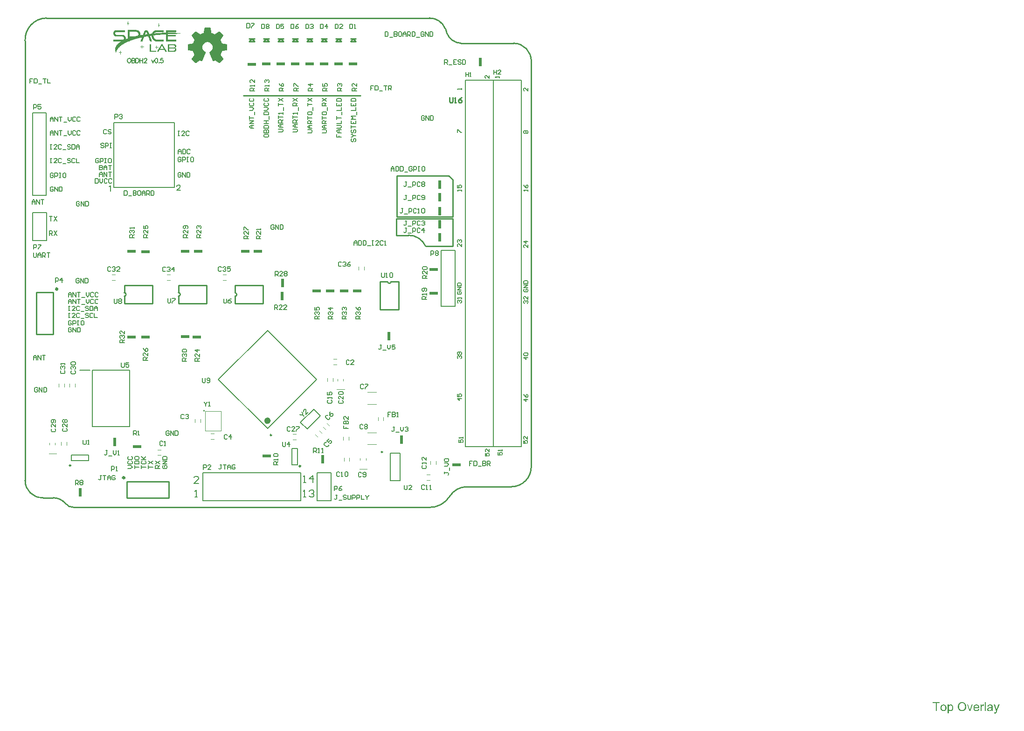
<source format=gto>
G04*
G04 #@! TF.GenerationSoftware,Altium Limited,Altium Designer,18.1.7 (191)*
G04*
G04 Layer_Color=65535*
%FSLAX25Y25*%
%MOIN*%
G70*
G01*
G75*
%ADD10C,0.00591*%
%ADD11C,0.01000*%
%ADD12C,0.00984*%
%ADD13C,0.02362*%
%ADD14C,0.01968*%
%ADD15C,0.00394*%
%ADD16C,0.00800*%
%ADD17C,0.00787*%
%ADD18C,0.00047*%
%ADD19C,0.00700*%
%ADD20C,0.00781*%
%ADD21R,0.02000X0.06000*%
%ADD22R,0.06000X0.02000*%
G36*
X335165Y670278D02*
Y670179D01*
Y670081D01*
Y669982D01*
Y669883D01*
Y669785D01*
X335264D01*
Y669686D01*
Y669588D01*
Y669489D01*
Y669390D01*
Y669292D01*
Y669193D01*
Y669095D01*
Y668996D01*
X336250D01*
Y668897D01*
X336644D01*
Y668799D01*
X335856D01*
Y668700D01*
X335264D01*
Y668602D01*
Y668503D01*
Y668404D01*
X335165D01*
Y668306D01*
Y668207D01*
Y668109D01*
Y668010D01*
Y667911D01*
Y667813D01*
Y667714D01*
Y667616D01*
X334968D01*
Y667714D01*
Y667813D01*
Y667911D01*
Y668010D01*
Y668109D01*
Y668207D01*
Y668306D01*
Y668404D01*
Y668503D01*
Y668602D01*
Y668700D01*
X334672D01*
Y668799D01*
X333884D01*
Y668897D01*
X333686D01*
Y668996D01*
X334475D01*
Y669095D01*
X334968D01*
Y669193D01*
Y669292D01*
Y669390D01*
Y669489D01*
Y669588D01*
Y669686D01*
Y669785D01*
Y669883D01*
Y669982D01*
X335067D01*
Y670081D01*
Y670179D01*
Y670278D01*
Y670376D01*
X335165D01*
Y670278D01*
D02*
G37*
G36*
X357103Y668862D02*
Y668764D01*
Y668665D01*
Y668567D01*
Y668468D01*
Y668369D01*
X357202D01*
Y668271D01*
Y668172D01*
Y668074D01*
Y667975D01*
Y667876D01*
Y667778D01*
Y667679D01*
Y667581D01*
X358188D01*
Y667482D01*
X358582D01*
Y667383D01*
X357794D01*
Y667285D01*
X357202D01*
Y667186D01*
Y667088D01*
Y666989D01*
X357103D01*
Y666890D01*
Y666792D01*
Y666693D01*
Y666595D01*
Y666496D01*
Y666397D01*
Y666299D01*
Y666200D01*
X356906D01*
Y666299D01*
Y666397D01*
Y666496D01*
Y666595D01*
Y666693D01*
Y666792D01*
Y666890D01*
Y666989D01*
Y667088D01*
Y667186D01*
Y667285D01*
X356610D01*
Y667383D01*
X355822D01*
Y667482D01*
X355624D01*
Y667581D01*
X356413D01*
Y667679D01*
X356906D01*
Y667778D01*
Y667876D01*
Y667975D01*
Y668074D01*
Y668172D01*
Y668271D01*
Y668369D01*
Y668468D01*
Y668567D01*
X357005D01*
Y668665D01*
Y668764D01*
Y668862D01*
Y668961D01*
X357103D01*
Y668862D01*
D02*
G37*
G36*
X341229Y664031D02*
X341821D01*
Y663932D01*
X342116D01*
Y663834D01*
X342412D01*
Y663735D01*
X342610D01*
Y663637D01*
X342708D01*
Y663538D01*
X342905D01*
Y663439D01*
X343004D01*
Y663341D01*
X343102D01*
Y663242D01*
X343201D01*
Y663144D01*
X343300D01*
Y663045D01*
Y662947D01*
X343398D01*
Y662848D01*
X343497D01*
Y662749D01*
Y662651D01*
X343595D01*
Y662552D01*
Y662454D01*
X343694D01*
Y662355D01*
Y662256D01*
Y662158D01*
X343793D01*
Y662059D01*
Y661961D01*
Y661862D01*
Y661763D01*
Y661665D01*
X343891D01*
Y661566D01*
Y661468D01*
Y661369D01*
Y661270D01*
Y661172D01*
Y661073D01*
Y660975D01*
Y660876D01*
Y660777D01*
Y660679D01*
Y660580D01*
X343793D01*
Y660482D01*
Y660383D01*
X344187D01*
Y660482D01*
X344877D01*
Y660580D01*
X345469D01*
Y660679D01*
X345765D01*
Y660777D01*
X345863D01*
Y660876D01*
Y660975D01*
Y661073D01*
X345962D01*
Y661172D01*
Y661270D01*
X346060D01*
Y661369D01*
Y661468D01*
Y661566D01*
X346159D01*
Y661665D01*
Y661763D01*
Y661862D01*
X346258D01*
Y661961D01*
Y662059D01*
X346356D01*
Y662158D01*
Y662256D01*
Y662355D01*
X346455D01*
Y662454D01*
Y662552D01*
Y662651D01*
X346553D01*
Y662749D01*
Y662848D01*
X346652D01*
Y662947D01*
Y663045D01*
Y663144D01*
X346751D01*
Y663242D01*
X346849D01*
Y663341D01*
X346948D01*
Y663439D01*
X347046D01*
Y663538D01*
X347145D01*
Y663637D01*
X347342D01*
Y663735D01*
X347638D01*
Y663834D01*
X348624D01*
Y663735D01*
X348920D01*
Y663637D01*
X349117D01*
Y663538D01*
X349216D01*
Y663439D01*
X349314D01*
Y663341D01*
X349413D01*
Y663242D01*
X349511D01*
Y663144D01*
Y663045D01*
X349610D01*
Y662947D01*
Y662848D01*
X349709D01*
Y662749D01*
Y662651D01*
Y662552D01*
X349807D01*
Y662454D01*
Y662355D01*
X349906D01*
Y662256D01*
Y662158D01*
Y662059D01*
X350004D01*
Y661961D01*
Y661862D01*
Y661763D01*
X350103D01*
Y661665D01*
Y661566D01*
X350202D01*
Y661468D01*
Y661369D01*
X350300D01*
Y661270D01*
X350399D01*
Y661369D01*
X351187D01*
Y661468D01*
X352173D01*
Y661566D01*
X352272D01*
Y661665D01*
Y661763D01*
X352371D01*
Y661862D01*
Y661961D01*
X352469D01*
Y662059D01*
Y662158D01*
X352568D01*
Y662256D01*
Y662355D01*
X352666D01*
Y662454D01*
X352765D01*
Y662552D01*
X352864D01*
Y662651D01*
Y662749D01*
X352962D01*
Y662848D01*
X353061D01*
Y662947D01*
X353159D01*
Y663045D01*
X353258D01*
Y663144D01*
X353455D01*
Y663242D01*
X353554D01*
Y663341D01*
X353653D01*
Y663439D01*
X353850D01*
Y663538D01*
X354047D01*
Y663637D01*
X354244D01*
Y663735D01*
X354441D01*
Y663834D01*
X354737D01*
Y663932D01*
X355131D01*
Y664031D01*
X360456D01*
Y663932D01*
Y663834D01*
Y663735D01*
Y663637D01*
Y663538D01*
Y663439D01*
Y663341D01*
Y663242D01*
Y663144D01*
Y663045D01*
Y662947D01*
Y662848D01*
Y662749D01*
Y662651D01*
X355329D01*
Y662552D01*
X355033D01*
Y662454D01*
X354836D01*
Y662355D01*
X354638D01*
Y662256D01*
X354441D01*
Y662158D01*
X354343D01*
Y662059D01*
X354244D01*
Y661961D01*
X354146D01*
Y661862D01*
X354047D01*
Y661763D01*
X353948D01*
Y661665D01*
X354441D01*
Y661763D01*
X355822D01*
Y661862D01*
X357399D01*
Y661961D01*
X359174D01*
Y662059D01*
X362132D01*
Y662158D01*
Y662256D01*
Y662355D01*
Y662454D01*
Y662552D01*
Y662651D01*
Y662749D01*
Y662848D01*
Y662947D01*
Y663045D01*
Y663144D01*
Y663242D01*
Y663341D01*
Y663439D01*
Y663538D01*
Y663637D01*
Y663735D01*
Y663834D01*
Y663932D01*
Y664031D01*
X369527D01*
Y663932D01*
Y663834D01*
Y663735D01*
Y663637D01*
Y663538D01*
Y663439D01*
Y663341D01*
Y663242D01*
Y663144D01*
Y663045D01*
Y662947D01*
Y662848D01*
Y662749D01*
Y662651D01*
X363512D01*
Y662552D01*
Y662454D01*
Y662355D01*
Y662256D01*
Y662158D01*
Y662059D01*
X369330D01*
Y661961D01*
X371104D01*
Y661862D01*
X371992D01*
Y661763D01*
X372485D01*
Y661665D01*
X372879D01*
Y661566D01*
X373175D01*
Y661468D01*
X370414D01*
Y661369D01*
X367555D01*
Y661270D01*
X365484D01*
Y661172D01*
X363709D01*
Y661073D01*
X363512D01*
Y660975D01*
Y660876D01*
Y660777D01*
Y660679D01*
Y660580D01*
X369231D01*
Y660482D01*
Y660383D01*
Y660284D01*
Y660186D01*
Y660087D01*
Y659988D01*
Y659890D01*
Y659791D01*
Y659693D01*
Y659594D01*
Y659495D01*
Y659397D01*
X363512D01*
Y659298D01*
Y659200D01*
Y659101D01*
Y659002D01*
Y658904D01*
Y658805D01*
Y658707D01*
Y658608D01*
Y658509D01*
Y658411D01*
Y658312D01*
Y658214D01*
Y658115D01*
Y658017D01*
Y657918D01*
Y657819D01*
Y657721D01*
Y657622D01*
Y657524D01*
Y657425D01*
Y657326D01*
Y657228D01*
Y657129D01*
X369527D01*
Y657031D01*
Y656932D01*
Y656833D01*
Y656735D01*
Y656636D01*
Y656538D01*
Y656439D01*
Y656340D01*
Y656242D01*
Y656143D01*
Y656045D01*
Y655946D01*
Y655847D01*
Y655749D01*
X362132D01*
Y655847D01*
Y655946D01*
Y656045D01*
Y656143D01*
Y656242D01*
Y656340D01*
Y656439D01*
Y656538D01*
Y656636D01*
Y656735D01*
Y656833D01*
Y656932D01*
Y657031D01*
Y657129D01*
Y657228D01*
Y657326D01*
Y657425D01*
Y657524D01*
Y657622D01*
Y657721D01*
Y657819D01*
Y657918D01*
Y658017D01*
Y658115D01*
Y658214D01*
Y658312D01*
Y658411D01*
Y658509D01*
Y658608D01*
Y658707D01*
Y658805D01*
Y658904D01*
Y659002D01*
Y659101D01*
Y659200D01*
Y659298D01*
Y659397D01*
Y659495D01*
Y659594D01*
Y659693D01*
Y659791D01*
Y659890D01*
Y659988D01*
Y660087D01*
Y660186D01*
Y660284D01*
Y660383D01*
Y660482D01*
Y660580D01*
Y660679D01*
Y660777D01*
Y660876D01*
Y660975D01*
X360752D01*
Y660876D01*
X359568D01*
Y660777D01*
X358385D01*
Y660679D01*
X357301D01*
Y660580D01*
X356413D01*
Y660482D01*
X355427D01*
Y660383D01*
X354540D01*
Y660284D01*
X353751D01*
Y660186D01*
X353357D01*
Y660087D01*
Y659988D01*
Y659890D01*
Y659791D01*
Y659693D01*
Y659594D01*
Y659495D01*
X353455D01*
Y659397D01*
Y659298D01*
Y659200D01*
Y659101D01*
Y659002D01*
X353554D01*
Y658904D01*
Y658805D01*
Y658707D01*
X353653D01*
Y658608D01*
Y658509D01*
X353751D01*
Y658411D01*
X353850D01*
Y658312D01*
Y658214D01*
X353948D01*
Y658115D01*
X354047D01*
Y658017D01*
X354146D01*
Y657918D01*
X354244D01*
Y657819D01*
X354343D01*
Y657721D01*
X354441D01*
Y657622D01*
X354540D01*
Y657524D01*
X354737D01*
Y657425D01*
X354934D01*
Y657326D01*
X355230D01*
Y657228D01*
X355723D01*
Y657129D01*
X360456D01*
Y657031D01*
Y656932D01*
Y656833D01*
Y656735D01*
Y656636D01*
Y656538D01*
Y656439D01*
Y656340D01*
Y656242D01*
Y656143D01*
Y656045D01*
Y655946D01*
Y655847D01*
Y655749D01*
X355624D01*
Y655847D01*
X355033D01*
Y655946D01*
X354737D01*
Y656045D01*
X354441D01*
Y656143D01*
X354244D01*
Y656242D01*
X354047D01*
Y656340D01*
X353850D01*
Y656439D01*
X353751D01*
Y656538D01*
X353554D01*
Y656636D01*
X353455D01*
Y656735D01*
X353357D01*
Y656833D01*
X353258D01*
Y656932D01*
X353159D01*
Y657031D01*
X353061D01*
Y657129D01*
X352962D01*
Y657228D01*
X352864D01*
Y657326D01*
X352765D01*
Y657425D01*
Y657524D01*
X352666D01*
Y657622D01*
X352568D01*
Y657721D01*
Y657819D01*
X352469D01*
Y657918D01*
Y658017D01*
X352371D01*
Y658115D01*
Y658214D01*
X352272D01*
Y658312D01*
Y658411D01*
Y658509D01*
X352173D01*
Y658608D01*
Y658707D01*
Y658805D01*
Y658904D01*
X352075D01*
Y659002D01*
Y659101D01*
Y659200D01*
Y659298D01*
Y659397D01*
X351976D01*
Y659495D01*
Y659594D01*
Y659693D01*
Y659791D01*
Y659890D01*
Y659988D01*
X351483D01*
Y659890D01*
X350892D01*
Y659791D01*
X350793D01*
Y659693D01*
X350892D01*
Y659594D01*
Y659495D01*
X350990D01*
Y659397D01*
Y659298D01*
Y659200D01*
X351089D01*
Y659101D01*
Y659002D01*
X351187D01*
Y658904D01*
Y658805D01*
Y658707D01*
X351286D01*
Y658608D01*
Y658509D01*
Y658411D01*
X351385D01*
Y658312D01*
Y658214D01*
X351483D01*
Y658115D01*
Y658017D01*
Y657918D01*
X351582D01*
Y657819D01*
Y657721D01*
Y657622D01*
X351680D01*
Y657524D01*
Y657425D01*
X351779D01*
Y657326D01*
Y657228D01*
Y657129D01*
X351878D01*
Y657031D01*
Y656932D01*
X351976D01*
Y656833D01*
Y656735D01*
Y656636D01*
X352075D01*
Y656538D01*
Y656439D01*
Y656340D01*
X352173D01*
Y656242D01*
Y656143D01*
X352272D01*
Y656045D01*
X350793D01*
Y656143D01*
Y656242D01*
X350694D01*
Y656340D01*
Y656439D01*
Y656538D01*
X350596D01*
Y656636D01*
Y656735D01*
Y656833D01*
X350497D01*
Y656932D01*
Y657031D01*
X350399D01*
Y657129D01*
Y657228D01*
Y657326D01*
X350300D01*
Y657425D01*
Y657524D01*
X350202D01*
Y657622D01*
Y657721D01*
Y657819D01*
X350103D01*
Y657918D01*
Y658017D01*
Y658115D01*
X350004D01*
Y658214D01*
Y658312D01*
X349906D01*
Y658411D01*
Y658509D01*
Y658608D01*
X349807D01*
Y658707D01*
Y658805D01*
Y658904D01*
X349709D01*
Y659002D01*
Y659101D01*
X349610D01*
Y659200D01*
Y659298D01*
Y659397D01*
X349511D01*
Y659495D01*
Y659594D01*
X349018D01*
Y659495D01*
X348525D01*
Y659397D01*
X347934D01*
Y659298D01*
X347441D01*
Y659200D01*
X346849D01*
Y659101D01*
X346553D01*
Y659002D01*
Y658904D01*
X346455D01*
Y658805D01*
Y658707D01*
Y658608D01*
X346356D01*
Y658509D01*
Y658411D01*
X346258D01*
Y658312D01*
Y658214D01*
Y658115D01*
X346159D01*
Y658017D01*
Y657918D01*
Y657819D01*
X346060D01*
Y657721D01*
Y657622D01*
X345962D01*
Y657524D01*
Y657425D01*
Y657326D01*
X345863D01*
Y657228D01*
Y657129D01*
Y657031D01*
X345765D01*
Y656932D01*
Y656833D01*
X345666D01*
Y656735D01*
Y656636D01*
Y656538D01*
X345567D01*
Y656439D01*
Y656340D01*
Y656242D01*
X345469D01*
Y656143D01*
Y656045D01*
X343990D01*
Y656143D01*
X344088D01*
Y656242D01*
Y656340D01*
Y656439D01*
X344187D01*
Y656538D01*
Y656636D01*
X344286D01*
Y656735D01*
Y656833D01*
Y656932D01*
X344384D01*
Y657031D01*
Y657129D01*
X344483D01*
Y657228D01*
Y657326D01*
Y657425D01*
X344581D01*
Y657524D01*
Y657622D01*
Y657721D01*
X344680D01*
Y657819D01*
Y657918D01*
X344779D01*
Y658017D01*
Y658115D01*
Y658214D01*
X344877D01*
Y658312D01*
Y658411D01*
Y658509D01*
X344976D01*
Y658608D01*
Y658707D01*
X344483D01*
Y658608D01*
X343990D01*
Y658509D01*
X343595D01*
Y658411D01*
X343201D01*
Y658312D01*
X342807D01*
Y658214D01*
X342412D01*
Y658115D01*
X342018D01*
Y658017D01*
X341623D01*
Y657918D01*
X341229D01*
Y657819D01*
X340933D01*
Y657721D01*
X340539D01*
Y657622D01*
X340144D01*
Y657524D01*
X339849D01*
Y657425D01*
X339553D01*
Y657326D01*
X339257D01*
Y657228D01*
X338863D01*
Y657129D01*
X338567D01*
Y657031D01*
X338271D01*
Y656932D01*
X337975D01*
Y656833D01*
X337778D01*
Y656735D01*
X337482D01*
Y656636D01*
X337187D01*
Y656538D01*
X336891D01*
Y656439D01*
X336595D01*
Y656340D01*
X336398D01*
Y656242D01*
Y656143D01*
Y656045D01*
Y655946D01*
Y655847D01*
X335215D01*
Y655749D01*
X334919D01*
Y655650D01*
X334722D01*
Y655552D01*
X334524D01*
Y655453D01*
X334327D01*
Y655354D01*
X334130D01*
Y655256D01*
X333933D01*
Y655157D01*
X333637D01*
Y655059D01*
X333440D01*
Y654960D01*
X333243D01*
Y654861D01*
X333144D01*
Y654763D01*
X332947D01*
Y654664D01*
X332750D01*
Y654566D01*
X332552D01*
Y654467D01*
X332355D01*
Y654368D01*
X332257D01*
Y654270D01*
X332060D01*
Y654171D01*
X331862D01*
Y654073D01*
X331764D01*
Y653974D01*
X331566D01*
Y653875D01*
X331369D01*
Y653777D01*
X331271D01*
Y653678D01*
X331073D01*
Y653580D01*
X330975D01*
Y653481D01*
X330778D01*
Y653382D01*
X330679D01*
Y653284D01*
X330482D01*
Y653185D01*
X330383D01*
Y653087D01*
X330285D01*
Y652988D01*
X330087D01*
Y652889D01*
X329989D01*
Y652791D01*
X329890D01*
Y652692D01*
X329792D01*
Y652594D01*
X329594D01*
Y652495D01*
X329496D01*
Y652396D01*
X329397D01*
Y652298D01*
X329299D01*
Y652199D01*
X329200D01*
Y652101D01*
X329101D01*
Y652002D01*
X329003D01*
Y651903D01*
X328904D01*
Y651805D01*
X328806D01*
Y651706D01*
X328707D01*
Y651608D01*
X328608D01*
Y651509D01*
X328510D01*
Y651410D01*
X328411D01*
Y651312D01*
X328313D01*
Y651213D01*
X328214D01*
Y651115D01*
X328116D01*
Y651016D01*
Y650917D01*
X328017D01*
Y650819D01*
X327918D01*
Y650720D01*
X327820D01*
Y650622D01*
Y650523D01*
X327721D01*
Y650424D01*
X327623D01*
Y650326D01*
X327524D01*
Y650227D01*
Y650129D01*
X327425D01*
Y650030D01*
Y649931D01*
X327327D01*
Y649833D01*
Y649734D01*
X327228D01*
Y649636D01*
X327130D01*
Y649537D01*
Y649438D01*
X327031D01*
Y649340D01*
Y649241D01*
Y649143D01*
X326932D01*
Y649044D01*
Y648946D01*
X326834D01*
Y648847D01*
Y648748D01*
Y648650D01*
X326735D01*
Y648551D01*
Y648453D01*
Y648354D01*
Y648255D01*
X326637D01*
Y648157D01*
Y648058D01*
Y647960D01*
Y647861D01*
Y647762D01*
Y647664D01*
Y647565D01*
X326538D01*
Y647664D01*
Y647762D01*
X326439D01*
Y647861D01*
Y647960D01*
X326341D01*
Y648058D01*
Y648157D01*
X326242D01*
Y648255D01*
Y648354D01*
Y648453D01*
X326144D01*
Y648551D01*
Y648650D01*
Y648748D01*
X326045D01*
Y648847D01*
Y648946D01*
Y649044D01*
Y649143D01*
Y649241D01*
X325946D01*
Y649340D01*
Y649438D01*
Y649537D01*
Y649636D01*
Y649734D01*
Y649833D01*
Y649931D01*
Y650030D01*
Y650129D01*
Y650227D01*
Y650326D01*
Y650424D01*
Y650523D01*
Y650622D01*
Y650720D01*
Y650819D01*
Y650917D01*
X326045D01*
Y651016D01*
Y651115D01*
Y651213D01*
Y651312D01*
Y651410D01*
X326144D01*
Y651509D01*
Y651608D01*
Y651706D01*
X326242D01*
Y651805D01*
Y651903D01*
Y652002D01*
X326341D01*
Y652101D01*
Y652199D01*
X326439D01*
Y652298D01*
Y652396D01*
X326538D01*
Y652495D01*
Y652594D01*
X326637D01*
Y652692D01*
Y652791D01*
X326735D01*
Y652889D01*
X326834D01*
Y652988D01*
Y653087D01*
X326932D01*
Y653185D01*
X327031D01*
Y653284D01*
Y653382D01*
X327130D01*
Y653481D01*
X327228D01*
Y653580D01*
X327327D01*
Y653678D01*
X327425D01*
Y653777D01*
X327524D01*
Y653875D01*
X327623D01*
Y653974D01*
X327721D01*
Y654073D01*
Y654171D01*
X327820D01*
Y654270D01*
X328017D01*
Y654368D01*
X328116D01*
Y654467D01*
X328214D01*
Y654566D01*
X328313D01*
Y654664D01*
X328411D01*
Y654763D01*
X328510D01*
Y654861D01*
X328707D01*
Y654960D01*
X328806D01*
Y655059D01*
X328904D01*
Y655157D01*
X329101D01*
Y655256D01*
X329200D01*
Y655354D01*
X329397D01*
Y655453D01*
X329496D01*
Y655552D01*
X329693D01*
Y655650D01*
X329792D01*
Y655749D01*
X324665D01*
Y655847D01*
Y655946D01*
Y656045D01*
Y656143D01*
Y656242D01*
Y656340D01*
Y656439D01*
Y656538D01*
Y656636D01*
Y656735D01*
Y656833D01*
Y656932D01*
Y657031D01*
Y657129D01*
X331172D01*
Y657228D01*
X331566D01*
Y657326D01*
X331764D01*
Y657425D01*
X331862D01*
Y657524D01*
X331961D01*
Y657622D01*
Y657721D01*
X332060D01*
Y657819D01*
Y657918D01*
X332158D01*
Y658017D01*
Y658115D01*
Y658214D01*
Y658312D01*
Y658411D01*
Y658509D01*
Y658608D01*
Y658707D01*
X332060D01*
Y658805D01*
Y658904D01*
X331961D01*
Y659002D01*
Y659101D01*
X331862D01*
Y659200D01*
X331665D01*
Y659298D01*
X331369D01*
Y659397D01*
X326637D01*
Y659495D01*
X326144D01*
Y659594D01*
X325848D01*
Y659693D01*
X325651D01*
Y659791D01*
X325552D01*
Y659890D01*
X325355D01*
Y659988D01*
X325256D01*
Y660087D01*
X325158D01*
Y660186D01*
X325059D01*
Y660284D01*
Y660383D01*
X324960D01*
Y660482D01*
X324862D01*
Y660580D01*
Y660679D01*
X324763D01*
Y660777D01*
Y660876D01*
X324665D01*
Y660975D01*
Y661073D01*
Y661172D01*
Y661270D01*
X324566D01*
Y661369D01*
Y661468D01*
Y661566D01*
Y661665D01*
Y661763D01*
Y661862D01*
Y661961D01*
Y662059D01*
Y662158D01*
Y662256D01*
X324665D01*
Y662355D01*
Y662454D01*
Y662552D01*
Y662651D01*
X324763D01*
Y662749D01*
Y662848D01*
X324862D01*
Y662947D01*
Y663045D01*
X324960D01*
Y663144D01*
X325059D01*
Y663242D01*
X325158D01*
Y663341D01*
Y663439D01*
X325355D01*
Y663538D01*
X325453D01*
Y663637D01*
X325552D01*
Y663735D01*
X325749D01*
Y663834D01*
X326045D01*
Y663932D01*
X326341D01*
Y664031D01*
X333045D01*
Y663932D01*
Y663834D01*
Y663735D01*
Y663637D01*
Y663538D01*
Y663439D01*
Y663341D01*
Y663242D01*
Y663144D01*
Y663045D01*
Y662947D01*
Y662848D01*
Y662749D01*
Y662651D01*
X326637D01*
Y662552D01*
X326439D01*
Y662454D01*
X326341D01*
Y662355D01*
X326242D01*
Y662256D01*
X326144D01*
Y662158D01*
Y662059D01*
X326045D01*
Y661961D01*
Y661862D01*
Y661763D01*
Y661665D01*
Y661566D01*
Y661468D01*
Y661369D01*
Y661270D01*
Y661172D01*
X326144D01*
Y661073D01*
Y660975D01*
X326242D01*
Y660876D01*
X326341D01*
Y660777D01*
X326439D01*
Y660679D01*
X326637D01*
Y660580D01*
X331468D01*
Y660482D01*
X331961D01*
Y660383D01*
X332257D01*
Y660284D01*
X332454D01*
Y660186D01*
X332651D01*
Y660087D01*
X332750D01*
Y659988D01*
X332848D01*
Y659890D01*
X332947D01*
Y659791D01*
X333045D01*
Y659693D01*
X333144D01*
Y659594D01*
Y659495D01*
X333243D01*
Y659397D01*
Y659298D01*
X333341D01*
Y659200D01*
Y659101D01*
Y659002D01*
X333440D01*
Y658904D01*
Y658805D01*
Y658707D01*
Y658608D01*
Y658509D01*
Y658411D01*
Y658312D01*
Y658214D01*
Y658115D01*
Y658017D01*
Y657918D01*
Y657819D01*
Y657721D01*
Y657622D01*
Y657524D01*
Y657425D01*
X333538D01*
Y657524D01*
X333736D01*
Y657622D01*
X333933D01*
Y657721D01*
X334229D01*
Y657819D01*
X334426D01*
Y657918D01*
X334722D01*
Y658017D01*
X334919D01*
Y658115D01*
X335017D01*
Y658214D01*
Y658312D01*
Y658411D01*
Y658509D01*
Y658608D01*
Y658707D01*
Y658805D01*
Y658904D01*
Y659002D01*
Y659101D01*
Y659200D01*
Y659298D01*
Y659397D01*
Y659495D01*
Y659594D01*
Y659693D01*
Y659791D01*
Y659890D01*
Y659988D01*
Y660087D01*
Y660186D01*
Y660284D01*
Y660383D01*
Y660482D01*
Y660580D01*
Y660679D01*
Y660777D01*
Y660876D01*
Y660975D01*
Y661073D01*
Y661172D01*
Y661270D01*
Y661369D01*
Y661468D01*
Y661566D01*
Y661665D01*
Y661763D01*
Y661862D01*
Y661961D01*
Y662059D01*
Y662158D01*
Y662256D01*
Y662355D01*
Y662454D01*
Y662552D01*
Y662651D01*
Y662749D01*
Y662848D01*
Y662947D01*
Y663045D01*
Y663144D01*
Y663242D01*
Y663341D01*
Y663439D01*
Y663538D01*
Y663637D01*
Y663735D01*
Y663834D01*
Y663932D01*
Y664031D01*
Y664130D01*
X341229D01*
Y664031D01*
D02*
G37*
G36*
X345272Y653580D02*
Y653481D01*
Y653382D01*
Y653284D01*
Y653185D01*
Y653087D01*
Y652988D01*
X345370D01*
Y652889D01*
Y652791D01*
Y652692D01*
Y652594D01*
Y652495D01*
Y652396D01*
Y652298D01*
X345567D01*
Y652199D01*
X346356D01*
Y652101D01*
X346652D01*
Y652002D01*
X345863D01*
Y651903D01*
X345370D01*
Y651805D01*
Y651706D01*
Y651608D01*
X345272D01*
Y651509D01*
Y651410D01*
Y651312D01*
Y651213D01*
Y651115D01*
Y651016D01*
Y650917D01*
Y650819D01*
X345173D01*
Y650720D01*
X345074D01*
Y650819D01*
Y650917D01*
Y651016D01*
Y651115D01*
Y651213D01*
Y651312D01*
Y651410D01*
Y651509D01*
Y651608D01*
Y651706D01*
Y651805D01*
Y651903D01*
X344877D01*
Y652002D01*
X343990D01*
Y652101D01*
X343694D01*
Y652199D01*
X344483D01*
Y652298D01*
X345074D01*
Y652396D01*
Y652495D01*
Y652594D01*
Y652692D01*
Y652791D01*
Y652889D01*
Y652988D01*
Y653087D01*
Y653185D01*
X345173D01*
Y653284D01*
Y653382D01*
Y653481D01*
Y653580D01*
Y653678D01*
X345272D01*
Y653580D01*
D02*
G37*
G36*
X355526Y653185D02*
Y653087D01*
Y652988D01*
Y652889D01*
X355624D01*
Y652791D01*
Y652692D01*
Y652594D01*
Y652495D01*
Y652396D01*
Y652298D01*
Y652199D01*
Y652101D01*
Y652002D01*
X356019D01*
Y651903D01*
X356709D01*
Y651805D01*
X356808D01*
Y651706D01*
X355624D01*
Y651608D01*
Y651509D01*
Y651410D01*
Y651312D01*
Y651213D01*
Y651115D01*
X355526D01*
Y651016D01*
Y650917D01*
Y650819D01*
Y650720D01*
Y650622D01*
Y650523D01*
X355427D01*
Y650622D01*
X355329D01*
Y650720D01*
Y650819D01*
Y650917D01*
Y651016D01*
Y651115D01*
Y651213D01*
Y651312D01*
Y651410D01*
Y651509D01*
Y651608D01*
Y651706D01*
X354441D01*
Y651805D01*
X353948D01*
Y651903D01*
X354441D01*
Y652002D01*
X355329D01*
Y652101D01*
Y652199D01*
Y652298D01*
Y652396D01*
Y652495D01*
Y652594D01*
Y652692D01*
Y652791D01*
X355427D01*
Y652889D01*
Y652988D01*
Y653087D01*
Y653185D01*
Y653284D01*
X355526D01*
Y653185D01*
D02*
G37*
G36*
X368245Y653875D02*
X368639D01*
Y653777D01*
X368837D01*
Y653678D01*
X369034D01*
Y653580D01*
X369132D01*
Y653481D01*
X369231D01*
Y653382D01*
Y653284D01*
X369330D01*
Y653185D01*
X369428D01*
Y653087D01*
Y652988D01*
Y652889D01*
Y652791D01*
X369527D01*
Y652692D01*
Y652594D01*
Y652495D01*
Y652396D01*
Y652298D01*
X369428D01*
Y652199D01*
Y652101D01*
Y652002D01*
Y651903D01*
X369330D01*
Y651805D01*
X369231D01*
Y651706D01*
Y651608D01*
X369034D01*
Y651509D01*
X368935D01*
Y651410D01*
X368738D01*
Y651312D01*
X368935D01*
Y651213D01*
X369034D01*
Y651115D01*
X369231D01*
Y651016D01*
X369330D01*
Y650917D01*
Y650819D01*
X369428D01*
Y650720D01*
X369527D01*
Y650622D01*
Y650523D01*
Y650424D01*
Y650326D01*
X369625D01*
Y650227D01*
Y650129D01*
Y650030D01*
Y649931D01*
Y649833D01*
Y649734D01*
X369527D01*
Y649636D01*
Y649537D01*
Y649438D01*
X369428D01*
Y649340D01*
Y649241D01*
X369330D01*
Y649143D01*
Y649044D01*
X369231D01*
Y648946D01*
X369132D01*
Y648847D01*
X369034D01*
Y648748D01*
X368837D01*
Y648650D01*
X368639D01*
Y648551D01*
X368344D01*
Y648453D01*
X363611D01*
Y648551D01*
Y648650D01*
Y648748D01*
Y648847D01*
Y648946D01*
Y649044D01*
Y649143D01*
Y649241D01*
Y649340D01*
Y649438D01*
Y649537D01*
Y649636D01*
Y649734D01*
Y649833D01*
Y649931D01*
Y650030D01*
Y650129D01*
Y650227D01*
Y650326D01*
Y650424D01*
Y650523D01*
Y650622D01*
Y650720D01*
Y650819D01*
Y650917D01*
Y651016D01*
Y651115D01*
Y651213D01*
Y651312D01*
Y651410D01*
Y651509D01*
Y651608D01*
Y651706D01*
Y651805D01*
Y651903D01*
Y652002D01*
Y652101D01*
Y652199D01*
Y652298D01*
Y652396D01*
Y652495D01*
Y652594D01*
Y652692D01*
Y652791D01*
Y652889D01*
Y652988D01*
Y653087D01*
Y653185D01*
Y653284D01*
Y653382D01*
Y653481D01*
Y653580D01*
Y653678D01*
Y653777D01*
Y653875D01*
Y653974D01*
X368245D01*
Y653875D01*
D02*
G37*
G36*
X359470Y653974D02*
X359568D01*
Y653875D01*
X359667D01*
Y653777D01*
X359766D01*
Y653678D01*
X359864D01*
Y653580D01*
Y653481D01*
X359963D01*
Y653382D01*
Y653284D01*
X360061D01*
Y653185D01*
X360160D01*
Y653087D01*
Y652988D01*
X360259D01*
Y652889D01*
X360357D01*
Y652791D01*
Y652692D01*
X360456D01*
Y652594D01*
Y652495D01*
X360554D01*
Y652396D01*
X360653D01*
Y652298D01*
Y652199D01*
X360752D01*
Y652101D01*
Y652002D01*
X360850D01*
Y651903D01*
X360949D01*
Y651805D01*
Y651706D01*
X361047D01*
Y651608D01*
Y651509D01*
X361146D01*
Y651410D01*
X361245D01*
Y651312D01*
Y651213D01*
X361343D01*
Y651115D01*
Y651016D01*
X361442D01*
Y650917D01*
X361540D01*
Y650819D01*
Y650720D01*
X361639D01*
Y650622D01*
Y650523D01*
X361737D01*
Y650424D01*
X361836D01*
Y650326D01*
Y650227D01*
X361935D01*
Y650129D01*
Y650030D01*
X362033D01*
Y649931D01*
X362132D01*
Y649833D01*
Y649734D01*
X362230D01*
Y649636D01*
Y649537D01*
X362329D01*
Y649438D01*
X362428D01*
Y649340D01*
Y649241D01*
X362526D01*
Y649143D01*
Y649044D01*
X362625D01*
Y648946D01*
X362723D01*
Y648847D01*
Y648748D01*
X362822D01*
Y648650D01*
Y648551D01*
X362921D01*
Y648453D01*
X361836D01*
Y648551D01*
X361737D01*
Y648650D01*
Y648748D01*
X361639D01*
Y648847D01*
Y648946D01*
X361540D01*
Y649044D01*
X361442D01*
Y649143D01*
Y649241D01*
X361343D01*
Y649340D01*
Y649438D01*
X361245D01*
Y649537D01*
X361146D01*
Y649636D01*
Y649734D01*
X361047D01*
Y649833D01*
X357498D01*
Y649734D01*
Y649636D01*
X357399D01*
Y649537D01*
X357301D01*
Y649438D01*
Y649340D01*
X357202D01*
Y649241D01*
Y649143D01*
X357103D01*
Y649044D01*
X357005D01*
Y648946D01*
Y648847D01*
X356906D01*
Y648748D01*
Y648650D01*
X356808D01*
Y648551D01*
Y648453D01*
X355723D01*
Y648551D01*
X355822D01*
Y648650D01*
Y648748D01*
X355920D01*
Y648847D01*
X356019D01*
Y648946D01*
Y649044D01*
X356117D01*
Y649143D01*
Y649241D01*
X356216D01*
Y649340D01*
X356315D01*
Y649438D01*
Y649537D01*
X356413D01*
Y649636D01*
Y649734D01*
X356512D01*
Y649833D01*
X356610D01*
Y649931D01*
Y650030D01*
X356709D01*
Y650129D01*
Y650227D01*
X356808D01*
Y650326D01*
X356906D01*
Y650424D01*
Y650523D01*
X357005D01*
Y650622D01*
Y650720D01*
X357103D01*
Y650819D01*
X357202D01*
Y650917D01*
Y651016D01*
X357301D01*
Y651115D01*
Y651213D01*
X357399D01*
Y651312D01*
X357498D01*
Y651410D01*
Y651509D01*
X357596D01*
Y651608D01*
Y651706D01*
X357695D01*
Y651805D01*
X357794D01*
Y651903D01*
Y652002D01*
X357892D01*
Y652101D01*
Y652199D01*
X357991D01*
Y652298D01*
X358089D01*
Y652396D01*
Y652495D01*
X358188D01*
Y652594D01*
Y652692D01*
X358287D01*
Y652791D01*
X358385D01*
Y652889D01*
Y652988D01*
X358484D01*
Y653087D01*
Y653185D01*
X358582D01*
Y653284D01*
X358681D01*
Y653382D01*
Y653481D01*
X358780D01*
Y653580D01*
Y653678D01*
X358878D01*
Y653777D01*
X358977D01*
Y653875D01*
X359075D01*
Y653974D01*
X359174D01*
Y654073D01*
X359470D01*
Y653974D01*
D02*
G37*
G36*
X351483Y653875D02*
Y653777D01*
Y653678D01*
Y653580D01*
Y653481D01*
Y653382D01*
Y653284D01*
Y653185D01*
Y653087D01*
Y652988D01*
Y652889D01*
Y652791D01*
Y652692D01*
Y652594D01*
Y652495D01*
Y652396D01*
Y652298D01*
Y652199D01*
Y652101D01*
Y652002D01*
Y651903D01*
Y651805D01*
Y651706D01*
Y651608D01*
Y651509D01*
Y651410D01*
Y651312D01*
Y651213D01*
Y651115D01*
Y651016D01*
Y650917D01*
Y650819D01*
Y650720D01*
Y650622D01*
Y650523D01*
Y650424D01*
Y650326D01*
Y650227D01*
Y650129D01*
Y650030D01*
Y649931D01*
Y649833D01*
Y649734D01*
Y649636D01*
Y649537D01*
Y649438D01*
Y649340D01*
X355230D01*
Y649241D01*
Y649143D01*
Y649044D01*
Y648946D01*
Y648847D01*
Y648748D01*
Y648650D01*
Y648551D01*
Y648453D01*
X350596D01*
Y648551D01*
Y648650D01*
Y648748D01*
Y648847D01*
Y648946D01*
Y649044D01*
Y649143D01*
Y649241D01*
Y649340D01*
Y649438D01*
Y649537D01*
Y649636D01*
Y649734D01*
Y649833D01*
Y649931D01*
Y650030D01*
Y650129D01*
Y650227D01*
Y650326D01*
Y650424D01*
Y650523D01*
Y650622D01*
Y650720D01*
Y650819D01*
Y650917D01*
Y651016D01*
Y651115D01*
Y651213D01*
Y651312D01*
Y651410D01*
Y651509D01*
Y651608D01*
Y651706D01*
Y651805D01*
Y651903D01*
Y652002D01*
Y652101D01*
Y652199D01*
Y652298D01*
Y652396D01*
Y652495D01*
Y652594D01*
Y652692D01*
Y652791D01*
Y652889D01*
Y652988D01*
Y653087D01*
Y653185D01*
Y653284D01*
Y653382D01*
Y653481D01*
Y653580D01*
Y653678D01*
Y653777D01*
Y653875D01*
Y653974D01*
X351483D01*
Y653875D01*
D02*
G37*
G36*
X329890Y649143D02*
Y649044D01*
Y648946D01*
Y648847D01*
Y648748D01*
Y648650D01*
Y648551D01*
Y648453D01*
Y648354D01*
Y648255D01*
Y648157D01*
Y648058D01*
X330482D01*
Y647960D01*
X331073D01*
Y647861D01*
Y647762D01*
X329989D01*
Y647664D01*
X329890D01*
Y647565D01*
Y647467D01*
Y647368D01*
Y647269D01*
Y647171D01*
Y647072D01*
Y646974D01*
Y646875D01*
X329792D01*
Y646776D01*
Y646678D01*
Y646579D01*
Y646481D01*
Y646382D01*
X329693D01*
Y646481D01*
Y646579D01*
Y646678D01*
Y646776D01*
Y646875D01*
Y646974D01*
Y647072D01*
X329594D01*
Y647171D01*
Y647269D01*
Y647368D01*
Y647467D01*
Y647565D01*
Y647664D01*
Y647762D01*
X328806D01*
Y647861D01*
X328313D01*
Y647960D01*
X328707D01*
Y648058D01*
X329594D01*
Y648157D01*
Y648255D01*
Y648354D01*
Y648453D01*
X329693D01*
Y648551D01*
Y648650D01*
Y648748D01*
Y648847D01*
Y648946D01*
Y649044D01*
Y649143D01*
X329792D01*
Y649241D01*
X329890D01*
Y649143D01*
D02*
G37*
G36*
X923240Y181842D02*
X923304Y181832D01*
X923441Y181814D01*
X923605Y181778D01*
X923778Y181723D01*
X923951Y181641D01*
X924124Y181541D01*
X924133D01*
X924142Y181523D01*
X924197Y181486D01*
X924279Y181413D01*
X924379Y181322D01*
X924488Y181204D01*
X924598Y181058D01*
X924707Y180885D01*
X924798Y180694D01*
Y180684D01*
X924807Y180666D01*
X924816Y180639D01*
X924835Y180603D01*
X924853Y180548D01*
X924871Y180484D01*
X924916Y180338D01*
X924962Y180156D01*
X924998Y179956D01*
X925026Y179728D01*
X925035Y179491D01*
Y179482D01*
Y179464D01*
Y179427D01*
Y179373D01*
X925026Y179309D01*
Y179236D01*
X925008Y179072D01*
X924971Y178872D01*
X924926Y178662D01*
X924862Y178443D01*
X924780Y178225D01*
Y178216D01*
X924771Y178198D01*
X924753Y178170D01*
X924734Y178134D01*
X924671Y178033D01*
X924589Y177906D01*
X924488Y177769D01*
X924361Y177633D01*
X924215Y177496D01*
X924042Y177368D01*
X924033D01*
X924024Y177359D01*
X923996Y177341D01*
X923960Y177323D01*
X923869Y177277D01*
X923741Y177223D01*
X923586Y177168D01*
X923423Y177122D01*
X923231Y177086D01*
X923040Y177077D01*
X922976D01*
X922903Y177086D01*
X922812Y177095D01*
X922703Y177113D01*
X922584Y177141D01*
X922466Y177177D01*
X922348Y177232D01*
X922338Y177241D01*
X922293Y177259D01*
X922238Y177296D01*
X922165Y177350D01*
X922092Y177405D01*
X922001Y177478D01*
X921919Y177560D01*
X921846Y177651D01*
Y175428D01*
X921072D01*
Y181750D01*
X921774D01*
Y181149D01*
X921783Y181167D01*
X921819Y181204D01*
X921865Y181267D01*
X921937Y181340D01*
X922019Y181431D01*
X922111Y181514D01*
X922220Y181596D01*
X922329Y181668D01*
X922348Y181677D01*
X922384Y181696D01*
X922457Y181723D01*
X922548Y181760D01*
X922657Y181796D01*
X922785Y181823D01*
X922931Y181842D01*
X923094Y181851D01*
X923195D01*
X923240Y181842D01*
D02*
G37*
G36*
X946407D02*
X946507Y181823D01*
X946626Y181787D01*
X946753Y181741D01*
X946899Y181677D01*
X947054Y181596D01*
X946771Y180885D01*
X946762Y180894D01*
X946726Y180912D01*
X946671Y180940D01*
X946598Y180967D01*
X946516Y180994D01*
X946416Y181022D01*
X946316Y181040D01*
X946216Y181049D01*
X946170D01*
X946125Y181040D01*
X946061Y181031D01*
X945997Y181012D01*
X945915Y180985D01*
X945833Y180949D01*
X945760Y180894D01*
X945751Y180885D01*
X945724Y180867D01*
X945696Y180830D01*
X945651Y180785D01*
X945605Y180721D01*
X945560Y180648D01*
X945514Y180566D01*
X945478Y180466D01*
X945469Y180448D01*
X945460Y180393D01*
X945441Y180311D01*
X945414Y180202D01*
X945387Y180065D01*
X945368Y179910D01*
X945359Y179746D01*
X945350Y179564D01*
Y177177D01*
X944576D01*
Y181750D01*
X945277D01*
Y181058D01*
X945286Y181067D01*
X945323Y181131D01*
X945368Y181213D01*
X945441Y181313D01*
X945514Y181413D01*
X945596Y181523D01*
X945678Y181614D01*
X945760Y181687D01*
X945769Y181696D01*
X945797Y181714D01*
X945851Y181741D01*
X945906Y181769D01*
X945979Y181796D01*
X946070Y181823D01*
X946161Y181842D01*
X946261Y181851D01*
X946325D01*
X946407Y181842D01*
D02*
G37*
G36*
X937251Y177177D02*
X936514D01*
X934792Y181750D01*
X935612D01*
X936596Y179008D01*
Y178999D01*
X936605Y178990D01*
X936614Y178963D01*
X936623Y178935D01*
X936650Y178844D01*
X936687Y178726D01*
X936732Y178589D01*
X936787Y178434D01*
X936832Y178261D01*
X936887Y178088D01*
X936896Y178106D01*
X936905Y178152D01*
X936933Y178225D01*
X936960Y178334D01*
X937006Y178453D01*
X937051Y178607D01*
X937115Y178771D01*
X937179Y178954D01*
X938190Y181750D01*
X938992D01*
X937251Y177177D01*
D02*
G37*
G36*
X956382Y177104D02*
Y177095D01*
X956373Y177068D01*
X956355Y177031D01*
X956337Y176986D01*
X956310Y176922D01*
X956282Y176849D01*
X956219Y176694D01*
X956155Y176521D01*
X956082Y176348D01*
X956009Y176193D01*
X955972Y176129D01*
X955945Y176066D01*
X955936Y176048D01*
X955909Y176002D01*
X955863Y175938D01*
X955809Y175856D01*
X955736Y175765D01*
X955654Y175674D01*
X955572Y175583D01*
X955472Y175510D01*
X955462Y175501D01*
X955426Y175483D01*
X955371Y175455D01*
X955289Y175419D01*
X955198Y175382D01*
X955089Y175355D01*
X954970Y175337D01*
X954834Y175328D01*
X954797D01*
X954752Y175337D01*
X954688D01*
X954615Y175355D01*
X954533Y175373D01*
X954442Y175392D01*
X954342Y175428D01*
X954260Y176148D01*
X954269D01*
X954305Y176139D01*
X954351Y176129D01*
X954406Y176111D01*
X954551Y176084D01*
X954697Y176075D01*
X954743D01*
X954788Y176084D01*
X954843D01*
X954980Y176111D01*
X955043Y176139D01*
X955107Y176166D01*
X955116D01*
X955134Y176184D01*
X955162Y176202D01*
X955198Y176230D01*
X955280Y176303D01*
X955353Y176403D01*
Y176412D01*
X955371Y176430D01*
X955389Y176467D01*
X955408Y176521D01*
X955444Y176594D01*
X955481Y176703D01*
X955535Y176831D01*
X955590Y176986D01*
Y176995D01*
X955608Y177031D01*
X955626Y177095D01*
X955663Y177177D01*
X953932Y181750D01*
X954752D01*
X955708Y179099D01*
Y179090D01*
X955717Y179081D01*
X955727Y179054D01*
X955736Y179008D01*
X955754Y178963D01*
X955772Y178908D01*
X955818Y178780D01*
X955872Y178626D01*
X955927Y178443D01*
X955982Y178252D01*
X956036Y178043D01*
Y178052D01*
X956045Y178070D01*
X956054Y178097D01*
X956064Y178134D01*
X956073Y178179D01*
X956091Y178234D01*
X956127Y178371D01*
X956173Y178525D01*
X956237Y178708D01*
X956291Y178890D01*
X956364Y179081D01*
X957348Y181750D01*
X958123D01*
X956382Y177104D01*
D02*
G37*
G36*
X951609Y181842D02*
X951746Y181832D01*
X951900Y181814D01*
X952055Y181787D01*
X952210Y181750D01*
X952356Y181705D01*
X952374Y181696D01*
X952420Y181677D01*
X952483Y181650D01*
X952565Y181614D01*
X952656Y181559D01*
X952748Y181504D01*
X952830Y181431D01*
X952902Y181359D01*
X952911Y181350D01*
X952930Y181322D01*
X952957Y181277D01*
X952993Y181222D01*
X953039Y181140D01*
X953076Y181058D01*
X953112Y180958D01*
X953139Y180839D01*
Y180830D01*
X953148Y180803D01*
X953158Y180748D01*
X953167Y180675D01*
Y180575D01*
X953176Y180457D01*
X953185Y180302D01*
Y180129D01*
Y179090D01*
Y179081D01*
Y179045D01*
Y178990D01*
Y178917D01*
Y178835D01*
Y178735D01*
X953194Y178516D01*
Y178289D01*
X953203Y178061D01*
X953212Y177961D01*
Y177869D01*
X953221Y177787D01*
X953230Y177724D01*
Y177715D01*
X953240Y177678D01*
X953249Y177623D01*
X953276Y177551D01*
X953294Y177469D01*
X953331Y177378D01*
X953376Y177277D01*
X953422Y177177D01*
X952611D01*
X952602Y177186D01*
X952593Y177223D01*
X952575Y177268D01*
X952547Y177341D01*
X952520Y177423D01*
X952502Y177523D01*
X952483Y177633D01*
X952465Y177751D01*
X952456D01*
X952447Y177733D01*
X952392Y177687D01*
X952310Y177623D01*
X952201Y177542D01*
X952064Y177460D01*
X951928Y177368D01*
X951782Y177287D01*
X951627Y177223D01*
X951609Y177214D01*
X951554Y177205D01*
X951472Y177177D01*
X951372Y177150D01*
X951244Y177122D01*
X951099Y177104D01*
X950935Y177086D01*
X950771Y177077D01*
X950698D01*
X950643Y177086D01*
X950579D01*
X950506Y177095D01*
X950342Y177122D01*
X950160Y177168D01*
X949960Y177232D01*
X949778Y177323D01*
X949614Y177441D01*
X949596Y177460D01*
X949550Y177505D01*
X949486Y177587D01*
X949413Y177696D01*
X949340Y177833D01*
X949277Y177988D01*
X949231Y178179D01*
X949222Y178270D01*
X949213Y178380D01*
Y178398D01*
Y178434D01*
X949222Y178498D01*
X949231Y178580D01*
X949249Y178680D01*
X949277Y178780D01*
X949313Y178890D01*
X949359Y178990D01*
X949368Y178999D01*
X949386Y179036D01*
X949422Y179090D01*
X949468Y179154D01*
X949523Y179227D01*
X949596Y179300D01*
X949668Y179373D01*
X949759Y179436D01*
X949769Y179446D01*
X949805Y179464D01*
X949851Y179500D01*
X949924Y179537D01*
X950006Y179573D01*
X950106Y179619D01*
X950206Y179655D01*
X950324Y179692D01*
X950333D01*
X950370Y179701D01*
X950424Y179719D01*
X950497Y179728D01*
X950589Y179746D01*
X950707Y179764D01*
X950844Y179792D01*
X951008Y179810D01*
X951017D01*
X951053Y179819D01*
X951099D01*
X951162Y179828D01*
X951235Y179837D01*
X951326Y179856D01*
X951427Y179865D01*
X951536Y179883D01*
X951755Y179928D01*
X951991Y179974D01*
X952201Y180029D01*
X952301Y180056D01*
X952392Y180083D01*
Y180092D01*
Y180111D01*
X952401Y180165D01*
Y180229D01*
Y180265D01*
Y180284D01*
Y180293D01*
Y180302D01*
Y180357D01*
X952392Y180448D01*
X952374Y180548D01*
X952347Y180657D01*
X952301Y180766D01*
X952246Y180867D01*
X952174Y180949D01*
X952164Y180958D01*
X952119Y180994D01*
X952046Y181031D01*
X951955Y181085D01*
X951827Y181131D01*
X951682Y181176D01*
X951499Y181204D01*
X951290Y181213D01*
X951199D01*
X951108Y181204D01*
X950980Y181185D01*
X950853Y181167D01*
X950716Y181131D01*
X950589Y181085D01*
X950479Y181022D01*
X950470Y181012D01*
X950434Y180985D01*
X950388Y180940D01*
X950333Y180867D01*
X950279Y180776D01*
X950215Y180657D01*
X950160Y180511D01*
X950106Y180347D01*
X949349Y180448D01*
Y180457D01*
X949359Y180466D01*
Y180493D01*
X949368Y180530D01*
X949395Y180612D01*
X949432Y180730D01*
X949477Y180849D01*
X949532Y180976D01*
X949605Y181104D01*
X949687Y181222D01*
X949696Y181231D01*
X949732Y181267D01*
X949787Y181322D01*
X949860Y181395D01*
X949960Y181468D01*
X950078Y181541D01*
X950215Y181623D01*
X950370Y181687D01*
X950379D01*
X950388Y181696D01*
X950415Y181705D01*
X950452Y181714D01*
X950543Y181741D01*
X950671Y181769D01*
X950816Y181796D01*
X950998Y181823D01*
X951190Y181842D01*
X951408Y181851D01*
X951509D01*
X951609Y181842D01*
D02*
G37*
G36*
X948275Y177177D02*
X947500D01*
Y183481D01*
X948275D01*
Y177177D01*
D02*
G37*
G36*
X915406Y182734D02*
X913329D01*
Y177177D01*
X912490D01*
Y182734D01*
X910413D01*
Y183481D01*
X915406D01*
Y182734D01*
D02*
G37*
G36*
X941706Y181842D02*
X941779Y181832D01*
X941870Y181814D01*
X941970Y181796D01*
X942089Y181769D01*
X942198Y181741D01*
X942326Y181696D01*
X942444Y181650D01*
X942572Y181586D01*
X942699Y181514D01*
X942827Y181431D01*
X942945Y181331D01*
X943054Y181222D01*
X943064Y181213D01*
X943082Y181195D01*
X943109Y181158D01*
X943146Y181104D01*
X943191Y181040D01*
X943237Y180967D01*
X943291Y180876D01*
X943346Y180766D01*
X943401Y180648D01*
X943455Y180520D01*
X943501Y180375D01*
X943546Y180220D01*
X943583Y180047D01*
X943610Y179865D01*
X943628Y179673D01*
X943638Y179464D01*
Y179455D01*
Y179418D01*
Y179354D01*
X943628Y179263D01*
X940212D01*
Y179254D01*
Y179227D01*
X940221Y179191D01*
Y179136D01*
X940230Y179072D01*
X940249Y178999D01*
X940276Y178835D01*
X940331Y178653D01*
X940403Y178453D01*
X940504Y178270D01*
X940631Y178106D01*
X940640D01*
X940650Y178088D01*
X940704Y178043D01*
X940786Y177979D01*
X940895Y177915D01*
X941041Y177842D01*
X941205Y177778D01*
X941387Y177733D01*
X941488Y177724D01*
X941597Y177715D01*
X941670D01*
X941752Y177724D01*
X941852Y177742D01*
X941961Y177769D01*
X942089Y177806D01*
X942207Y177860D01*
X942326Y177933D01*
X942335Y177942D01*
X942380Y177979D01*
X942435Y178033D01*
X942499Y178106D01*
X942572Y178207D01*
X942654Y178334D01*
X942736Y178480D01*
X942809Y178653D01*
X943610Y178553D01*
Y178544D01*
X943601Y178525D01*
X943592Y178489D01*
X943574Y178434D01*
X943546Y178380D01*
X943519Y178307D01*
X943446Y178152D01*
X943355Y177979D01*
X943228Y177797D01*
X943082Y177623D01*
X942900Y177460D01*
X942890D01*
X942872Y177441D01*
X942845Y177423D01*
X942809Y177396D01*
X942754Y177368D01*
X942699Y177341D01*
X942626Y177305D01*
X942544Y177268D01*
X942453Y177232D01*
X942362Y177195D01*
X942134Y177141D01*
X941879Y177095D01*
X941597Y177077D01*
X941497D01*
X941433Y177086D01*
X941351Y177095D01*
X941251Y177113D01*
X941141Y177132D01*
X941023Y177150D01*
X940768Y177223D01*
X940631Y177277D01*
X940504Y177332D01*
X940367Y177405D01*
X940240Y177487D01*
X940121Y177578D01*
X940003Y177687D01*
X939994Y177696D01*
X939975Y177715D01*
X939948Y177751D01*
X939912Y177806D01*
X939866Y177869D01*
X939820Y177942D01*
X939766Y178033D01*
X939711Y178134D01*
X939657Y178252D01*
X939602Y178380D01*
X939556Y178525D01*
X939511Y178680D01*
X939474Y178844D01*
X939447Y179026D01*
X939429Y179218D01*
X939420Y179418D01*
Y179427D01*
Y179473D01*
Y179527D01*
X939429Y179610D01*
X939438Y179710D01*
X939447Y179819D01*
X939465Y179947D01*
X939493Y180074D01*
X939565Y180366D01*
X939611Y180511D01*
X939666Y180666D01*
X939738Y180812D01*
X939820Y180949D01*
X939912Y181085D01*
X940012Y181213D01*
X940021Y181222D01*
X940039Y181240D01*
X940075Y181267D01*
X940121Y181313D01*
X940176Y181359D01*
X940249Y181413D01*
X940331Y181477D01*
X940431Y181532D01*
X940531Y181596D01*
X940650Y181650D01*
X940777Y181705D01*
X940914Y181750D01*
X941059Y181796D01*
X941214Y181823D01*
X941378Y181842D01*
X941551Y181851D01*
X941642D01*
X941706Y181842D01*
D02*
G37*
G36*
X918175D02*
X918257Y181832D01*
X918348Y181814D01*
X918448Y181796D01*
X918567Y181778D01*
X918813Y181696D01*
X918940Y181650D01*
X919068Y181586D01*
X919195Y181523D01*
X919323Y181431D01*
X919441Y181340D01*
X919560Y181231D01*
X919569Y181222D01*
X919587Y181204D01*
X919615Y181167D01*
X919651Y181122D01*
X919697Y181058D01*
X919751Y180976D01*
X919806Y180885D01*
X919860Y180785D01*
X919915Y180675D01*
X919970Y180539D01*
X920024Y180402D01*
X920070Y180247D01*
X920106Y180083D01*
X920134Y179910D01*
X920152Y179728D01*
X920161Y179527D01*
Y179518D01*
Y179491D01*
Y179446D01*
Y179382D01*
X920152Y179309D01*
X920143Y179218D01*
Y179127D01*
X920125Y179026D01*
X920097Y178799D01*
X920043Y178571D01*
X919979Y178343D01*
X919888Y178134D01*
Y178125D01*
X919879Y178115D01*
X919860Y178088D01*
X919842Y178052D01*
X919779Y177961D01*
X919697Y177851D01*
X919587Y177724D01*
X919450Y177596D01*
X919296Y177469D01*
X919113Y177350D01*
X919104D01*
X919095Y177341D01*
X919068Y177323D01*
X919022Y177305D01*
X918977Y177287D01*
X918922Y177268D01*
X918785Y177214D01*
X918631Y177168D01*
X918439Y177122D01*
X918239Y177086D01*
X918020Y177077D01*
X917929D01*
X917856Y177086D01*
X917774Y177095D01*
X917683Y177113D01*
X917574Y177132D01*
X917465Y177150D01*
X917219Y177223D01*
X917082Y177277D01*
X916954Y177332D01*
X916827Y177405D01*
X916699Y177487D01*
X916581Y177578D01*
X916462Y177687D01*
X916453Y177696D01*
X916435Y177715D01*
X916408Y177751D01*
X916371Y177806D01*
X916326Y177869D01*
X916280Y177942D01*
X916226Y178033D01*
X916171Y178143D01*
X916116Y178261D01*
X916062Y178398D01*
X916016Y178544D01*
X915971Y178699D01*
X915934Y178872D01*
X915907Y179054D01*
X915889Y179254D01*
X915879Y179464D01*
Y179482D01*
Y179518D01*
X915889Y179582D01*
Y179673D01*
X915898Y179773D01*
X915916Y179901D01*
X915934Y180029D01*
X915971Y180174D01*
X916007Y180320D01*
X916053Y180475D01*
X916107Y180639D01*
X916180Y180794D01*
X916253Y180940D01*
X916353Y181085D01*
X916453Y181222D01*
X916581Y181340D01*
X916590Y181350D01*
X916608Y181359D01*
X916645Y181386D01*
X916690Y181422D01*
X916745Y181459D01*
X916818Y181504D01*
X916891Y181550D01*
X916982Y181596D01*
X917082Y181641D01*
X917191Y181687D01*
X917437Y181769D01*
X917720Y181832D01*
X917865Y181842D01*
X918020Y181851D01*
X918111D01*
X918175Y181842D01*
D02*
G37*
G36*
X931430Y183581D02*
X931512D01*
X931594Y183572D01*
X931703Y183554D01*
X931813Y183536D01*
X932050Y183490D01*
X932323Y183417D01*
X932587Y183308D01*
X932724Y183244D01*
X932860Y183171D01*
X932870Y183162D01*
X932888Y183153D01*
X932924Y183126D01*
X932979Y183099D01*
X933033Y183053D01*
X933106Y182998D01*
X933261Y182871D01*
X933425Y182707D01*
X933607Y182507D01*
X933780Y182270D01*
X933926Y182005D01*
Y181996D01*
X933945Y181969D01*
X933963Y181933D01*
X933981Y181878D01*
X934017Y181805D01*
X934045Y181723D01*
X934081Y181623D01*
X934118Y181514D01*
X934145Y181395D01*
X934181Y181267D01*
X934218Y181122D01*
X934245Y180976D01*
X934282Y180657D01*
X934300Y180311D01*
Y180302D01*
Y180265D01*
Y180220D01*
X934291Y180147D01*
Y180065D01*
X934282Y179965D01*
X934263Y179856D01*
X934254Y179737D01*
X934209Y179473D01*
X934136Y179181D01*
X934036Y178890D01*
X933981Y178744D01*
X933908Y178598D01*
Y178589D01*
X933890Y178562D01*
X933872Y178525D01*
X933835Y178471D01*
X933799Y178407D01*
X933753Y178343D01*
X933626Y178170D01*
X933471Y177988D01*
X933289Y177797D01*
X933070Y177614D01*
X932815Y177451D01*
X932806D01*
X932788Y177432D01*
X932742Y177414D01*
X932687Y177387D01*
X932624Y177359D01*
X932551Y177332D01*
X932460Y177296D01*
X932359Y177259D01*
X932250Y177223D01*
X932132Y177186D01*
X931867Y177132D01*
X931585Y177086D01*
X931284Y177068D01*
X931193D01*
X931139Y177077D01*
X931057D01*
X930966Y177095D01*
X930865Y177104D01*
X930747Y177122D01*
X930501Y177177D01*
X930237Y177250D01*
X929963Y177359D01*
X929827Y177423D01*
X929690Y177496D01*
X929681Y177505D01*
X929663Y177514D01*
X929626Y177542D01*
X929572Y177578D01*
X929517Y177614D01*
X929453Y177669D01*
X929298Y177806D01*
X929125Y177970D01*
X928943Y178170D01*
X928779Y178398D01*
X928624Y178662D01*
Y178671D01*
X928606Y178699D01*
X928588Y178735D01*
X928570Y178790D01*
X928542Y178863D01*
X928515Y178945D01*
X928479Y179036D01*
X928451Y179136D01*
X928415Y179254D01*
X928378Y179373D01*
X928324Y179646D01*
X928287Y179928D01*
X928269Y180238D01*
Y180247D01*
Y180256D01*
Y180311D01*
X928278Y180393D01*
Y180502D01*
X928296Y180630D01*
X928314Y180785D01*
X928342Y180958D01*
X928378Y181140D01*
X928415Y181331D01*
X928469Y181532D01*
X928542Y181732D01*
X928624Y181942D01*
X928715Y182142D01*
X928834Y182343D01*
X928961Y182525D01*
X929107Y182698D01*
X929116Y182707D01*
X929144Y182734D01*
X929198Y182780D01*
X929262Y182834D01*
X929344Y182907D01*
X929444Y182980D01*
X929563Y183062D01*
X929699Y183144D01*
X929845Y183226D01*
X930009Y183308D01*
X930191Y183381D01*
X930383Y183454D01*
X930592Y183509D01*
X930811Y183554D01*
X931038Y183581D01*
X931284Y183591D01*
X931366D01*
X931430Y183581D01*
D02*
G37*
%LPC*%
G36*
X348328Y662454D02*
X347835D01*
Y662355D01*
Y662256D01*
X347737D01*
Y662158D01*
Y662059D01*
X347638D01*
Y661961D01*
Y661862D01*
Y661763D01*
X347539D01*
Y661665D01*
Y661566D01*
Y661468D01*
X347441D01*
Y661369D01*
Y661270D01*
X347342D01*
Y661172D01*
Y661073D01*
Y660975D01*
X347244D01*
Y660876D01*
X347539D01*
Y660975D01*
X348230D01*
Y661073D01*
X348920D01*
Y661172D01*
X348821D01*
Y661270D01*
Y661369D01*
Y661468D01*
X348723D01*
Y661566D01*
Y661665D01*
Y661763D01*
X348624D01*
Y661862D01*
Y661961D01*
X348525D01*
Y662059D01*
Y662158D01*
Y662256D01*
X348427D01*
Y662355D01*
X348328D01*
Y662454D01*
D02*
G37*
G36*
X341130Y662749D02*
X336398D01*
Y662651D01*
Y662552D01*
Y662454D01*
Y662355D01*
Y662256D01*
Y662158D01*
Y662059D01*
Y661961D01*
Y661862D01*
Y661763D01*
Y661665D01*
Y661566D01*
Y661468D01*
Y661369D01*
Y661270D01*
Y661172D01*
Y661073D01*
Y660975D01*
Y660876D01*
Y660777D01*
Y660679D01*
Y660580D01*
Y660482D01*
Y660383D01*
Y660284D01*
Y660186D01*
Y660087D01*
Y659988D01*
Y659890D01*
Y659791D01*
Y659693D01*
Y659594D01*
Y659495D01*
X339750D01*
Y659594D01*
X340243D01*
Y659693D01*
X340637D01*
Y659791D01*
X341032D01*
Y659890D01*
X341525D01*
Y659988D01*
X342018D01*
Y660087D01*
X342215D01*
Y660186D01*
X342314D01*
Y660284D01*
X342412D01*
Y660383D01*
Y660482D01*
Y660580D01*
X342511D01*
Y660679D01*
Y660777D01*
Y660876D01*
Y660975D01*
Y661073D01*
Y661172D01*
Y661270D01*
Y661369D01*
Y661468D01*
Y661566D01*
Y661665D01*
X342412D01*
Y661763D01*
Y661862D01*
X342314D01*
Y661961D01*
Y662059D01*
X342215D01*
Y662158D01*
X342116D01*
Y662256D01*
X342018D01*
Y662355D01*
X341919D01*
Y662454D01*
X341821D01*
Y662552D01*
X341525D01*
Y662651D01*
X341130D01*
Y662749D01*
D02*
G37*
G36*
X367851Y653087D02*
X364597D01*
Y652988D01*
Y652889D01*
Y652791D01*
Y652692D01*
Y652594D01*
Y652495D01*
Y652396D01*
Y652298D01*
Y652199D01*
Y652101D01*
Y652002D01*
Y651903D01*
Y651805D01*
Y651706D01*
Y651608D01*
X368048D01*
Y651706D01*
X368344D01*
Y651805D01*
X368442D01*
Y651903D01*
X368541D01*
Y652002D01*
Y652101D01*
Y652199D01*
Y652298D01*
Y652396D01*
Y652495D01*
Y652594D01*
Y652692D01*
X368442D01*
Y652791D01*
X368344D01*
Y652889D01*
X368245D01*
Y652988D01*
X367851D01*
Y653087D01*
D02*
G37*
G36*
X367949Y650917D02*
X364597D01*
Y650819D01*
Y650720D01*
Y650622D01*
Y650523D01*
Y650424D01*
Y650326D01*
Y650227D01*
Y650129D01*
Y650030D01*
Y649931D01*
Y649833D01*
Y649734D01*
Y649636D01*
Y649537D01*
Y649438D01*
Y649340D01*
X368048D01*
Y649438D01*
X368344D01*
Y649537D01*
X368442D01*
Y649636D01*
X368541D01*
Y649734D01*
X368639D01*
Y649833D01*
Y649931D01*
Y650030D01*
Y650129D01*
Y650227D01*
Y650326D01*
Y650424D01*
Y650523D01*
X368541D01*
Y650622D01*
X368442D01*
Y650720D01*
X368344D01*
Y650819D01*
X367949D01*
Y650917D01*
D02*
G37*
G36*
X359371Y652692D02*
X359174D01*
Y652594D01*
Y652495D01*
X359075D01*
Y652396D01*
Y652298D01*
X358977D01*
Y652199D01*
X358878D01*
Y652101D01*
Y652002D01*
X358780D01*
Y651903D01*
Y651805D01*
X358681D01*
Y651706D01*
X358582D01*
Y651608D01*
Y651509D01*
X358484D01*
Y651410D01*
Y651312D01*
X358385D01*
Y651213D01*
X358287D01*
Y651115D01*
Y651016D01*
X358188D01*
Y650917D01*
Y650819D01*
X358089D01*
Y650720D01*
Y650622D01*
Y650523D01*
X360554D01*
Y650622D01*
Y650720D01*
X360456D01*
Y650819D01*
Y650917D01*
X360357D01*
Y651016D01*
Y651115D01*
X360259D01*
Y651213D01*
X360160D01*
Y651312D01*
Y651410D01*
X360061D01*
Y651509D01*
Y651608D01*
X359963D01*
Y651706D01*
X359864D01*
Y651805D01*
Y651903D01*
X359766D01*
Y652002D01*
Y652101D01*
X359667D01*
Y652199D01*
X359568D01*
Y652298D01*
Y652396D01*
X359470D01*
Y652495D01*
Y652594D01*
X359371D01*
Y652692D01*
D02*
G37*
G36*
X923022Y181240D02*
X922976D01*
X922940Y181231D01*
X922849Y181213D01*
X922730Y181185D01*
X922593Y181131D01*
X922448Y181049D01*
X922366Y180994D01*
X922293Y180930D01*
X922220Y180858D01*
X922147Y180776D01*
Y180766D01*
X922129Y180757D01*
X922111Y180730D01*
X922092Y180694D01*
X922065Y180639D01*
X922029Y180584D01*
X921992Y180511D01*
X921965Y180438D01*
X921928Y180347D01*
X921892Y180247D01*
X921865Y180138D01*
X921828Y180019D01*
X921810Y179883D01*
X921792Y179746D01*
X921774Y179600D01*
Y179436D01*
Y179427D01*
Y179400D01*
Y179354D01*
X921783Y179291D01*
Y179218D01*
X921792Y179136D01*
X921819Y178945D01*
X921865Y178726D01*
X921919Y178516D01*
X922010Y178307D01*
X922065Y178216D01*
X922129Y178134D01*
X922147Y178115D01*
X922193Y178070D01*
X922266Y177997D01*
X922366Y177924D01*
X922493Y177851D01*
X922639Y177778D01*
X922803Y177733D01*
X922894Y177724D01*
X922985Y177715D01*
X923040D01*
X923076Y177724D01*
X923167Y177742D01*
X923295Y177769D01*
X923432Y177824D01*
X923577Y177897D01*
X923723Y178006D01*
X923796Y178070D01*
X923869Y178143D01*
Y178152D01*
X923887Y178161D01*
X923905Y178188D01*
X923923Y178225D01*
X923960Y178270D01*
X923987Y178334D01*
X924024Y178398D01*
X924060Y178480D01*
X924088Y178562D01*
X924124Y178671D01*
X924160Y178780D01*
X924188Y178899D01*
X924206Y179036D01*
X924224Y179181D01*
X924242Y179336D01*
Y179500D01*
Y179509D01*
Y179537D01*
Y179582D01*
X924233Y179646D01*
Y179719D01*
X924224Y179801D01*
X924197Y179992D01*
X924151Y180202D01*
X924088Y180411D01*
X923996Y180621D01*
X923942Y180721D01*
X923878Y180803D01*
Y180812D01*
X923860Y180821D01*
X923814Y180876D01*
X923741Y180940D01*
X923641Y181022D01*
X923514Y181104D01*
X923368Y181176D01*
X923204Y181222D01*
X923113Y181231D01*
X923022Y181240D01*
D02*
G37*
G36*
X952401Y179473D02*
X952392D01*
X952383Y179464D01*
X952356Y179455D01*
X952319Y179446D01*
X952274Y179427D01*
X952219Y179409D01*
X952155Y179391D01*
X952083Y179373D01*
X952001Y179345D01*
X951900Y179327D01*
X951800Y179300D01*
X951682Y179272D01*
X951554Y179245D01*
X951427Y179218D01*
X951281Y179200D01*
X951126Y179172D01*
X951108D01*
X951053Y179163D01*
X950962Y179145D01*
X950862Y179127D01*
X950753Y179109D01*
X950643Y179081D01*
X950543Y179054D01*
X950452Y179017D01*
X950443D01*
X950415Y178999D01*
X950379Y178981D01*
X950342Y178954D01*
X950233Y178881D01*
X950142Y178771D01*
Y178762D01*
X950124Y178744D01*
X950115Y178708D01*
X950097Y178662D01*
X950078Y178607D01*
X950060Y178553D01*
X950051Y178480D01*
X950042Y178407D01*
Y178398D01*
Y178352D01*
X950051Y178298D01*
X950069Y178225D01*
X950097Y178143D01*
X950142Y178061D01*
X950197Y177970D01*
X950270Y177888D01*
X950279Y177879D01*
X950315Y177860D01*
X950370Y177824D01*
X950443Y177787D01*
X950543Y177751D01*
X950661Y177715D01*
X950798Y177696D01*
X950962Y177687D01*
X951035D01*
X951126Y177696D01*
X951226Y177715D01*
X951354Y177733D01*
X951481Y177769D01*
X951618Y177815D01*
X951755Y177879D01*
X951773Y177888D01*
X951809Y177915D01*
X951873Y177961D01*
X951946Y178024D01*
X952028Y178097D01*
X952119Y178188D01*
X952192Y178298D01*
X952265Y178416D01*
X952274Y178425D01*
X952283Y178462D01*
X952301Y178525D01*
X952328Y178607D01*
X952356Y178717D01*
X952374Y178844D01*
X952383Y178999D01*
X952392Y179181D01*
X952401Y179473D01*
D02*
G37*
G36*
X941560Y181213D02*
X941506D01*
X941469Y181204D01*
X941369Y181195D01*
X941251Y181167D01*
X941105Y181122D01*
X940950Y181058D01*
X940804Y180967D01*
X940659Y180849D01*
X940640Y180830D01*
X940604Y180785D01*
X940540Y180703D01*
X940476Y180593D01*
X940403Y180466D01*
X940340Y180302D01*
X940285Y180111D01*
X940258Y179901D01*
X942818D01*
Y179910D01*
Y179928D01*
X942809Y179956D01*
Y179992D01*
X942790Y180102D01*
X942763Y180220D01*
X942717Y180366D01*
X942672Y180502D01*
X942599Y180639D01*
X942517Y180757D01*
Y180766D01*
X942499Y180776D01*
X942453Y180830D01*
X942371Y180903D01*
X942262Y180985D01*
X942125Y181067D01*
X941961Y181140D01*
X941770Y181195D01*
X941670Y181204D01*
X941560Y181213D01*
D02*
G37*
G36*
X918020D02*
X917966D01*
X917920Y181204D01*
X917820Y181195D01*
X917683Y181158D01*
X917528Y181104D01*
X917364Y181031D01*
X917209Y180921D01*
X917128Y180849D01*
X917055Y180776D01*
Y180766D01*
X917036Y180757D01*
X917018Y180730D01*
X916991Y180694D01*
X916963Y180648D01*
X916936Y180593D01*
X916900Y180520D01*
X916863Y180448D01*
X916827Y180357D01*
X916790Y180265D01*
X916763Y180156D01*
X916736Y180038D01*
X916708Y179910D01*
X916690Y179773D01*
X916681Y179619D01*
X916672Y179464D01*
Y179455D01*
Y179427D01*
Y179382D01*
X916681Y179318D01*
Y179245D01*
X916690Y179163D01*
X916718Y178972D01*
X916763Y178753D01*
X916836Y178534D01*
X916927Y178325D01*
X916991Y178234D01*
X917055Y178143D01*
X917064D01*
X917073Y178125D01*
X917128Y178079D01*
X917209Y178006D01*
X917319Y177933D01*
X917455Y177851D01*
X917619Y177778D01*
X917811Y177733D01*
X917911Y177724D01*
X918020Y177715D01*
X918075D01*
X918120Y177724D01*
X918221Y177742D01*
X918357Y177769D01*
X918503Y177824D01*
X918667Y177897D01*
X918822Y178006D01*
X918904Y178079D01*
X918977Y178152D01*
X918986Y178161D01*
X918995Y178170D01*
X919013Y178198D01*
X919041Y178234D01*
X919068Y178279D01*
X919104Y178334D01*
X919141Y178407D01*
X919177Y178480D01*
X919214Y178571D01*
X919241Y178671D01*
X919277Y178780D01*
X919305Y178899D01*
X919332Y179036D01*
X919350Y179172D01*
X919368Y179327D01*
Y179491D01*
Y179500D01*
Y179527D01*
Y179573D01*
X919359Y179628D01*
Y179701D01*
X919350Y179783D01*
X919323Y179974D01*
X919277Y180174D01*
X919205Y180393D01*
X919104Y180593D01*
X919050Y180694D01*
X918977Y180776D01*
Y180785D01*
X918959Y180794D01*
X918904Y180849D01*
X918822Y180912D01*
X918713Y180994D01*
X918576Y181076D01*
X918412Y181149D01*
X918230Y181195D01*
X918130Y181204D01*
X918020Y181213D01*
D02*
G37*
G36*
X931284Y182871D02*
X931202D01*
X931139Y182862D01*
X931057Y182853D01*
X930975Y182834D01*
X930875Y182816D01*
X930765Y182798D01*
X930528Y182725D01*
X930401Y182670D01*
X930273Y182616D01*
X930136Y182543D01*
X930009Y182461D01*
X929881Y182370D01*
X929763Y182261D01*
X929754Y182251D01*
X929736Y182233D01*
X929708Y182197D01*
X929663Y182142D01*
X929617Y182078D01*
X929563Y181996D01*
X929508Y181896D01*
X929444Y181778D01*
X929389Y181650D01*
X929326Y181495D01*
X929271Y181331D01*
X929226Y181149D01*
X929180Y180949D01*
X929153Y180721D01*
X929134Y180484D01*
X929125Y180229D01*
Y180220D01*
Y180183D01*
Y180120D01*
X929134Y180038D01*
X929144Y179947D01*
X929162Y179837D01*
X929180Y179710D01*
X929198Y179582D01*
X929271Y179291D01*
X929326Y179145D01*
X929380Y178990D01*
X929453Y178844D01*
X929535Y178699D01*
X929626Y178562D01*
X929736Y178434D01*
X929745Y178425D01*
X929763Y178407D01*
X929799Y178371D01*
X929845Y178334D01*
X929909Y178279D01*
X929982Y178225D01*
X930064Y178170D01*
X930155Y178106D01*
X930264Y178043D01*
X930383Y177988D01*
X930510Y177933D01*
X930647Y177879D01*
X930793Y177842D01*
X930938Y177806D01*
X931102Y177787D01*
X931275Y177778D01*
X931321D01*
X931366Y177787D01*
X931430D01*
X931512Y177797D01*
X931603Y177815D01*
X931713Y177833D01*
X931822Y177860D01*
X931949Y177897D01*
X932068Y177942D01*
X932205Y177988D01*
X932332Y178052D01*
X932460Y178134D01*
X932587Y178216D01*
X932715Y178316D01*
X932833Y178434D01*
X932842Y178443D01*
X932860Y178462D01*
X932888Y178507D01*
X932933Y178562D01*
X932979Y178626D01*
X933024Y178708D01*
X933079Y178808D01*
X933143Y178917D01*
X933197Y179045D01*
X933252Y179191D01*
X933298Y179345D01*
X933352Y179509D01*
X933389Y179692D01*
X933416Y179892D01*
X933434Y180102D01*
X933444Y180320D01*
Y180329D01*
Y180357D01*
Y180393D01*
Y180448D01*
X933434Y180511D01*
Y180593D01*
X933425Y180675D01*
X933407Y180776D01*
X933380Y180985D01*
X933334Y181204D01*
X933270Y181441D01*
X933179Y181659D01*
Y181668D01*
X933170Y181687D01*
X933152Y181714D01*
X933134Y181750D01*
X933070Y181860D01*
X932988Y181987D01*
X932879Y182133D01*
X932742Y182279D01*
X932587Y182424D01*
X932414Y182552D01*
X932405D01*
X932396Y182570D01*
X932368Y182579D01*
X932323Y182607D01*
X932277Y182625D01*
X932223Y182652D01*
X932086Y182716D01*
X931922Y182771D01*
X931731Y182825D01*
X931512Y182862D01*
X931284Y182871D01*
D02*
G37*
%LPD*%
D10*
X389685Y391831D02*
G03*
X389685Y391831I-315J0D01*
G01*
X368110Y551653D02*
Y597953D01*
X324803D02*
X368110D01*
X324803Y551653D02*
Y597953D01*
Y551653D02*
X368110D01*
X458408Y383536D02*
X467873Y393001D01*
X472606Y388268D01*
X463141Y378803D02*
X472606Y388268D01*
X458408Y383536D02*
X463141Y378803D01*
D11*
X458511Y352284D02*
G03*
X458511Y352284I-599J0D01*
G01*
X332447Y473779D02*
G03*
X332447Y476279I0J1250D01*
G01*
X411582Y473681D02*
G03*
X411582Y476181I0J1250D01*
G01*
X371149Y473799D02*
G03*
X371149Y476299I0J1250D01*
G01*
X520625Y484173D02*
G03*
X523125Y484173I1250J0D01*
G01*
X547801Y509525D02*
G03*
X535451Y517377I-12130J-5440D01*
G01*
X332447Y468520D02*
X352447D01*
Y481588D01*
X332447D02*
X352447D01*
X332447Y476279D02*
Y481588D01*
Y468520D02*
Y473779D01*
X269736Y446594D02*
X281449D01*
X269736D02*
Y476512D01*
X281449Y446594D02*
Y476512D01*
X269736D02*
X281449D01*
X433858Y657896D02*
X435827Y655928D01*
X431890D02*
X433858Y657896D01*
X431890Y655928D02*
X435827D01*
X431890Y657896D02*
X435827D01*
X496063Y657874D02*
X498032Y655905D01*
X494094D02*
X496063Y657874D01*
X494094Y655905D02*
X498032D01*
X494094Y657874D02*
X498032D01*
X485714D02*
X487683Y655905D01*
X483746D02*
X485714Y657874D01*
X483746Y655905D02*
X487683D01*
X483746Y657874D02*
X487683D01*
X465017D02*
X466985Y655905D01*
X463048D02*
X465017Y657874D01*
X463048Y655905D02*
X466985D01*
X463048Y657874D02*
X466985D01*
X475365D02*
X477334Y655905D01*
X473397D02*
X475365Y657874D01*
X473397Y655905D02*
X477334D01*
X473397Y657874D02*
X477334D01*
X444319D02*
X446288Y655905D01*
X442351D02*
X444319Y657874D01*
X442351Y655905D02*
X446288D01*
X442351Y657874D02*
X446288D01*
X454668D02*
X456637Y655905D01*
X452700D02*
X454668Y657874D01*
X452700Y655905D02*
X456637D01*
X452700Y657874D02*
X456637D01*
X423465Y657972D02*
X425433Y656004D01*
X421496D02*
X423465Y657972D01*
X421496Y656004D02*
X425433D01*
X421496Y657972D02*
X425433D01*
X364272Y329626D02*
Y341339D01*
X334354Y329626D02*
X364272D01*
X334354Y341339D02*
X364272D01*
X334354Y329626D02*
Y341339D01*
X411582Y468421D02*
Y473681D01*
Y476181D02*
Y481490D01*
X431582D01*
Y468421D02*
Y481490D01*
X411582Y468421D02*
X431582D01*
X371149Y468539D02*
Y473799D01*
Y476299D02*
Y481608D01*
X391149D01*
Y468539D02*
Y481608D01*
X371149Y468539D02*
X391149D01*
X515366Y484173D02*
X520625D01*
X523125D02*
X528434D01*
Y464173D02*
Y484173D01*
X515366Y464173D02*
X528434D01*
X515366D02*
Y484173D01*
X527067Y517377D02*
Y529134D01*
Y517377D02*
X535451D01*
X547851Y509547D02*
X567126D01*
X417494Y617377D02*
X501378D01*
X527067Y529134D02*
X567126D01*
Y509547D02*
Y529134D01*
X527165Y560033D02*
X564376D01*
X567224Y557185D01*
Y530610D02*
Y557185D01*
X527165Y530610D02*
Y546097D01*
Y560033D01*
Y530610D02*
X567224D01*
X564921Y615822D02*
Y612906D01*
X565504Y612323D01*
X566671D01*
X567254Y612906D01*
Y615822D01*
X568420Y612323D02*
X569586D01*
X569003D01*
Y615822D01*
X568420Y615239D01*
X573668Y615822D02*
X572502Y615239D01*
X571336Y614072D01*
Y612906D01*
X571919Y612323D01*
X573085D01*
X573668Y612906D01*
Y613489D01*
X573085Y614072D01*
X571336D01*
X276626Y672654D02*
G03*
X261531Y656264I435J-15546D01*
G01*
X561803Y665073D02*
G03*
X550626Y672654I-11018J-4215D01*
G01*
X563022Y661886D02*
G03*
X573076Y654642I10532J4019D01*
G01*
X623365Y641708D02*
G03*
X610925Y654642I-12687J247D01*
G01*
X609075Y337545D02*
G03*
X623365Y351914I30J14260D01*
G01*
X577417Y337545D02*
G03*
X565059Y330674I31J-14604D01*
G01*
X550000Y322736D02*
G03*
X565059Y330674I661J17000D01*
G01*
X290174Y325762D02*
G03*
X296457Y322736I6097J4625D01*
G01*
X290271Y325688D02*
G03*
X281693Y329653I-8805J-7785D01*
G01*
X261532Y341993D02*
G03*
X274182Y329653I12282J-63D01*
G01*
X561803Y665073D02*
X563022Y661886D01*
X276626Y672654D02*
X550785D01*
X573076Y654642D02*
X577020D01*
X610925D01*
X623365Y351914D02*
Y641708D01*
X577417Y337545D02*
X609105D01*
X296457Y322736D02*
X550000D01*
X274182Y329653D02*
X281693D01*
X261531Y656264D02*
X261532Y341993D01*
D12*
X517028Y362421D02*
G03*
X517028Y362421I-492J0D01*
G01*
X437699Y374494D02*
G03*
X437699Y374494I-492J0D01*
G01*
X294193Y352756D02*
G03*
X294193Y352756I-492J0D01*
G01*
D13*
X435952Y384725D02*
G03*
X435952Y384725I-1181J0D01*
G01*
D14*
X284461Y478878D02*
G03*
X284461Y478878I-354J0D01*
G01*
X332343Y343996D02*
G03*
X332343Y343996I-354J0D01*
G01*
D15*
X401476Y391437D02*
X401476Y377658D01*
X390256D02*
X401476D01*
X390256D02*
Y391437D01*
X401476Y391437D01*
X489075Y370866D02*
Y373228D01*
X493012Y370866D02*
Y373228D01*
X506299Y376378D02*
X512598D01*
X506299Y367717D02*
X512598D01*
X279035Y367421D02*
Y368799D01*
X278445Y361319D02*
X283858D01*
X283071Y367421D02*
Y368799D01*
X356301Y360055D02*
X358664D01*
X356301Y363992D02*
X358664D01*
X481890Y428740D02*
X484252D01*
X481890Y424803D02*
X484252D01*
X382874Y383563D02*
Y385925D01*
X386811Y383563D02*
Y385925D01*
X394379Y375435D02*
X396741D01*
X394379Y371498D02*
X396741D01*
X471849Y377574D02*
X473519Y375903D01*
X469065Y374790D02*
X470735Y373119D01*
X477300Y383034D02*
X478970Y381364D01*
X474516Y380250D02*
X476186Y378580D01*
X506299Y405118D02*
X512598D01*
X506299Y396457D02*
X512598D01*
X501083Y356398D02*
Y357776D01*
X500492Y350295D02*
X505905D01*
X505118Y356398D02*
Y357776D01*
X493405Y355906D02*
Y358268D01*
X489468Y355906D02*
Y358268D01*
X548425Y342126D02*
X550787D01*
X548425Y346063D02*
X550787D01*
X551279Y353520D02*
Y355882D01*
X555217Y353520D02*
Y355882D01*
X481496Y412720D02*
Y415083D01*
X477559Y412720D02*
Y415083D01*
X484941Y413248D02*
Y414626D01*
X484350Y407146D02*
X489764D01*
X488976Y413248D02*
Y414626D01*
X452756Y371260D02*
X455118D01*
X452756Y375197D02*
X455118D01*
X291339Y367224D02*
Y369587D01*
X287402Y367224D02*
Y369587D01*
X293209Y408945D02*
Y411307D01*
X297146Y408945D02*
Y411307D01*
X285595Y408945D02*
Y411307D01*
X289531Y408945D02*
Y411307D01*
X323622Y489114D02*
X325984D01*
X323622Y485177D02*
X325984D01*
X362783Y489291D02*
X365145D01*
X362783Y485354D02*
X365145D01*
X402759Y489291D02*
X405121D01*
X402759Y485354D02*
X405121D01*
X503937Y492520D02*
Y494882D01*
X500000Y492520D02*
Y494882D01*
X513779Y385005D02*
Y387367D01*
X517717Y385005D02*
Y387367D01*
D16*
X452085Y353335D02*
X456085D01*
X452085D02*
Y364835D01*
X456085D01*
Y353335D02*
Y364835D01*
X266778Y513622D02*
X276778D01*
X266778D02*
Y533622D01*
X276778Y513622D02*
Y533622D01*
X266778D02*
X276778D01*
X470394Y327513D02*
X480394D01*
X470394D02*
Y347513D01*
X480394Y327513D02*
Y347513D01*
X470394D02*
X480394D01*
X600689Y629921D02*
Y630905D01*
Y630413D01*
X597737D01*
X598229Y629921D01*
X620866Y622677D02*
Y620709D01*
X618898Y622677D01*
X618406D01*
X617914Y622185D01*
Y621201D01*
X618406Y620709D01*
X593347Y631653D02*
Y629685D01*
X591379Y631653D01*
X590887D01*
X590395Y631161D01*
Y630177D01*
X590887Y629685D01*
X573465Y621457D02*
Y622441D01*
Y621949D01*
X570513D01*
X571005Y621457D01*
X617757Y370629D02*
Y368661D01*
X619233D01*
X618741Y369645D01*
Y370137D01*
X619233Y370629D01*
X620217D01*
X620709Y370137D01*
Y369153D01*
X620217Y368661D01*
X620709Y373581D02*
Y371613D01*
X618741Y373581D01*
X618249D01*
X617757Y373089D01*
Y372105D01*
X618249Y371613D01*
X599686Y362204D02*
Y360236D01*
X601162D01*
X600670Y361220D01*
Y361712D01*
X601162Y362204D01*
X602146D01*
X602638Y361712D01*
Y360728D01*
X602146Y360236D01*
X602638Y363188D02*
Y364172D01*
Y363680D01*
X599686D01*
X600178Y363188D01*
X571694Y371102D02*
Y369134D01*
X573170D01*
X572678Y370118D01*
Y370610D01*
X573170Y371102D01*
X574154D01*
X574646Y370610D01*
Y369626D01*
X574154Y369134D01*
X574646Y372086D02*
Y373070D01*
Y372578D01*
X571694D01*
X572186Y372086D01*
X590434Y361456D02*
Y359488D01*
X591910D01*
X591418Y360472D01*
Y360964D01*
X591910Y361456D01*
X592894D01*
X593386Y360964D01*
Y359980D01*
X592894Y359488D01*
X593386Y364408D02*
Y362440D01*
X591418Y364408D01*
X590926D01*
X590434Y363916D01*
Y362932D01*
X590926Y362440D01*
X596654Y635432D02*
Y632480D01*
Y633956D01*
X598621D01*
Y635432D01*
Y632480D01*
X601573D02*
X599605D01*
X601573Y634448D01*
Y634940D01*
X601081Y635432D01*
X600097D01*
X599605Y634940D01*
X576476Y633759D02*
Y630807D01*
Y632283D01*
X578444D01*
Y633759D01*
Y630807D01*
X579428D02*
X580412D01*
X579920D01*
Y633759D01*
X579428Y633267D01*
X460433Y330118D02*
X462099D01*
X461266D01*
Y335117D01*
X460433Y334283D01*
X464598D02*
X465431Y335117D01*
X467098D01*
X467931Y334283D01*
Y333450D01*
X467098Y332617D01*
X466264D01*
X467098D01*
X467931Y331784D01*
Y330951D01*
X467098Y330118D01*
X465431D01*
X464598Y330951D01*
X460433Y340650D02*
X462099D01*
X461266D01*
Y345648D01*
X460433Y344815D01*
X467098Y340650D02*
Y345648D01*
X464598Y343149D01*
X467931D01*
X383071Y330118D02*
X384737D01*
X383904D01*
Y335117D01*
X383071Y334283D01*
X385419Y339961D02*
X382087D01*
X385419Y343293D01*
Y344126D01*
X384586Y344959D01*
X382920D01*
X382087Y344126D01*
D17*
X522441Y341732D02*
Y361417D01*
X529528Y341732D02*
Y361417D01*
X522441D02*
X529528D01*
X522441Y341732D02*
X529528D01*
X300492Y420937D02*
X308071D01*
X309449Y380406D02*
Y420957D01*
Y380406D02*
X336221D01*
Y420957D01*
X309449D02*
X336221D01*
X434771Y449311D02*
X469848Y414234D01*
X399694Y414234D02*
X434771Y379157D01*
X399694Y414234D02*
X434771Y449311D01*
Y379157D02*
X469848Y414234D01*
X616319Y366161D02*
Y628169D01*
X596161Y366161D02*
X616319D01*
X596161Y628169D02*
X616319D01*
X576181Y366161D02*
X596181D01*
X576181Y628169D02*
X596181D01*
Y366161D02*
Y628169D01*
X576181Y366161D02*
Y628169D01*
X596161Y366161D02*
Y628169D01*
X388465Y327520D02*
X458465D01*
X388465Y347520D02*
X458465D01*
X388465Y327520D02*
Y347520D01*
X458465Y327520D02*
Y347520D01*
X266772Y604862D02*
X276693D01*
X266772Y545965D02*
X272185D01*
X276693D02*
Y604862D01*
X272185Y545965D02*
X276693D01*
X266772D02*
Y604862D01*
X558976Y466575D02*
X568976D01*
X558976D02*
Y506575D01*
X568976Y466575D02*
Y506575D01*
X558976D02*
X568976D01*
X294685Y360138D02*
X306890D01*
X294685Y356201D02*
X306890D01*
Y360138D01*
X294685Y356201D02*
Y360138D01*
X596200Y366174D02*
Y628182D01*
X576220Y366174D02*
Y628182D01*
X596220Y366174D02*
Y628182D01*
X576220D02*
X596220D01*
X576220Y366174D02*
X596220D01*
X596200Y628182D02*
X616358D01*
X596200Y366174D02*
X616358D01*
Y628182D01*
X570926Y477165D02*
X570434Y476673D01*
Y475689D01*
X570926Y475197D01*
X572894D01*
X573386Y475689D01*
Y476673D01*
X572894Y477165D01*
X571910D01*
Y476181D01*
X573386Y478149D02*
X570434D01*
X573386Y480117D01*
X570434D01*
Y481101D02*
X573386D01*
Y482576D01*
X572894Y483068D01*
X570926D01*
X570434Y482576D01*
Y481101D01*
X618564Y478858D02*
X618072Y478366D01*
Y477382D01*
X618564Y476890D01*
X620532D01*
X621024Y477382D01*
Y478366D01*
X620532Y478858D01*
X619548D01*
Y477874D01*
X621024Y479842D02*
X618072D01*
X621024Y481809D01*
X618072D01*
Y482793D02*
X621024D01*
Y484269D01*
X620532Y484761D01*
X618564D01*
X618072Y484269D01*
Y482793D01*
X573543Y400531D02*
X570591D01*
X572067Y399055D01*
Y401023D01*
X570591Y403975D02*
Y402007D01*
X572067D01*
X571575Y402991D01*
Y403483D01*
X572067Y403975D01*
X573051D01*
X573543Y403483D01*
Y402499D01*
X573051Y402007D01*
X621024Y399980D02*
X618072D01*
X619548Y398504D01*
Y400472D01*
X618072Y403424D02*
X618564Y402440D01*
X619548Y401456D01*
X620532D01*
X621024Y401948D01*
Y402932D01*
X620532Y403424D01*
X620040D01*
X619548Y402932D01*
Y401456D01*
X571083Y429095D02*
X570591Y429587D01*
Y430570D01*
X571083Y431062D01*
X571575D01*
X572067Y430570D01*
Y430078D01*
Y430570D01*
X572559Y431062D01*
X573051D01*
X573543Y430570D01*
Y429587D01*
X573051Y429095D01*
Y432046D02*
X573543Y432538D01*
Y433522D01*
X573051Y434014D01*
X571083D01*
X570591Y433522D01*
Y432538D01*
X571083Y432046D01*
X571575D01*
X572067Y432538D01*
Y434014D01*
X621024Y429862D02*
X618072D01*
X619548Y428386D01*
Y430354D01*
X618564Y431338D02*
X618072Y431830D01*
Y432814D01*
X618564Y433306D01*
X620532D01*
X621024Y432814D01*
Y431830D01*
X620532Y431338D01*
X618564D01*
X571083Y468976D02*
X570591Y469468D01*
Y470452D01*
X571083Y470944D01*
X571575D01*
X572067Y470452D01*
Y469960D01*
Y470452D01*
X572559Y470944D01*
X573051D01*
X573543Y470452D01*
Y469468D01*
X573051Y468976D01*
X573543Y471928D02*
Y472912D01*
Y472420D01*
X570591D01*
X571083Y471928D01*
X618564Y468701D02*
X618072Y469193D01*
Y470177D01*
X618564Y470669D01*
X619056D01*
X619548Y470177D01*
Y469685D01*
Y470177D01*
X620040Y470669D01*
X620532D01*
X621024Y470177D01*
Y469193D01*
X620532Y468701D01*
X621024Y473621D02*
Y471653D01*
X619056Y473621D01*
X618564D01*
X618072Y473129D01*
Y472145D01*
X618564Y471653D01*
X573543Y511180D02*
Y509213D01*
X571575Y511180D01*
X571083D01*
X570591Y510688D01*
Y509705D01*
X571083Y509213D01*
Y512164D02*
X570591Y512656D01*
Y513640D01*
X571083Y514132D01*
X571575D01*
X572067Y513640D01*
Y513148D01*
Y513640D01*
X572559Y514132D01*
X573051D01*
X573543Y513640D01*
Y512656D01*
X573051Y512164D01*
X621024Y510511D02*
Y508543D01*
X619056Y510511D01*
X618564D01*
X618072Y510019D01*
Y509035D01*
X618564Y508543D01*
X621024Y512971D02*
X618072D01*
X619548Y511495D01*
Y513463D01*
X573543Y548898D02*
Y549882D01*
Y549390D01*
X570591D01*
X571083Y548898D01*
X570591Y553325D02*
Y551358D01*
X572067D01*
X571575Y552341D01*
Y552833D01*
X572067Y553325D01*
X573051D01*
X573543Y552833D01*
Y551849D01*
X573051Y551358D01*
X621024Y548898D02*
Y549882D01*
Y549390D01*
X618072D01*
X618564Y548898D01*
X618072Y553325D02*
X618564Y552341D01*
X619548Y551358D01*
X620532D01*
X621024Y551849D01*
Y552833D01*
X620532Y553325D01*
X620040D01*
X619548Y552833D01*
Y551358D01*
X570591Y591024D02*
Y592991D01*
X571083D01*
X573051Y591024D01*
X573543D01*
X618564Y590079D02*
X618072Y590571D01*
Y591555D01*
X618564Y592047D01*
X619056D01*
X619548Y591555D01*
X620040Y592047D01*
X620532D01*
X621024Y591555D01*
Y590571D01*
X620532Y590079D01*
X620040D01*
X619548Y590571D01*
X619056Y590079D01*
X618564D01*
X619548Y590571D02*
Y591555D01*
D18*
X400136Y640810D02*
X400277D01*
X383251D02*
X383391D01*
X400042Y640857D02*
X400370D01*
X383157D02*
X383485D01*
X399995Y640904D02*
X400417D01*
X383110D02*
X383579D01*
X399901Y640950D02*
X400464D01*
X383063D02*
X383626D01*
X399854Y640997D02*
X400511D01*
X383016D02*
X383673D01*
X399761Y641044D02*
X400558D01*
X382969D02*
X383767D01*
X399714Y641091D02*
X400605D01*
X382922D02*
X383814D01*
X399620Y641138D02*
X400652D01*
X382875D02*
X383907D01*
X399573Y641185D02*
X400699D01*
X382828D02*
X383954D01*
X399479Y641232D02*
X400745D01*
X382782D02*
X384048D01*
X399432Y641279D02*
X400792D01*
X382735D02*
X384095D01*
X399385Y641326D02*
X400839D01*
X382688D02*
X384189D01*
X399291Y641373D02*
X400886D01*
X382641D02*
X384236D01*
X399245Y641420D02*
X400933D01*
X382594D02*
X384329D01*
X399151Y641466D02*
X400980D01*
X382547D02*
X384376D01*
X399104Y641513D02*
X401027D01*
X382500D02*
X384470D01*
X399010Y641560D02*
X401074D01*
X382453D02*
X384517D01*
X398963Y641607D02*
X401121D01*
X382406D02*
X384564D01*
X398869Y641654D02*
X401168D01*
X382360D02*
X384658D01*
X398822Y641701D02*
X401215D01*
X382313D02*
X384705D01*
X398729Y641748D02*
X401261D01*
X382266D02*
X384799D01*
X398682Y641795D02*
X401308D01*
X382219D02*
X384845D01*
X398635Y641842D02*
X401355D01*
X382172D02*
X384939D01*
X398541Y641889D02*
X401402D01*
X382125D02*
X384986D01*
X398494Y641935D02*
X401449D01*
X382078D02*
X385080D01*
X398400Y641982D02*
X401496D01*
X382031D02*
X385127D01*
X398354Y642029D02*
X401543D01*
X381984D02*
X385221D01*
X398260Y642076D02*
X401590D01*
X395774D02*
X396008D01*
X387519D02*
X387753D01*
X381937D02*
X385267D01*
X398213Y642123D02*
X401637D01*
X395727D02*
X396102D01*
X387425D02*
X387800D01*
X381891D02*
X385314D01*
X398119Y642170D02*
X401684D01*
X395727D02*
X396196D01*
X387378D02*
X387800D01*
X381844D02*
X385408D01*
X398072Y642217D02*
X401730D01*
X395680D02*
X396290D01*
X387284D02*
X387847D01*
X381797D02*
X385455D01*
X397978Y642264D02*
X401777D01*
X395680D02*
X396337D01*
X387191D02*
X387847D01*
X381750D02*
X385549D01*
X397931Y642311D02*
X401824D01*
X395680D02*
X396430D01*
X387097D02*
X387894D01*
X381703D02*
X385596D01*
X397884Y642357D02*
X401871D01*
X395633D02*
X396524D01*
X387003D02*
X387894D01*
X381656D02*
X385690D01*
X397791Y642404D02*
X401918D01*
X395633D02*
X396618D01*
X386909D02*
X387941D01*
X381609D02*
X385736D01*
X397744Y642451D02*
X401965D01*
X395586D02*
X396712D01*
X386815D02*
X387941D01*
X381562D02*
X385830D01*
X397650Y642498D02*
X402012D01*
X395586D02*
X396806D01*
X386721D02*
X387941D01*
X381515D02*
X385877D01*
X397603Y642545D02*
X402059D01*
X395539D02*
X396899D01*
X386675D02*
X387988D01*
X381468D02*
X385971D01*
X397509Y642592D02*
X402106D01*
X395539D02*
X396993D01*
X386581D02*
X387988D01*
X381421D02*
X386018D01*
X397462Y642639D02*
X402153D01*
X395539D02*
X397040D01*
X386487D02*
X388035D01*
X381375D02*
X386065D01*
X397369Y642686D02*
X402200D01*
X395492D02*
X397134D01*
X386393D02*
X388035D01*
X381328D02*
X386159D01*
X395492Y642733D02*
X402246D01*
X381281D02*
X388035D01*
X395445Y642780D02*
X402293D01*
X381234D02*
X388082D01*
X395445Y642827D02*
X402340D01*
X381187D02*
X388082D01*
X395445Y642873D02*
X402387D01*
X381140D02*
X388129D01*
X395398Y642920D02*
X402434D01*
X381093D02*
X388129D01*
X395398Y642967D02*
X402481D01*
X381046D02*
X388129D01*
X395352Y643014D02*
X402528D01*
X380999D02*
X388176D01*
X395352Y643061D02*
X402575D01*
X380952D02*
X388176D01*
X395352Y643108D02*
X402622D01*
X380906D02*
X388222D01*
X395305Y643155D02*
X402669D01*
X380859D02*
X388222D01*
X395305Y643202D02*
X402715D01*
X380812D02*
X388269D01*
X395258Y643249D02*
X402762D01*
X380765D02*
X388269D01*
X395258Y643296D02*
X402809D01*
X380718D02*
X388269D01*
X395211Y643342D02*
X402856D01*
X380671D02*
X388316D01*
X395211Y643389D02*
X402903D01*
X380671D02*
X388316D01*
X395211Y643436D02*
X402903D01*
X380624D02*
X388363D01*
X395164Y643483D02*
X402903D01*
X380624D02*
X388363D01*
X395164Y643530D02*
X402903D01*
X380624D02*
X388363D01*
X395117Y643577D02*
X402903D01*
X380671D02*
X388410D01*
X395117Y643624D02*
X402856D01*
X380671D02*
X388410D01*
X395117Y643671D02*
X402809D01*
X380718D02*
X388457D01*
X395070Y643718D02*
X402809D01*
X380718D02*
X388457D01*
X395070Y643765D02*
X402762D01*
X380765D02*
X388504D01*
X395023Y643812D02*
X402715D01*
X380812D02*
X388504D01*
X395023Y643858D02*
X402715D01*
X380859D02*
X388504D01*
X394976Y643905D02*
X402669D01*
X380859D02*
X388551D01*
X394976Y643952D02*
X402622D01*
X380906D02*
X388551D01*
X394976Y643999D02*
X402622D01*
X380952D02*
X388598D01*
X394930Y644046D02*
X402575D01*
X380952D02*
X388598D01*
X394930Y644093D02*
X402528D01*
X380999D02*
X388598D01*
X394883Y644140D02*
X402528D01*
X381046D02*
X388645D01*
X394883Y644187D02*
X402481D01*
X381046D02*
X388645D01*
X394883Y644234D02*
X402434D01*
X381093D02*
X388691D01*
X394836Y644281D02*
X402434D01*
X381140D02*
X388691D01*
X394836Y644327D02*
X402387D01*
X381140D02*
X388691D01*
X394789Y644374D02*
X402340D01*
X381187D02*
X388738D01*
X394789Y644421D02*
X402293D01*
X381234D02*
X388738D01*
X394789Y644468D02*
X402293D01*
X381234D02*
X388785D01*
X394742Y644515D02*
X402246D01*
X381281D02*
X388785D01*
X394742Y644562D02*
X402200D01*
X381328D02*
X388832D01*
X394695Y644609D02*
X402200D01*
X381375D02*
X388832D01*
X394695Y644656D02*
X402153D01*
X381375D02*
X388832D01*
X394648Y644703D02*
X402106D01*
X381421D02*
X388879D01*
X394648Y644750D02*
X402106D01*
X381468D02*
X388879D01*
X394648Y644797D02*
X402059D01*
X381468D02*
X388926D01*
X394601Y644843D02*
X402012D01*
X381515D02*
X388926D01*
X394601Y644890D02*
X402012D01*
X381562D02*
X388926D01*
X394554Y644937D02*
X401965D01*
X381562D02*
X388973D01*
X394554Y644984D02*
X401918D01*
X381609D02*
X388973D01*
X394554Y645031D02*
X401918D01*
X381656D02*
X389020D01*
X394507Y645078D02*
X401871D01*
X381656D02*
X389020D01*
X394507Y645125D02*
X401824D01*
X381703D02*
X389067D01*
X394461Y645172D02*
X401824D01*
X381750D02*
X389067D01*
X394461Y645219D02*
X401777D01*
X381750D02*
X389067D01*
X394414Y645265D02*
X401730D01*
X381797D02*
X389113D01*
X394414Y645312D02*
X401684D01*
X381844D02*
X389113D01*
X394414Y645359D02*
X401684D01*
X381844D02*
X389160D01*
X394367Y645406D02*
X401637D01*
X381891D02*
X389160D01*
X394367Y645453D02*
X401590D01*
X381937D02*
X389160D01*
X394320Y645500D02*
X401590D01*
X381984D02*
X389207D01*
X394320Y645547D02*
X401543D01*
X381984D02*
X389207D01*
X394320Y645594D02*
X401496D01*
X382031D02*
X389254D01*
X394273Y645641D02*
X401496D01*
X382078D02*
X389254D01*
X394273Y645688D02*
X401449D01*
X382078D02*
X389254D01*
X394226Y645735D02*
X401402D01*
X382125D02*
X389301D01*
X394226Y645782D02*
X401402D01*
X382172D02*
X389301D01*
X394226Y645828D02*
X401355D01*
X382172D02*
X389348D01*
X394179Y645875D02*
X401308D01*
X382219D02*
X389348D01*
X394179Y645922D02*
X401308D01*
X382266D02*
X389395D01*
X394132Y645969D02*
X401261D01*
X382266D02*
X389395D01*
X394132Y646016D02*
X401215D01*
X382313D02*
X389395D01*
X394085Y646063D02*
X401168D01*
X382360D02*
X389442D01*
X394085Y646110D02*
X401168D01*
X382360D02*
X389442D01*
X394085Y646157D02*
X401121D01*
X382406D02*
X389489D01*
X394038Y646204D02*
X401074D01*
X382453D02*
X389489D01*
X394038Y646250D02*
X401074D01*
X382500D02*
X389489D01*
X393991Y646297D02*
X401027D01*
X382500D02*
X389536D01*
X393991Y646344D02*
X400980D01*
X382547D02*
X389536D01*
X393991Y646391D02*
X400980D01*
X382594D02*
X389583D01*
X393945Y646438D02*
X400933D01*
X382594D02*
X389583D01*
X393945Y646485D02*
X400933D01*
X382594D02*
X389630D01*
X393898Y646532D02*
X400933D01*
X382594D02*
X389630D01*
X393898Y646579D02*
X400980D01*
X382594D02*
X389630D01*
X393851Y646626D02*
X400980D01*
X382547D02*
X389676D01*
X393851Y646673D02*
X400980D01*
X382547D02*
X389676D01*
X393851Y646720D02*
X401027D01*
X382547D02*
X389723D01*
X393804Y646766D02*
X401027D01*
X382500D02*
X389723D01*
X393804Y646813D02*
X401074D01*
X382500D02*
X389723D01*
X393757Y646860D02*
X401074D01*
X382453D02*
X389770D01*
X393757Y646907D02*
X401074D01*
X382453D02*
X389770D01*
X393757Y646954D02*
X401121D01*
X382453D02*
X389817D01*
X393710Y647001D02*
X401121D01*
X382406D02*
X389817D01*
X393710Y647048D02*
X401168D01*
X382406D02*
X389817D01*
X393663Y647095D02*
X401168D01*
X382360D02*
X389864D01*
X393663Y647142D02*
X401168D01*
X382360D02*
X389864D01*
X393663Y647189D02*
X401215D01*
X382360D02*
X389911D01*
X393616Y647235D02*
X401215D01*
X382313D02*
X389911D01*
X393616Y647282D02*
X401261D01*
X382313D02*
X389958D01*
X393569Y647329D02*
X401261D01*
X382266D02*
X389958D01*
X393569Y647376D02*
X401261D01*
X382266D02*
X389958D01*
X393522Y647423D02*
X401308D01*
X382266D02*
X390005D01*
X393522Y647470D02*
X401308D01*
X382219D02*
X390005D01*
X393522Y647517D02*
X401355D01*
X382219D02*
X390052D01*
X393476Y647564D02*
X401355D01*
X382172D02*
X390052D01*
X393476Y647611D02*
X401355D01*
X382172D02*
X390052D01*
X393429Y647658D02*
X401402D01*
X382172D02*
X390099D01*
X393429Y647705D02*
X401402D01*
X382125D02*
X390099D01*
X393429Y647751D02*
X401449D01*
X382125D02*
X390145D01*
X393382Y647798D02*
X401449D01*
X382078D02*
X390145D01*
X393382Y647845D02*
X401449D01*
X382078D02*
X390192D01*
X393335Y647892D02*
X401496D01*
X382078D02*
X390192D01*
X393335Y647939D02*
X401496D01*
X382031D02*
X390192D01*
X393288Y647986D02*
X401543D01*
X382031D02*
X390239D01*
X393288Y648033D02*
X401543D01*
X381984D02*
X390239D01*
X393288Y648080D02*
X401543D01*
X381984D02*
X390286D01*
X393241Y648127D02*
X401590D01*
X381984D02*
X390286D01*
X393241Y648174D02*
X401590D01*
X381937D02*
X390286D01*
X393288Y648220D02*
X401637D01*
X381937D02*
X390286D01*
X393288Y648267D02*
X401637D01*
X381891D02*
X390239D01*
X393335Y648314D02*
X401637D01*
X381891D02*
X390239D01*
X393382Y648361D02*
X401684D01*
X381891D02*
X390145D01*
X393476Y648408D02*
X401684D01*
X381844D02*
X390099D01*
X393522Y648455D02*
X401730D01*
X381844D02*
X390005D01*
X393616Y648502D02*
X401730D01*
X381797D02*
X389911D01*
X393663Y648549D02*
X401730D01*
X381797D02*
X389864D01*
X393757Y648596D02*
X401777D01*
X381797D02*
X389770D01*
X393804Y648642D02*
X401777D01*
X381750D02*
X389723D01*
X393851Y648689D02*
X401824D01*
X381750D02*
X389676D01*
X393945Y648736D02*
X401824D01*
X381703D02*
X389583D01*
X393991Y648783D02*
X401824D01*
X381703D02*
X389536D01*
X394085Y648830D02*
X401871D01*
X381703D02*
X389489D01*
X394132Y648877D02*
X401871D01*
X381656D02*
X389395D01*
X394179Y648924D02*
X401918D01*
X381656D02*
X389348D01*
X394226Y648971D02*
X401918D01*
X381609D02*
X389301D01*
X394320Y649018D02*
X401918D01*
X381609D02*
X389254D01*
X394367Y649065D02*
X401965D01*
X381609D02*
X389207D01*
X394414Y649112D02*
X401965D01*
X381562D02*
X389113D01*
X394461Y649158D02*
X402012D01*
X381562D02*
X389067D01*
X394507Y649205D02*
X402012D01*
X381515D02*
X389020D01*
X394554Y649252D02*
X402059D01*
X381515D02*
X388973D01*
X394601Y649299D02*
X402106D01*
X381468D02*
X388926D01*
X394648Y649346D02*
X402153D01*
X381375D02*
X388926D01*
X394695Y649393D02*
X402387D01*
X381140D02*
X388879D01*
X394695Y649440D02*
X402669D01*
X380859D02*
X388832D01*
X394742Y649487D02*
X402903D01*
X380624D02*
X388785D01*
X394789Y649534D02*
X403185D01*
X380390D02*
X388738D01*
X394836Y649581D02*
X403419D01*
X380108D02*
X388691D01*
X394883Y649627D02*
X403653D01*
X379874D02*
X388691D01*
X394883Y649674D02*
X403935D01*
X379639D02*
X388645D01*
X394930Y649721D02*
X404169D01*
X379358D02*
X388598D01*
X394976Y649768D02*
X404404D01*
X379123D02*
X388598D01*
X394976Y649815D02*
X404685D01*
X378842D02*
X388551D01*
X395023Y649862D02*
X404920D01*
X378607D02*
X388504D01*
X395070Y649909D02*
X405201D01*
X378373D02*
X388504D01*
X395070Y649956D02*
X405436D01*
X378091D02*
X388457D01*
X395117Y650003D02*
X405577D01*
X377951D02*
X388410D01*
X395117Y650050D02*
X405623D01*
X377904D02*
X388410D01*
X395164Y650097D02*
X405670D01*
X377857D02*
X388363D01*
X395164Y650143D02*
X405670D01*
X377857D02*
X388363D01*
X395211Y650190D02*
X405670D01*
X377857D02*
X388316D01*
X395211Y650237D02*
X405670D01*
X377857D02*
X388316D01*
X395258Y650284D02*
X405670D01*
X377857D02*
X388269D01*
X395258Y650331D02*
X405670D01*
X377857D02*
X388269D01*
X395305Y650378D02*
X405670D01*
X377857D02*
X388222D01*
X395305Y650425D02*
X405670D01*
X377857D02*
X388222D01*
X395352Y650472D02*
X405670D01*
X377857D02*
X388222D01*
X395352Y650519D02*
X405670D01*
X377857D02*
X388176D01*
X395398Y650566D02*
X405670D01*
X377857D02*
X388176D01*
X395398Y650612D02*
X405670D01*
X377857D02*
X388129D01*
X395398Y650659D02*
X405670D01*
X377857D02*
X388129D01*
X395445Y650706D02*
X405670D01*
X377857D02*
X388129D01*
X395445Y650753D02*
X405670D01*
X377857D02*
X388082D01*
X395445Y650800D02*
X405670D01*
X377857D02*
X388082D01*
X395492Y650847D02*
X405670D01*
X377857D02*
X388082D01*
X395492Y650894D02*
X405670D01*
X377857D02*
X388035D01*
X395492Y650941D02*
X405670D01*
X377857D02*
X388035D01*
X395492Y650988D02*
X405670D01*
X377857D02*
X388035D01*
X395539Y651035D02*
X405670D01*
X377857D02*
X388035D01*
X395539Y651082D02*
X405670D01*
X377857D02*
X387988D01*
X395539Y651128D02*
X405670D01*
X377857D02*
X387988D01*
X395539Y651175D02*
X405670D01*
X377857D02*
X387988D01*
X395539Y651222D02*
X405670D01*
X377857D02*
X387988D01*
X395586Y651269D02*
X405670D01*
X377857D02*
X387988D01*
X395586Y651316D02*
X405670D01*
X377857D02*
X387941D01*
X395586Y651363D02*
X405670D01*
X377857D02*
X387941D01*
X395586Y651410D02*
X405670D01*
X377857D02*
X387941D01*
X395586Y651457D02*
X405670D01*
X377857D02*
X387941D01*
X395586Y651504D02*
X405670D01*
X377857D02*
X387941D01*
X395586Y651550D02*
X405670D01*
X377857D02*
X387941D01*
X395633Y651597D02*
X405670D01*
X377857D02*
X387941D01*
X395633Y651644D02*
X405670D01*
X377857D02*
X387941D01*
X395633Y651691D02*
X405670D01*
X377857D02*
X387941D01*
X395633Y651738D02*
X405670D01*
X377857D02*
X387941D01*
X395633Y651785D02*
X405670D01*
X377857D02*
X387894D01*
X395633Y651832D02*
X405670D01*
X377857D02*
X387894D01*
X395633Y651879D02*
X405670D01*
X377857D02*
X387894D01*
X395633Y651926D02*
X405670D01*
X377857D02*
X387894D01*
X395633Y651973D02*
X405670D01*
X377857D02*
X387894D01*
X395633Y652020D02*
X405670D01*
X377857D02*
X387894D01*
X395633Y652067D02*
X405670D01*
X377857D02*
X387941D01*
X395633Y652113D02*
X405670D01*
X377857D02*
X387941D01*
X395633Y652160D02*
X405670D01*
X377857D02*
X387941D01*
X395633Y652207D02*
X405670D01*
X377857D02*
X387941D01*
X395586Y652254D02*
X405670D01*
X377857D02*
X387941D01*
X395586Y652301D02*
X405670D01*
X377857D02*
X387941D01*
X395586Y652348D02*
X405670D01*
X377857D02*
X387941D01*
X395586Y652395D02*
X405670D01*
X377857D02*
X387941D01*
X395586Y652442D02*
X405670D01*
X377857D02*
X387941D01*
X395586Y652489D02*
X405670D01*
X377857D02*
X387941D01*
X395586Y652535D02*
X405670D01*
X377857D02*
X387988D01*
X395539Y652582D02*
X405670D01*
X377857D02*
X387988D01*
X395539Y652629D02*
X405670D01*
X377857D02*
X387988D01*
X395539Y652676D02*
X405670D01*
X377857D02*
X387988D01*
X395539Y652723D02*
X405670D01*
X377857D02*
X387988D01*
X395539Y652770D02*
X405670D01*
X377857D02*
X388035D01*
X395492Y652817D02*
X405670D01*
X377857D02*
X388035D01*
X395492Y652864D02*
X405670D01*
X377857D02*
X388035D01*
X395492Y652911D02*
X405670D01*
X377857D02*
X388035D01*
X395492Y652958D02*
X405670D01*
X377857D02*
X388082D01*
X395445Y653005D02*
X405670D01*
X377857D02*
X388082D01*
X395445Y653051D02*
X405670D01*
X377857D02*
X388082D01*
X395445Y653098D02*
X405670D01*
X377857D02*
X388129D01*
X395398Y653145D02*
X405670D01*
X377857D02*
X388129D01*
X395398Y653192D02*
X405670D01*
X377857D02*
X388129D01*
X395398Y653239D02*
X405670D01*
X377857D02*
X388176D01*
X395352Y653286D02*
X405670D01*
X377857D02*
X388176D01*
X395352Y653333D02*
X405670D01*
X377857D02*
X388176D01*
X395305Y653380D02*
X405670D01*
X377857D02*
X388222D01*
X395305Y653427D02*
X405670D01*
X377857D02*
X388222D01*
X395305Y653474D02*
X405670D01*
X377857D02*
X388269D01*
X395258Y653520D02*
X405670D01*
X377857D02*
X388269D01*
X395258Y653567D02*
X405670D01*
X377857D02*
X388316D01*
X395211Y653614D02*
X405670D01*
X377857D02*
X388316D01*
X395211Y653661D02*
X405670D01*
X377857D02*
X388363D01*
X395164Y653708D02*
X405670D01*
X377857D02*
X388363D01*
X395164Y653755D02*
X405670D01*
X377857D02*
X388410D01*
X395117Y653802D02*
X405623D01*
X377904D02*
X388410D01*
X395070Y653849D02*
X405623D01*
X377951D02*
X388457D01*
X395070Y653896D02*
X405483D01*
X378044D02*
X388457D01*
X395023Y653943D02*
X405248D01*
X378279D02*
X388504D01*
X395023Y653990D02*
X404967D01*
X378560D02*
X388551D01*
X394976Y654036D02*
X404732D01*
X378795D02*
X388551D01*
X394930Y654083D02*
X404498D01*
X379076D02*
X388598D01*
X394930Y654130D02*
X404216D01*
X379311D02*
X388645D01*
X394883Y654177D02*
X403982D01*
X379545D02*
X388645D01*
X394836Y654224D02*
X403747D01*
X379827D02*
X388691D01*
X394789Y654271D02*
X403466D01*
X380061D02*
X388738D01*
X394789Y654318D02*
X403231D01*
X380296D02*
X388785D01*
X394742Y654365D02*
X402950D01*
X380577D02*
X388785D01*
X394695Y654412D02*
X402715D01*
X380812D02*
X388832D01*
X394648Y654459D02*
X402481D01*
X381093D02*
X388879D01*
X394601Y654505D02*
X402200D01*
X381328D02*
X388926D01*
X394554Y654552D02*
X402059D01*
X381515D02*
X388973D01*
X394507Y654599D02*
X401965D01*
X381562D02*
X389020D01*
X394461Y654646D02*
X401918D01*
X381609D02*
X389067D01*
X394414Y654693D02*
X401918D01*
X381609D02*
X389113D01*
X394367Y654740D02*
X401871D01*
X381656D02*
X389160D01*
X394320Y654787D02*
X401871D01*
X381656D02*
X389207D01*
X394273Y654834D02*
X401871D01*
X381703D02*
X389254D01*
X394226Y654881D02*
X401824D01*
X381703D02*
X389348D01*
X394179Y654927D02*
X401824D01*
X381750D02*
X389395D01*
X394085Y654974D02*
X401777D01*
X381750D02*
X389442D01*
X394038Y655021D02*
X401777D01*
X381750D02*
X389489D01*
X393945Y655068D02*
X401730D01*
X381797D02*
X389583D01*
X393898Y655115D02*
X401730D01*
X381797D02*
X389630D01*
X393804Y655162D02*
X401730D01*
X381844D02*
X389723D01*
X393757Y655209D02*
X401684D01*
X381844D02*
X389770D01*
X393663Y655256D02*
X401684D01*
X381891D02*
X389864D01*
X393569Y655303D02*
X401637D01*
X381891D02*
X389958D01*
X393476Y655350D02*
X401637D01*
X381891D02*
X390052D01*
X393382Y655397D02*
X401590D01*
X381937D02*
X390145D01*
X393288Y655443D02*
X401590D01*
X381937D02*
X390239D01*
X393194Y655490D02*
X401590D01*
X381984D02*
X390333D01*
X393053Y655537D02*
X401543D01*
X381984D02*
X390474D01*
X392913Y655584D02*
X401543D01*
X382031D02*
X390614D01*
X392772Y655631D02*
X401496D01*
X382031D02*
X390755D01*
X392584Y655678D02*
X401496D01*
X382031D02*
X390943D01*
X392303Y655725D02*
X401449D01*
X382078D02*
X391224D01*
X382078Y655772D02*
X401449D01*
X382125Y655819D02*
X401449D01*
X382125Y655866D02*
X401402D01*
X382172Y655912D02*
X401402D01*
X382172Y655959D02*
X401355D01*
X382172Y656006D02*
X401355D01*
X382219Y656053D02*
X401308D01*
X382219Y656100D02*
X401308D01*
X382266Y656147D02*
X401308D01*
X382266Y656194D02*
X401261D01*
X382313Y656241D02*
X401261D01*
X382313Y656288D02*
X401215D01*
X382313Y656335D02*
X401215D01*
X382360Y656382D02*
X401168D01*
X382360Y656428D02*
X401168D01*
X382406Y656475D02*
X401168D01*
X382406Y656522D02*
X401121D01*
X382453Y656569D02*
X401121D01*
X382453Y656616D02*
X401074D01*
X382453Y656663D02*
X401074D01*
X382500Y656710D02*
X401027D01*
X382500Y656757D02*
X401027D01*
X382547Y656804D02*
X401027D01*
X382547Y656851D02*
X400980D01*
X382594Y656897D02*
X400980D01*
X382594Y656944D02*
X400933D01*
X382594Y656991D02*
X400933D01*
X382641Y657038D02*
X400886D01*
X382641Y657085D02*
X400886D01*
X382688Y657132D02*
X400886D01*
X382688Y657179D02*
X400839D01*
X382688Y657226D02*
X400839D01*
X382688Y657273D02*
X400839D01*
X382688Y657320D02*
X400886D01*
X382641Y657367D02*
X400886D01*
X382594Y657413D02*
X400933D01*
X382594Y657460D02*
X400980D01*
X382547Y657507D02*
X400980D01*
X382500Y657554D02*
X401027D01*
X382500Y657601D02*
X401074D01*
X382453Y657648D02*
X401074D01*
X382406Y657695D02*
X401121D01*
X382406Y657742D02*
X401168D01*
X382360Y657789D02*
X401168D01*
X382313Y657835D02*
X401215D01*
X382313Y657882D02*
X401261D01*
X382266Y657929D02*
X401261D01*
X382219Y657976D02*
X401308D01*
X382219Y658023D02*
X401355D01*
X382172Y658070D02*
X401355D01*
X382125Y658117D02*
X401402D01*
X382078Y658164D02*
X401449D01*
X382078Y658211D02*
X401449D01*
X382031Y658258D02*
X401496D01*
X381984Y658305D02*
X401543D01*
X381984Y658352D02*
X401590D01*
X381937Y658398D02*
X401590D01*
X381891Y658445D02*
X401637D01*
X381891Y658492D02*
X401684D01*
X381844Y658539D02*
X401684D01*
X381797Y658586D02*
X401730D01*
X381797Y658633D02*
X401777D01*
X381750Y658680D02*
X401777D01*
X381703Y658727D02*
X401824D01*
X381703Y658774D02*
X401871D01*
X381656Y658820D02*
X401871D01*
X381609Y658867D02*
X401918D01*
X381562Y658914D02*
X401965D01*
X381562Y658961D02*
X401965D01*
X381515Y659008D02*
X402012D01*
X381468Y659055D02*
X402059D01*
X381468Y659102D02*
X402106D01*
X381421Y659149D02*
X402106D01*
X381375Y659196D02*
X402153D01*
X381375Y659243D02*
X402200D01*
X381328Y659290D02*
X402200D01*
X381281Y659336D02*
X402246D01*
X381281Y659383D02*
X402293D01*
X381234Y659430D02*
X402293D01*
X381187Y659477D02*
X402340D01*
X381187Y659524D02*
X402387D01*
X381140Y659571D02*
X402387D01*
X381093Y659618D02*
X402434D01*
X381046Y659665D02*
X402481D01*
X381046Y659712D02*
X402481D01*
X380999Y659759D02*
X402528D01*
X380952Y659805D02*
X402575D01*
X380952Y659852D02*
X402622D01*
X380906Y659899D02*
X402622D01*
X380859Y659946D02*
X402669D01*
X380859Y659993D02*
X402715D01*
X380812Y660040D02*
X402715D01*
X380765Y660087D02*
X402762D01*
X380765Y660134D02*
X402809D01*
X380718Y660181D02*
X402809D01*
X380671Y660228D02*
X402856D01*
X380671Y660275D02*
X402903D01*
X380624Y660321D02*
X402903D01*
X380624Y660368D02*
X402903D01*
X380624Y660415D02*
X402903D01*
X380671Y660462D02*
X402903D01*
X380671Y660509D02*
X402856D01*
X380718Y660556D02*
X402809D01*
X380765Y660603D02*
X402762D01*
X380812Y660650D02*
X402715D01*
X380859Y660697D02*
X402669D01*
X380906Y660744D02*
X402622D01*
X380952Y660790D02*
X402575D01*
X380999Y660837D02*
X402528D01*
X381046Y660884D02*
X402481D01*
X381093Y660931D02*
X402434D01*
X397087Y660978D02*
X402387D01*
X386581D02*
X396946D01*
X381140D02*
X386487D01*
X397181Y661025D02*
X402340D01*
X386721D02*
X396853D01*
X381187D02*
X386393D01*
X397228Y661072D02*
X402293D01*
X386815D02*
X396712D01*
X381234D02*
X386299D01*
X397322Y661119D02*
X402246D01*
X386909D02*
X396618D01*
X381281D02*
X386252D01*
X397369Y661166D02*
X402200D01*
X387050D02*
X396477D01*
X381328D02*
X386159D01*
X397415Y661213D02*
X402153D01*
X387144D02*
X396384D01*
X381375D02*
X386112D01*
X397509Y661260D02*
X402106D01*
X387284D02*
X396243D01*
X381421D02*
X386018D01*
X397556Y661306D02*
X402059D01*
X387378D02*
X396149D01*
X381468D02*
X385971D01*
X397650Y661353D02*
X402012D01*
X387519D02*
X396055D01*
X381515D02*
X385877D01*
X397697Y661400D02*
X401965D01*
X387613D02*
X395915D01*
X381562D02*
X385830D01*
X397791Y661447D02*
X401918D01*
X387753D02*
X395821D01*
X381609D02*
X385783D01*
X397837Y661494D02*
X401871D01*
X387847D02*
X395680D01*
X381656D02*
X385690D01*
X397931Y661541D02*
X401824D01*
X387941D02*
X395586D01*
X381703D02*
X385643D01*
X397978Y661588D02*
X401777D01*
X388082D02*
X395445D01*
X381750D02*
X385549D01*
X398072Y661635D02*
X401730D01*
X388176D02*
X395352D01*
X381797D02*
X385502D01*
X398119Y661682D02*
X401684D01*
X388316D02*
X395211D01*
X381844D02*
X385408D01*
X398166Y661728D02*
X401637D01*
X388410D02*
X395117D01*
X381891D02*
X385361D01*
X398260Y661775D02*
X401590D01*
X388551D02*
X395023D01*
X381937D02*
X385267D01*
X398306Y661822D02*
X401543D01*
X388645D02*
X394883D01*
X381984D02*
X385221D01*
X398400Y661869D02*
X401496D01*
X388785D02*
X394789D01*
X382031D02*
X385127D01*
X398447Y661916D02*
X401449D01*
X388879D02*
X394648D01*
X382078D02*
X385080D01*
X398541Y661963D02*
X401402D01*
X388973D02*
X394554D01*
X382125D02*
X385033D01*
X398588Y662010D02*
X401355D01*
X389067D02*
X394461D01*
X382172D02*
X384939D01*
X398682Y662057D02*
X401308D01*
X389113D02*
X394414D01*
X382219D02*
X384892D01*
X398729Y662104D02*
X401261D01*
X389113D02*
X394414D01*
X382266D02*
X384799D01*
X398822Y662151D02*
X401215D01*
X389160D02*
X394367D01*
X382313D02*
X384752D01*
X398869Y662197D02*
X401168D01*
X389160D02*
X394367D01*
X382360D02*
X384658D01*
X398916Y662244D02*
X401121D01*
X389160D02*
X394367D01*
X382406D02*
X384611D01*
X399010Y662291D02*
X401074D01*
X389160D02*
X394367D01*
X382453D02*
X384517D01*
X399057Y662338D02*
X401027D01*
X389207D02*
X394367D01*
X382500D02*
X384470D01*
X399151Y662385D02*
X400980D01*
X389207D02*
X394320D01*
X382547D02*
X384376D01*
X399198Y662432D02*
X400933D01*
X389207D02*
X394320D01*
X382594D02*
X384329D01*
X399291Y662479D02*
X400886D01*
X389207D02*
X394320D01*
X382641D02*
X384236D01*
X399338Y662526D02*
X400839D01*
X389207D02*
X394320D01*
X382688D02*
X384189D01*
X399432Y662573D02*
X400792D01*
X389254D02*
X394320D01*
X382735D02*
X384142D01*
X399479Y662620D02*
X400745D01*
X389254D02*
X394320D01*
X382782D02*
X384048D01*
X399573Y662667D02*
X400699D01*
X389254D02*
X394273D01*
X382828D02*
X384001D01*
X399620Y662713D02*
X400652D01*
X389254D02*
X394273D01*
X382875D02*
X383907D01*
X399714Y662760D02*
X400605D01*
X389254D02*
X394273D01*
X382922D02*
X383860D01*
X399761Y662807D02*
X400558D01*
X389254D02*
X394273D01*
X382969D02*
X383767D01*
X399807Y662854D02*
X400511D01*
X389301D02*
X394273D01*
X383016D02*
X383720D01*
X399901Y662901D02*
X400464D01*
X389301D02*
X394226D01*
X383063D02*
X383626D01*
X399948Y662948D02*
X400417D01*
X389301D02*
X394226D01*
X383110D02*
X383579D01*
X400042Y662995D02*
X400370D01*
X389301D02*
X394226D01*
X383157D02*
X383485D01*
X400089Y663042D02*
X400323D01*
X389301D02*
X394226D01*
X383204D02*
X383438D01*
X389348Y663089D02*
X394226D01*
X389348Y663136D02*
X394179D01*
X389348Y663182D02*
X394179D01*
X389348Y663229D02*
X394179D01*
X389348Y663276D02*
X394179D01*
X389348Y663323D02*
X394179D01*
X389395Y663370D02*
X394179D01*
X389395Y663417D02*
X394132D01*
X389395Y663464D02*
X394132D01*
X389395Y663511D02*
X394132D01*
X389395Y663558D02*
X394132D01*
X389442Y663605D02*
X394132D01*
X389442Y663652D02*
X394085D01*
X389442Y663698D02*
X394085D01*
X389442Y663745D02*
X394085D01*
X389442Y663792D02*
X394085D01*
X389489Y663839D02*
X394085D01*
X389489Y663886D02*
X394085D01*
X389489Y663933D02*
X394038D01*
X389489Y663980D02*
X394038D01*
X389489Y664027D02*
X394038D01*
X389489Y664074D02*
X394038D01*
X389536Y664121D02*
X394038D01*
X389536Y664167D02*
X393991D01*
X389536Y664214D02*
X393991D01*
X389536Y664261D02*
X393991D01*
X389536Y664308D02*
X393991D01*
X389583Y664355D02*
X393991D01*
X389583Y664402D02*
X393945D01*
X389583Y664449D02*
X393945D01*
X389583Y664496D02*
X393945D01*
X389583Y664543D02*
X393945D01*
X389630Y664590D02*
X393945D01*
X389630Y664637D02*
X393945D01*
X389630Y664683D02*
X393898D01*
X389630Y664730D02*
X393898D01*
X389630Y664777D02*
X393898D01*
X389630Y664824D02*
X393898D01*
X389676Y664871D02*
X393898D01*
X389676Y664918D02*
X393851D01*
X389676Y664965D02*
X393851D01*
X389676Y665012D02*
X393851D01*
X389676Y665059D02*
X393851D01*
X389723Y665105D02*
X393851D01*
X389723Y665152D02*
X393804D01*
X389723Y665199D02*
X393804D01*
X389723Y665246D02*
X393804D01*
X389723Y665293D02*
X393804D01*
X389723Y665340D02*
X393804D01*
X389770Y665387D02*
X393804D01*
X389770Y665434D02*
X393757D01*
X389770Y665481D02*
X393757D01*
X389770Y665528D02*
X393757D01*
X389770Y665575D02*
X393757D01*
X389817Y665622D02*
X393757D01*
X389817Y665668D02*
X393710D01*
X389817Y665715D02*
X393710D01*
X389864Y665762D02*
X393710D01*
X389911Y665809D02*
X393616D01*
D19*
X335578Y643841D02*
X335273Y643689D01*
X334969Y643384D01*
X334816Y643080D01*
X334664Y642623D01*
Y641861D01*
X334816Y641404D01*
X334969Y641099D01*
X335273Y640794D01*
X335578Y640642D01*
X336187D01*
X336492Y640794D01*
X336797Y641099D01*
X336949Y641404D01*
X337102Y641861D01*
Y642623D01*
X336949Y643080D01*
X336797Y643384D01*
X336492Y643689D01*
X336187Y643841D01*
X335578D01*
X337848D02*
Y640642D01*
Y643841D02*
X339219D01*
X339676Y643689D01*
X339828Y643537D01*
X339981Y643232D01*
Y642927D01*
X339828Y642623D01*
X339676Y642470D01*
X339219Y642318D01*
X337848D02*
X339219D01*
X339676Y642166D01*
X339828Y642013D01*
X339981Y641709D01*
Y641252D01*
X339828Y640947D01*
X339676Y640794D01*
X339219Y640642D01*
X337848D01*
X340697Y643841D02*
Y640642D01*
Y643841D02*
X341763D01*
X342220Y643689D01*
X342525Y643384D01*
X342677Y643080D01*
X342830Y642623D01*
Y641861D01*
X342677Y641404D01*
X342525Y641099D01*
X342220Y640794D01*
X341763Y640642D01*
X340697D01*
X343546Y643841D02*
Y640642D01*
X345679Y643841D02*
Y640642D01*
X343546Y642318D02*
X345679D01*
X346715Y643080D02*
Y643232D01*
X346867Y643537D01*
X347019Y643689D01*
X347324Y643841D01*
X347934D01*
X348238Y643689D01*
X348391Y643537D01*
X348543Y643232D01*
Y642927D01*
X348391Y642623D01*
X348086Y642166D01*
X346562Y640642D01*
X348695D01*
X351925Y642775D02*
X352839Y640642D01*
X353753Y642775D02*
X352839Y640642D01*
X355185Y643841D02*
X354728Y643689D01*
X354423Y643232D01*
X354271Y642470D01*
Y642013D01*
X354423Y641252D01*
X354728Y640794D01*
X355185Y640642D01*
X355490D01*
X355947Y640794D01*
X356252Y641252D01*
X356404Y642013D01*
Y642470D01*
X356252Y643232D01*
X355947Y643689D01*
X355490Y643841D01*
X355185D01*
X357272Y640947D02*
X357120Y640794D01*
X357272Y640642D01*
X357425Y640794D01*
X357272Y640947D01*
X359954Y643841D02*
X358430D01*
X358278Y642470D01*
X358430Y642623D01*
X358887Y642775D01*
X359344D01*
X359801Y642623D01*
X360106Y642318D01*
X360258Y641861D01*
Y641556D01*
X360106Y641099D01*
X359801Y640794D01*
X359344Y640642D01*
X358887D01*
X358430Y640794D01*
X358278Y640947D01*
X358126Y641252D01*
X389500Y398299D02*
Y397766D01*
X390566Y396700D01*
X391633Y397766D01*
Y398299D01*
X390566Y396700D02*
Y395100D01*
X392699D02*
X393765D01*
X393232D01*
Y398299D01*
X392699Y397766D01*
X445571Y369439D02*
Y366773D01*
X446104Y366240D01*
X447170D01*
X447704Y366773D01*
Y369439D01*
X450369Y366240D02*
Y369439D01*
X448770Y367840D01*
X450903D01*
X532579Y338632D02*
Y335966D01*
X533112Y335433D01*
X534178D01*
X534711Y335966D01*
Y338632D01*
X537910Y335433D02*
X535778D01*
X537910Y337566D01*
Y338099D01*
X537377Y338632D01*
X536311D01*
X535778Y338099D01*
X325098Y471900D02*
Y469234D01*
X325632Y468701D01*
X326698D01*
X327231Y469234D01*
Y471900D01*
X328297Y471367D02*
X328831Y471900D01*
X329897D01*
X330430Y471367D01*
Y470833D01*
X329897Y470300D01*
X330430Y469767D01*
Y469234D01*
X329897Y468701D01*
X328831D01*
X328297Y469234D01*
Y469767D01*
X328831Y470300D01*
X328297Y470833D01*
Y471367D01*
X328831Y470300D02*
X329897D01*
X330413Y426132D02*
Y423466D01*
X330946Y422933D01*
X332013D01*
X332546Y423466D01*
Y426132D01*
X335745D02*
X333612D01*
Y424533D01*
X334679Y425066D01*
X335212D01*
X335745Y424533D01*
Y423466D01*
X335212Y422933D01*
X334145D01*
X333612Y423466D01*
X388261Y415207D02*
Y412541D01*
X388795Y412008D01*
X389861D01*
X390394Y412541D01*
Y415207D01*
X391460Y412541D02*
X391994Y412008D01*
X393060D01*
X393593Y412541D01*
Y414674D01*
X393060Y415207D01*
X391994D01*
X391460Y414674D01*
Y414141D01*
X391994Y413607D01*
X393593D01*
X489280Y381365D02*
Y379232D01*
X490880D01*
Y380299D01*
Y379232D01*
X492479D01*
X489280Y382431D02*
X492479D01*
Y384031D01*
X491946Y384564D01*
X491413D01*
X490880Y384031D01*
Y382431D01*
Y384031D01*
X490347Y384564D01*
X489814D01*
X489280Y384031D01*
Y382431D01*
X492479Y387763D02*
Y385630D01*
X490347Y387763D01*
X489814D01*
X489280Y387230D01*
Y386163D01*
X489814Y385630D01*
X283169Y483563D02*
Y486762D01*
X284769D01*
X285302Y486229D01*
Y485162D01*
X284769Y484629D01*
X283169D01*
X287968Y483563D02*
Y486762D01*
X286368Y485162D01*
X288501D01*
X388976Y350000D02*
Y353199D01*
X390576D01*
X391109Y352666D01*
Y351600D01*
X390576Y351066D01*
X388976D01*
X394308Y350000D02*
X392175D01*
X394308Y352133D01*
Y352666D01*
X393775Y353199D01*
X392708D01*
X392175Y352666D01*
X267520Y607579D02*
Y610778D01*
X269119D01*
X269652Y610245D01*
Y609178D01*
X269119Y608645D01*
X267520D01*
X272851Y610778D02*
X270719D01*
Y609178D01*
X271785Y609711D01*
X272318D01*
X272851Y609178D01*
Y608112D01*
X272318Y607579D01*
X271252D01*
X270719Y608112D01*
X551575Y502854D02*
Y506053D01*
X553174D01*
X553707Y505520D01*
Y504454D01*
X553174Y503921D01*
X551575D01*
X554774Y505520D02*
X555307Y506053D01*
X556373D01*
X556906Y505520D01*
Y504987D01*
X556373Y504454D01*
X556906Y503921D01*
Y503387D01*
X556373Y502854D01*
X555307D01*
X554774Y503387D01*
Y503921D01*
X555307Y504454D01*
X554774Y504987D01*
Y505520D01*
X555307Y504454D02*
X556373D01*
X267618Y507480D02*
Y510679D01*
X269218D01*
X269751Y510146D01*
Y509080D01*
X269218Y508547D01*
X267618D01*
X270817Y510679D02*
X272950D01*
Y510146D01*
X270817Y508013D01*
Y507480D01*
X325689Y600689D02*
Y603888D01*
X327289D01*
X327822Y603355D01*
Y602288D01*
X327289Y601755D01*
X325689D01*
X328888Y603355D02*
X329421Y603888D01*
X330487D01*
X331021Y603355D01*
Y602822D01*
X330487Y602288D01*
X329954D01*
X330487D01*
X331021Y601755D01*
Y601222D01*
X330487Y600689D01*
X329421D01*
X328888Y601222D01*
X303051Y370916D02*
Y368250D01*
X303584Y367717D01*
X304651D01*
X305184Y368250D01*
Y370916D01*
X306250Y367717D02*
X307316D01*
X306783D01*
Y370916D01*
X306250Y370382D01*
X503019Y381603D02*
X502485Y382136D01*
X501419D01*
X500886Y381603D01*
Y379470D01*
X501419Y378937D01*
X502485D01*
X503019Y379470D01*
X504085Y381603D02*
X504618Y382136D01*
X505684D01*
X506217Y381603D01*
Y381070D01*
X505684Y380537D01*
X506217Y380003D01*
Y379470D01*
X505684Y378937D01*
X504618D01*
X504085Y379470D01*
Y380003D01*
X504618Y380537D01*
X504085Y381070D01*
Y381603D01*
X504618Y380537D02*
X505684D01*
X280700Y379003D02*
X280167Y378470D01*
Y377403D01*
X280700Y376870D01*
X282833D01*
X283366Y377403D01*
Y378470D01*
X282833Y379003D01*
X283366Y382202D02*
Y380069D01*
X281234Y382202D01*
X280700D01*
X280167Y381668D01*
Y380602D01*
X280700Y380069D01*
X282833Y383268D02*
X283366Y383801D01*
Y384868D01*
X282833Y385401D01*
X280700D01*
X280167Y384868D01*
Y383801D01*
X280700Y383268D01*
X281234D01*
X281767Y383801D01*
Y385401D01*
X457876Y389368D02*
X458253Y388991D01*
X459761D01*
Y390499D01*
X459384Y390876D01*
X459761Y388991D02*
X460892Y387860D01*
X463908Y390876D02*
X462400Y389368D01*
Y392384D01*
X462023Y392761D01*
X461269Y392761D01*
X460515Y392007D01*
X460515Y391253D01*
X430582Y668258D02*
Y665059D01*
X432182D01*
X432715Y665592D01*
Y667725D01*
X432182Y668258D01*
X430582D01*
X433781Y667725D02*
X434314Y668258D01*
X435381D01*
X435914Y667725D01*
Y667192D01*
X435381Y666658D01*
X435914Y666125D01*
Y665592D01*
X435381Y665059D01*
X434314D01*
X433781Y665592D01*
Y666125D01*
X434314Y666658D01*
X433781Y667192D01*
Y667725D01*
X434314Y666658D02*
X435381D01*
X359911Y369575D02*
X359377Y370109D01*
X358311D01*
X357778Y369575D01*
Y367443D01*
X358311Y366910D01*
X359377D01*
X359911Y367443D01*
X360977Y366910D02*
X362043D01*
X361510D01*
Y370109D01*
X360977Y369575D01*
X493274Y427666D02*
X492741Y428199D01*
X491675D01*
X491142Y427666D01*
Y425533D01*
X491675Y425000D01*
X492741D01*
X493274Y425533D01*
X496473Y425000D02*
X494341D01*
X496473Y427133D01*
Y427666D01*
X495940Y428199D01*
X494874D01*
X494341Y427666D01*
X375191Y388790D02*
X374658Y389323D01*
X373592D01*
X373059Y388790D01*
Y386657D01*
X373592Y386124D01*
X374658D01*
X375191Y386657D01*
X376258Y388790D02*
X376791Y389323D01*
X377857D01*
X378390Y388790D01*
Y388257D01*
X377857Y387723D01*
X377324D01*
X377857D01*
X378390Y387190D01*
Y386657D01*
X377857Y386124D01*
X376791D01*
X376258Y386657D01*
X406055Y374257D02*
X405522Y374790D01*
X404455D01*
X403922Y374257D01*
Y372124D01*
X404455Y371591D01*
X405522D01*
X406055Y372124D01*
X408721Y371591D02*
Y374790D01*
X407121Y373190D01*
X409254D01*
X476923Y369141D02*
X476169Y369141D01*
X475415Y368387D01*
Y367633D01*
X476923Y366125D01*
X477677D01*
X478431Y366879D01*
Y367633D01*
X478808Y371780D02*
X477300Y370272D01*
X478431Y369141D01*
X478808Y370272D01*
X479185Y370649D01*
X479939D01*
X480693Y369895D01*
Y369141D01*
X479939Y368387D01*
X479185D01*
X477773Y388629D02*
X477019Y388629D01*
X476265Y387875D01*
Y387121D01*
X477773Y385613D01*
X478527D01*
X479281Y386367D01*
Y387121D01*
X479658Y391268D02*
X479281Y390137D01*
Y388629D01*
X480035Y387875D01*
X480789D01*
X481543Y388629D01*
Y389383D01*
X481166Y389760D01*
X480412D01*
X479281Y388629D01*
X503511Y410343D02*
X502977Y410876D01*
X501911D01*
X501378Y410343D01*
Y408210D01*
X501911Y407677D01*
X502977D01*
X503511Y408210D01*
X504577Y410876D02*
X506710D01*
Y410343D01*
X504577Y408210D01*
Y407677D01*
X501936Y347351D02*
X501403Y347884D01*
X500336D01*
X499803Y347351D01*
Y345218D01*
X500336Y344685D01*
X501403D01*
X501936Y345218D01*
X503002D02*
X503535Y344685D01*
X504602D01*
X505135Y345218D01*
Y347351D01*
X504602Y347884D01*
X503535D01*
X503002Y347351D01*
Y346818D01*
X503535Y346285D01*
X505135D01*
X486385Y347528D02*
X485851Y348061D01*
X484785D01*
X484252Y347528D01*
Y345395D01*
X484785Y344862D01*
X485851D01*
X486385Y345395D01*
X487451Y344862D02*
X488517D01*
X487984D01*
Y348061D01*
X487451Y347528D01*
X490117D02*
X490650Y348061D01*
X491716D01*
X492249Y347528D01*
Y345395D01*
X491716Y344862D01*
X490650D01*
X490117Y345395D01*
Y347528D01*
X547113Y338197D02*
X546580Y338731D01*
X545513D01*
X544980Y338197D01*
Y336065D01*
X545513Y335531D01*
X546580D01*
X547113Y336065D01*
X548179Y335531D02*
X549246D01*
X548712D01*
Y338731D01*
X548179Y338197D01*
X550845Y335531D02*
X551911D01*
X551378D01*
Y338731D01*
X550845Y338197D01*
X545661Y352822D02*
X545128Y352289D01*
Y351222D01*
X545661Y350689D01*
X547794D01*
X548327Y351222D01*
Y352289D01*
X547794Y352822D01*
X548327Y353888D02*
Y354954D01*
Y354421D01*
X545128D01*
X545661Y353888D01*
X548327Y358686D02*
Y356554D01*
X546194Y358686D01*
X545661D01*
X545128Y358153D01*
Y357087D01*
X545661Y356554D01*
X478240Y399475D02*
X477706Y398942D01*
Y397876D01*
X478240Y397342D01*
X480372D01*
X480905Y397876D01*
Y398942D01*
X480372Y399475D01*
X480905Y400541D02*
Y401608D01*
Y401075D01*
X477706D01*
X478240Y400541D01*
X477706Y405340D02*
Y403207D01*
X479306D01*
X478773Y404274D01*
Y404807D01*
X479306Y405340D01*
X480372D01*
X480905Y404807D01*
Y403741D01*
X480372Y403207D01*
X486114Y399180D02*
X485581Y398647D01*
Y397580D01*
X486114Y397047D01*
X488246D01*
X488779Y397580D01*
Y398647D01*
X488246Y399180D01*
X488779Y402379D02*
Y400246D01*
X486647Y402379D01*
X486114D01*
X485581Y401846D01*
Y400779D01*
X486114Y400246D01*
Y403445D02*
X485581Y403978D01*
Y405045D01*
X486114Y405578D01*
X488246D01*
X488779Y405045D01*
Y403978D01*
X488246Y403445D01*
X486114D01*
X451050Y379930D02*
X450517Y380463D01*
X449450D01*
X448917Y379930D01*
Y377797D01*
X449450Y377264D01*
X450517D01*
X451050Y377797D01*
X454249Y377264D02*
X452116D01*
X454249Y379396D01*
Y379930D01*
X453716Y380463D01*
X452649D01*
X452116Y379930D01*
X455315Y380463D02*
X457448D01*
Y379930D01*
X455315Y377797D01*
Y377264D01*
X288771Y379200D02*
X288238Y378666D01*
Y377600D01*
X288771Y377067D01*
X290904D01*
X291437Y377600D01*
Y378666D01*
X290904Y379200D01*
X291437Y382399D02*
Y380266D01*
X289304Y382399D01*
X288771D01*
X288238Y381865D01*
Y380799D01*
X288771Y380266D01*
Y383465D02*
X288238Y383998D01*
Y385064D01*
X288771Y385597D01*
X289304D01*
X289838Y385064D01*
X290371Y385597D01*
X290904D01*
X291437Y385064D01*
Y383998D01*
X290904Y383465D01*
X290371D01*
X289838Y383998D01*
X289304Y383465D01*
X288771D01*
X289838Y383998D02*
Y385064D01*
X294775Y420440D02*
X294242Y419907D01*
Y418840D01*
X294775Y418307D01*
X296908D01*
X297441Y418840D01*
Y419907D01*
X296908Y420440D01*
X294775Y421506D02*
X294242Y422039D01*
Y423105D01*
X294775Y423639D01*
X295308D01*
X295842Y423105D01*
Y422572D01*
Y423105D01*
X296375Y423639D01*
X296908D01*
X297441Y423105D01*
Y422039D01*
X296908Y421506D01*
X294775Y424705D02*
X294242Y425238D01*
Y426304D01*
X294775Y426838D01*
X296908D01*
X297441Y426304D01*
Y425238D01*
X296908Y424705D01*
X294775D01*
X287295Y420637D02*
X286762Y420103D01*
Y419037D01*
X287295Y418504D01*
X289427D01*
X289961Y419037D01*
Y420103D01*
X289427Y420637D01*
X287295Y421703D02*
X286762Y422236D01*
Y423302D01*
X287295Y423836D01*
X287828D01*
X288361Y423302D01*
Y422769D01*
Y423302D01*
X288894Y423836D01*
X289427D01*
X289961Y423302D01*
Y422236D01*
X289427Y421703D01*
X289961Y424902D02*
Y425968D01*
Y425435D01*
X286762D01*
X287295Y424902D01*
X322704Y494201D02*
X322170Y494734D01*
X321104D01*
X320571Y494201D01*
Y492069D01*
X321104Y491535D01*
X322170D01*
X322704Y492069D01*
X323770Y494201D02*
X324303Y494734D01*
X325369D01*
X325903Y494201D01*
Y493668D01*
X325369Y493135D01*
X324836D01*
X325369D01*
X325903Y492602D01*
Y492069D01*
X325369Y491535D01*
X324303D01*
X323770Y492069D01*
X329101Y491535D02*
X326969D01*
X329101Y493668D01*
Y494201D01*
X328568Y494734D01*
X327502D01*
X326969Y494201D01*
X361975Y494103D02*
X361442Y494636D01*
X360376D01*
X359842Y494103D01*
Y491970D01*
X360376Y491437D01*
X361442D01*
X361975Y491970D01*
X363041Y494103D02*
X363575Y494636D01*
X364641D01*
X365174Y494103D01*
Y493570D01*
X364641Y493037D01*
X364108D01*
X364641D01*
X365174Y492503D01*
Y491970D01*
X364641Y491437D01*
X363575D01*
X363041Y491970D01*
X367840Y491437D02*
Y494636D01*
X366241Y493037D01*
X368373D01*
X401827Y494300D02*
X401294Y494833D01*
X400227D01*
X399694Y494300D01*
Y492167D01*
X400227Y491634D01*
X401294D01*
X401827Y492167D01*
X402893Y494300D02*
X403427Y494833D01*
X404493D01*
X405026Y494300D01*
Y493766D01*
X404493Y493233D01*
X403960D01*
X404493D01*
X405026Y492700D01*
Y492167D01*
X404493Y491634D01*
X403427D01*
X402893Y492167D01*
X408225Y494833D02*
X406092D01*
Y493233D01*
X407159Y493766D01*
X407692D01*
X408225Y493233D01*
Y492167D01*
X407692Y491634D01*
X406626D01*
X406092Y492167D01*
X487643Y497745D02*
X487110Y498278D01*
X486043D01*
X485510Y497745D01*
Y495612D01*
X486043Y495079D01*
X487110D01*
X487643Y495612D01*
X488709Y497745D02*
X489242Y498278D01*
X490309D01*
X490842Y497745D01*
Y497211D01*
X490309Y496678D01*
X489775D01*
X490309D01*
X490842Y496145D01*
Y495612D01*
X490309Y495079D01*
X489242D01*
X488709Y495612D01*
X494041Y498278D02*
X492974Y497745D01*
X491908Y496678D01*
Y495612D01*
X492441Y495079D01*
X493508D01*
X494041Y495612D01*
Y496145D01*
X493508Y496678D01*
X491908D01*
X493602Y668258D02*
Y665059D01*
X495202D01*
X495735Y665592D01*
Y667725D01*
X495202Y668258D01*
X493602D01*
X496801Y665059D02*
X497868D01*
X497334D01*
Y668258D01*
X496801Y667725D01*
X483099Y668258D02*
Y665059D01*
X484698D01*
X485232Y665592D01*
Y667725D01*
X484698Y668258D01*
X483099D01*
X488431Y665059D02*
X486298D01*
X488431Y667192D01*
Y667725D01*
X487897Y668258D01*
X486831D01*
X486298Y667725D01*
X462092Y668258D02*
Y665059D01*
X463692D01*
X464225Y665592D01*
Y667725D01*
X463692Y668258D01*
X462092D01*
X465291Y667725D02*
X465824Y668258D01*
X466891D01*
X467424Y667725D01*
Y667192D01*
X466891Y666658D01*
X466358D01*
X466891D01*
X467424Y666125D01*
Y665592D01*
X466891Y665059D01*
X465824D01*
X465291Y665592D01*
X472596Y668258D02*
Y665059D01*
X474195D01*
X474728Y665592D01*
Y667725D01*
X474195Y668258D01*
X472596D01*
X477394Y665059D02*
Y668258D01*
X475795Y666658D01*
X477927D01*
X441085Y668258D02*
Y665059D01*
X442685D01*
X443218Y665592D01*
Y667725D01*
X442685Y668258D01*
X441085D01*
X446417D02*
X444284D01*
Y666658D01*
X445351Y667192D01*
X445884D01*
X446417Y666658D01*
Y665592D01*
X445884Y665059D01*
X444818D01*
X444284Y665592D01*
X451589Y668258D02*
Y665059D01*
X453188D01*
X453722Y665592D01*
Y667725D01*
X453188Y668258D01*
X451589D01*
X456920D02*
X455854Y667725D01*
X454788Y666658D01*
Y665592D01*
X455321Y665059D01*
X456387D01*
X456920Y665592D01*
Y666125D01*
X456387Y666658D01*
X454788D01*
X420079Y668849D02*
Y665650D01*
X421678D01*
X422211Y666183D01*
Y668315D01*
X421678Y668849D01*
X420079D01*
X423278D02*
X425410D01*
Y668315D01*
X423278Y666183D01*
Y665650D01*
X522999Y390896D02*
X520866D01*
Y389296D01*
X521933D01*
X520866D01*
Y387697D01*
X524065Y390896D02*
Y387697D01*
X525665D01*
X526198Y388230D01*
Y388763D01*
X525665Y389296D01*
X524065D01*
X525665D01*
X526198Y389829D01*
Y390363D01*
X525665Y390896D01*
X524065D01*
X527264Y387697D02*
X528330D01*
X527797D01*
Y390896D01*
X527264Y390363D01*
X534326Y527707D02*
X533260D01*
X533793D01*
Y525041D01*
X533260Y524508D01*
X532726D01*
X532193Y525041D01*
X535392Y523975D02*
X537525D01*
X538591Y524508D02*
Y527707D01*
X540191D01*
X540724Y527174D01*
Y526107D01*
X540191Y525574D01*
X538591D01*
X543923Y527174D02*
X543390Y527707D01*
X542323D01*
X541790Y527174D01*
Y525041D01*
X542323Y524508D01*
X543390D01*
X543923Y525041D01*
X544989Y527174D02*
X545522Y527707D01*
X546589D01*
X547122Y527174D01*
Y526641D01*
X546589Y526107D01*
X546056D01*
X546589D01*
X547122Y525574D01*
Y525041D01*
X546589Y524508D01*
X545522D01*
X544989Y525041D01*
X534326Y522490D02*
X533260D01*
X533793D01*
Y519825D01*
X533260Y519291D01*
X532726D01*
X532193Y519825D01*
X535392Y518758D02*
X537525D01*
X538591Y519291D02*
Y522490D01*
X540191D01*
X540724Y521957D01*
Y520891D01*
X540191Y520358D01*
X538591D01*
X543923Y521957D02*
X543390Y522490D01*
X542323D01*
X541790Y521957D01*
Y519825D01*
X542323Y519291D01*
X543390D01*
X543923Y519825D01*
X546589Y519291D02*
Y522490D01*
X544989Y520891D01*
X547122D01*
X534326Y555463D02*
X533260D01*
X533793D01*
Y552797D01*
X533260Y552264D01*
X532726D01*
X532193Y552797D01*
X535392Y551731D02*
X537525D01*
X538591Y552264D02*
Y555463D01*
X540191D01*
X540724Y554930D01*
Y553863D01*
X540191Y553330D01*
X538591D01*
X543923Y554930D02*
X543390Y555463D01*
X542323D01*
X541790Y554930D01*
Y552797D01*
X542323Y552264D01*
X543390D01*
X543923Y552797D01*
X544989Y554930D02*
X545522Y555463D01*
X546589D01*
X547122Y554930D01*
Y554396D01*
X546589Y553863D01*
X547122Y553330D01*
Y552797D01*
X546589Y552264D01*
X545522D01*
X544989Y552797D01*
Y553330D01*
X545522Y553863D01*
X544989Y554396D01*
Y554930D01*
X545522Y553863D02*
X546589D01*
X534326Y545940D02*
X533260D01*
X533793D01*
Y543274D01*
X533260Y542741D01*
X532726D01*
X532193Y543274D01*
X535392Y542208D02*
X537525D01*
X538591Y542741D02*
Y545940D01*
X540191D01*
X540724Y545407D01*
Y544341D01*
X540191Y543807D01*
X538591D01*
X543923Y545407D02*
X543390Y545940D01*
X542323D01*
X541790Y545407D01*
Y543274D01*
X542323Y542741D01*
X543390D01*
X543923Y543274D01*
X544989D02*
X545522Y542741D01*
X546589D01*
X547122Y543274D01*
Y545407D01*
X546589Y545940D01*
X545522D01*
X544989Y545407D01*
Y544874D01*
X545522Y544341D01*
X547122D01*
X531660Y536417D02*
X530594D01*
X531127D01*
Y533752D01*
X530594Y533218D01*
X530061D01*
X529528Y533752D01*
X532726Y532685D02*
X534859D01*
X535925Y533218D02*
Y536417D01*
X537525D01*
X538058Y535884D01*
Y534818D01*
X537525Y534285D01*
X535925D01*
X541257Y535884D02*
X540724Y536417D01*
X539658D01*
X539124Y535884D01*
Y533752D01*
X539658Y533218D01*
X540724D01*
X541257Y533752D01*
X542323Y533218D02*
X543390D01*
X542857D01*
Y536417D01*
X542323Y535884D01*
X544989D02*
X545522Y536417D01*
X546589D01*
X547122Y535884D01*
Y533752D01*
X546589Y533218D01*
X545522D01*
X544989Y533752D01*
Y535884D01*
X561171Y348097D02*
Y347031D01*
Y347564D01*
X563837D01*
X564370Y347031D01*
Y346498D01*
X563837Y345965D01*
X564903Y349164D02*
Y351296D01*
X561171Y352362D02*
X563304D01*
X564370Y353429D01*
X563304Y354495D01*
X561171D01*
X561704Y355561D02*
X561171Y356095D01*
Y357161D01*
X561704Y357694D01*
X563837D01*
X564370Y357161D01*
Y356095D01*
X563837Y355561D01*
X561704D01*
X320341Y363435D02*
X319275D01*
X319808D01*
Y360769D01*
X319275Y360236D01*
X318742D01*
X318209Y360769D01*
X321408Y359703D02*
X323540D01*
X324607Y363435D02*
Y361302D01*
X325673Y360236D01*
X326739Y361302D01*
Y363435D01*
X327806Y360236D02*
X328872D01*
X328339D01*
Y363435D01*
X327806Y362902D01*
X525656Y380364D02*
X524590D01*
X525123D01*
Y377698D01*
X524590Y377165D01*
X524057D01*
X523524Y377698D01*
X526723Y376632D02*
X528855D01*
X529922Y380364D02*
Y378232D01*
X530988Y377165D01*
X532054Y378232D01*
Y380364D01*
X533120Y379831D02*
X533654Y380364D01*
X534720D01*
X535253Y379831D01*
Y379298D01*
X534720Y378765D01*
X534187D01*
X534720D01*
X535253Y378232D01*
Y377698D01*
X534720Y377165D01*
X533654D01*
X533120Y377698D01*
X516306Y438927D02*
X515239D01*
X515773D01*
Y436262D01*
X515239Y435728D01*
X514706D01*
X514173Y436262D01*
X517372Y435195D02*
X519505D01*
X520571Y438927D02*
Y436795D01*
X521637Y435728D01*
X522704Y436795D01*
Y438927D01*
X525903D02*
X523770D01*
Y437328D01*
X524836Y437861D01*
X525370D01*
X525903Y437328D01*
Y436262D01*
X525370Y435728D01*
X524303D01*
X523770Y436262D01*
X323228Y348917D02*
Y352116D01*
X324828D01*
X325361Y351583D01*
Y350517D01*
X324828Y349984D01*
X323228D01*
X326427Y348917D02*
X327494D01*
X326960D01*
Y352116D01*
X326427Y351583D01*
X482579Y334757D02*
Y337957D01*
X484178D01*
X484711Y337423D01*
Y336357D01*
X484178Y335824D01*
X482579D01*
X487910Y337957D02*
X486844Y337423D01*
X485778Y336357D01*
Y335291D01*
X486311Y334757D01*
X487377D01*
X487910Y335291D01*
Y335824D01*
X487377Y336357D01*
X485778D01*
X338979Y374390D02*
Y377589D01*
X340578D01*
X341111Y377056D01*
Y375989D01*
X340578Y375456D01*
X338979D01*
X340045D02*
X341111Y374390D01*
X342178D02*
X343244D01*
X342711D01*
Y377589D01*
X342178Y377056D01*
X498450Y620571D02*
X495251D01*
Y622170D01*
X495785Y622704D01*
X496851D01*
X497384Y622170D01*
Y620571D01*
Y621637D02*
X498450Y622704D01*
Y625903D02*
Y623770D01*
X496318Y625903D01*
X495785D01*
X495251Y625369D01*
Y624303D01*
X495785Y623770D01*
X488020Y620571D02*
X484821D01*
Y622170D01*
X485354Y622704D01*
X486421D01*
X486954Y622170D01*
Y620571D01*
Y621637D02*
X488020Y622704D01*
X485354Y623770D02*
X484821Y624303D01*
Y625369D01*
X485354Y625903D01*
X485888D01*
X486421Y625369D01*
Y624836D01*
Y625369D01*
X486954Y625903D01*
X487487D01*
X488020Y625369D01*
Y624303D01*
X487487Y623770D01*
X467210Y620571D02*
X464011D01*
Y622170D01*
X464544Y622704D01*
X465611D01*
X466144Y622170D01*
Y620571D01*
Y621637D02*
X467210Y622704D01*
Y625369D02*
X464011D01*
X465611Y623770D01*
Y625903D01*
X477615Y620571D02*
X474416D01*
Y622170D01*
X474950Y622704D01*
X476016D01*
X476549Y622170D01*
Y620571D01*
Y621637D02*
X477615Y622704D01*
X474416Y625903D02*
Y623770D01*
X476016D01*
X475483Y624836D01*
Y625369D01*
X476016Y625903D01*
X477082D01*
X477615Y625369D01*
Y624303D01*
X477082Y623770D01*
X446400Y620571D02*
X443201D01*
Y622170D01*
X443735Y622704D01*
X444801D01*
X445334Y622170D01*
Y620571D01*
Y621637D02*
X446400Y622704D01*
X443201Y625903D02*
X443735Y624836D01*
X444801Y623770D01*
X445867D01*
X446400Y624303D01*
Y625369D01*
X445867Y625903D01*
X445334D01*
X444801Y625369D01*
Y623770D01*
X456805Y620571D02*
X453606D01*
Y622170D01*
X454140Y622704D01*
X455206D01*
X455739Y622170D01*
Y620571D01*
Y621637D02*
X456805Y622704D01*
X453606Y623770D02*
Y625903D01*
X454140D01*
X456272Y623770D01*
X456805D01*
X297441Y338878D02*
Y342077D01*
X299040D01*
X299574Y341544D01*
Y340477D01*
X299040Y339944D01*
X297441D01*
X298507D02*
X299574Y338878D01*
X300640Y341544D02*
X301173Y342077D01*
X302239D01*
X302773Y341544D01*
Y341011D01*
X302239Y340477D01*
X302773Y339944D01*
Y339411D01*
X302239Y338878D01*
X301173D01*
X300640Y339411D01*
Y339944D01*
X301173Y340477D01*
X300640Y341011D01*
Y341544D01*
X301173Y340477D02*
X302239D01*
X442323Y353248D02*
X439124D01*
Y354848D01*
X439657Y355381D01*
X440723D01*
X441257Y354848D01*
Y353248D01*
Y354314D02*
X442323Y355381D01*
Y356447D02*
Y357513D01*
Y356980D01*
X439124D01*
X439657Y356447D01*
Y359113D02*
X439124Y359646D01*
Y360712D01*
X439657Y361245D01*
X441790D01*
X442323Y360712D01*
Y359646D01*
X441790Y359113D01*
X439657D01*
X467717Y361910D02*
Y365108D01*
X469316D01*
X469849Y364575D01*
Y363509D01*
X469316Y362976D01*
X467717D01*
X468783D02*
X469849Y361910D01*
X470916D02*
X471982D01*
X471449D01*
Y365108D01*
X470916Y364575D01*
X473581Y361910D02*
X474648D01*
X474115D01*
Y365108D01*
X473581Y364575D01*
X425591Y620571D02*
X422392D01*
Y622170D01*
X422925Y622704D01*
X423991D01*
X424524Y622170D01*
Y620571D01*
Y621637D02*
X425591Y622704D01*
Y623770D02*
Y624836D01*
Y624303D01*
X422392D01*
X422925Y623770D01*
X425591Y628568D02*
Y626436D01*
X423458Y628568D01*
X422925D01*
X422392Y628035D01*
Y626969D01*
X422925Y626436D01*
X435995Y620571D02*
X432796D01*
Y622170D01*
X433330Y622704D01*
X434396D01*
X434929Y622170D01*
Y620571D01*
Y621637D02*
X435995Y622704D01*
Y623770D02*
Y624836D01*
Y624303D01*
X432796D01*
X433330Y623770D01*
Y626436D02*
X432796Y626969D01*
Y628035D01*
X433330Y628568D01*
X433863D01*
X434396Y628035D01*
Y627502D01*
Y628035D01*
X434929Y628568D01*
X435462D01*
X435995Y628035D01*
Y626969D01*
X435462Y626436D01*
X548524Y471457D02*
X545325D01*
Y473056D01*
X545858Y473589D01*
X546924D01*
X547457Y473056D01*
Y471457D01*
Y472523D02*
X548524Y473589D01*
Y474656D02*
Y475722D01*
Y475189D01*
X545325D01*
X545858Y474656D01*
X547991Y477321D02*
X548524Y477855D01*
Y478921D01*
X547991Y479454D01*
X545858D01*
X545325Y478921D01*
Y477855D01*
X545858Y477321D01*
X546391D01*
X546924Y477855D01*
Y479454D01*
X548819Y486417D02*
X545620D01*
Y488017D01*
X546153Y488550D01*
X547219D01*
X547753Y488017D01*
Y486417D01*
Y487484D02*
X548819Y488550D01*
Y491749D02*
Y489616D01*
X546686Y491749D01*
X546153D01*
X545620Y491216D01*
Y490149D01*
X546153Y489616D01*
Y492815D02*
X545620Y493348D01*
Y494415D01*
X546153Y494948D01*
X548286D01*
X548819Y494415D01*
Y493348D01*
X548286Y492815D01*
X546153D01*
X430020Y514764D02*
X426821D01*
Y516363D01*
X427354Y516896D01*
X428420D01*
X428953Y516363D01*
Y514764D01*
Y515830D02*
X430020Y516896D01*
Y520095D02*
Y517963D01*
X427887Y520095D01*
X427354D01*
X426821Y519562D01*
Y518496D01*
X427354Y517963D01*
X430020Y521162D02*
Y522228D01*
Y521695D01*
X426821D01*
X427354Y521162D01*
X439934Y464370D02*
Y467569D01*
X441533D01*
X442066Y467036D01*
Y465970D01*
X441533Y465436D01*
X439934D01*
X441000D02*
X442066Y464370D01*
X445265D02*
X443133D01*
X445265Y466503D01*
Y467036D01*
X444732Y467569D01*
X443666D01*
X443133Y467036D01*
X448464Y464370D02*
X446332D01*
X448464Y466503D01*
Y467036D01*
X447931Y467569D01*
X446865D01*
X446332Y467036D01*
X387402Y515650D02*
X384203D01*
Y517249D01*
X384736Y517782D01*
X385802D01*
X386335Y517249D01*
Y515650D01*
Y516716D02*
X387402Y517782D01*
Y520981D02*
Y518849D01*
X385269Y520981D01*
X384736D01*
X384203Y520448D01*
Y519382D01*
X384736Y518849D01*
Y522048D02*
X384203Y522581D01*
Y523647D01*
X384736Y524180D01*
X385269D01*
X385802Y523647D01*
Y523114D01*
Y523647D01*
X386335Y524180D01*
X386868D01*
X387402Y523647D01*
Y522581D01*
X386868Y522048D01*
X386122Y427362D02*
X382923D01*
Y428962D01*
X383456Y429495D01*
X384523D01*
X385056Y428962D01*
Y427362D01*
Y428429D02*
X386122Y429495D01*
Y432694D02*
Y430561D01*
X383989Y432694D01*
X383456D01*
X382923Y432161D01*
Y431094D01*
X383456Y430561D01*
X386122Y435360D02*
X382923D01*
X384523Y433760D01*
Y435893D01*
X349410Y515650D02*
X346211D01*
Y517249D01*
X346744Y517782D01*
X347810D01*
X348343Y517249D01*
Y515650D01*
Y516716D02*
X349410Y517782D01*
Y520981D02*
Y518849D01*
X347277Y520981D01*
X346744D01*
X346211Y520448D01*
Y519382D01*
X346744Y518849D01*
X346211Y524180D02*
Y522048D01*
X347810D01*
X347277Y523114D01*
Y523647D01*
X347810Y524180D01*
X348876D01*
X349410Y523647D01*
Y522581D01*
X348876Y522048D01*
X349114Y427953D02*
X345915D01*
Y429552D01*
X346448Y430085D01*
X347515D01*
X348048Y429552D01*
Y427953D01*
Y429019D02*
X349114Y430085D01*
Y433284D02*
Y431152D01*
X346982Y433284D01*
X346448D01*
X345915Y432751D01*
Y431685D01*
X346448Y431152D01*
X345915Y436483D02*
X346448Y435417D01*
X347515Y434351D01*
X348581D01*
X349114Y434884D01*
Y435950D01*
X348581Y436483D01*
X348048D01*
X347515Y435950D01*
Y434351D01*
X421161Y514764D02*
X417962D01*
Y516363D01*
X418496Y516896D01*
X419562D01*
X420095Y516363D01*
Y514764D01*
Y515830D02*
X421161Y516896D01*
Y520095D02*
Y517963D01*
X419029Y520095D01*
X418496D01*
X417962Y519562D01*
Y518496D01*
X418496Y517963D01*
X417962Y521162D02*
Y523294D01*
X418496D01*
X420628Y521162D01*
X421161D01*
X440328Y488287D02*
Y491486D01*
X441927D01*
X442460Y490953D01*
Y489887D01*
X441927Y489354D01*
X440328D01*
X441394D02*
X442460Y488287D01*
X445659D02*
X443527D01*
X445659Y490420D01*
Y490953D01*
X445126Y491486D01*
X444060D01*
X443527Y490953D01*
X446726D02*
X447259Y491486D01*
X448325D01*
X448858Y490953D01*
Y490420D01*
X448325Y489887D01*
X448858Y489354D01*
Y488821D01*
X448325Y488287D01*
X447259D01*
X446726Y488821D01*
Y489354D01*
X447259Y489887D01*
X446726Y490420D01*
Y490953D01*
X447259Y489887D02*
X448325D01*
X377854Y515650D02*
X374655D01*
Y517249D01*
X375188Y517782D01*
X376255D01*
X376788Y517249D01*
Y515650D01*
Y516716D02*
X377854Y517782D01*
Y520981D02*
Y518849D01*
X375722Y520981D01*
X375188D01*
X374655Y520448D01*
Y519382D01*
X375188Y518849D01*
X377321Y522048D02*
X377854Y522581D01*
Y523647D01*
X377321Y524180D01*
X375188D01*
X374655Y523647D01*
Y522581D01*
X375188Y522048D01*
X375722D01*
X376255Y522581D01*
Y524180D01*
X377067Y427362D02*
X373868D01*
Y428962D01*
X374401Y429495D01*
X375467D01*
X376001Y428962D01*
Y427362D01*
Y428429D02*
X377067Y429495D01*
X374401Y430561D02*
X373868Y431094D01*
Y432161D01*
X374401Y432694D01*
X374934D01*
X375467Y432161D01*
Y431628D01*
Y432161D01*
X376001Y432694D01*
X376534D01*
X377067Y432161D01*
Y431094D01*
X376534Y430561D01*
X374401Y433760D02*
X373868Y434293D01*
Y435360D01*
X374401Y435893D01*
X376534D01*
X377067Y435360D01*
Y434293D01*
X376534Y433760D01*
X374401D01*
X339469Y515650D02*
X336269D01*
Y517249D01*
X336803Y517782D01*
X337869D01*
X338402Y517249D01*
Y515650D01*
Y516716D02*
X339469Y517782D01*
X336803Y518849D02*
X336269Y519382D01*
Y520448D01*
X336803Y520981D01*
X337336D01*
X337869Y520448D01*
Y519915D01*
Y520448D01*
X338402Y520981D01*
X338935D01*
X339469Y520448D01*
Y519382D01*
X338935Y518849D01*
X339469Y522048D02*
Y523114D01*
Y522581D01*
X336269D01*
X336803Y522048D01*
X332480Y440453D02*
X329281D01*
Y442052D01*
X329815Y442585D01*
X330881D01*
X331414Y442052D01*
Y440453D01*
Y441519D02*
X332480Y442585D01*
X329815Y443652D02*
X329281Y444185D01*
Y445251D01*
X329815Y445784D01*
X330348D01*
X330881Y445251D01*
Y444718D01*
Y445251D01*
X331414Y445784D01*
X331947D01*
X332480Y445251D01*
Y444185D01*
X331947Y443652D01*
X332480Y448983D02*
Y446851D01*
X330348Y448983D01*
X329815D01*
X329281Y448450D01*
Y447384D01*
X329815Y446851D01*
X491371Y457382D02*
X488172D01*
Y458981D01*
X488706Y459515D01*
X489772D01*
X490305Y458981D01*
Y457382D01*
Y458448D02*
X491371Y459515D01*
X488706Y460581D02*
X488172Y461114D01*
Y462180D01*
X488706Y462713D01*
X489239D01*
X489772Y462180D01*
Y461647D01*
Y462180D01*
X490305Y462713D01*
X490838D01*
X491371Y462180D01*
Y461114D01*
X490838Y460581D01*
X488706Y463780D02*
X488172Y464313D01*
Y465379D01*
X488706Y465912D01*
X489239D01*
X489772Y465379D01*
Y464846D01*
Y465379D01*
X490305Y465912D01*
X490838D01*
X491371Y465379D01*
Y464313D01*
X490838Y463780D01*
X481562Y457382D02*
X478363D01*
Y458981D01*
X478896Y459515D01*
X479962D01*
X480495Y458981D01*
Y457382D01*
Y458448D02*
X481562Y459515D01*
X478896Y460581D02*
X478363Y461114D01*
Y462180D01*
X478896Y462713D01*
X479429D01*
X479962Y462180D01*
Y461647D01*
Y462180D01*
X480495Y462713D01*
X481029D01*
X481562Y462180D01*
Y461114D01*
X481029Y460581D01*
X481562Y465379D02*
X478363D01*
X479962Y463780D01*
Y465912D01*
X471752Y457382D02*
X468553D01*
Y458981D01*
X469086Y459515D01*
X470153D01*
X470686Y458981D01*
Y457382D01*
Y458448D02*
X471752Y459515D01*
X469086Y460581D02*
X468553Y461114D01*
Y462180D01*
X469086Y462713D01*
X469619D01*
X470153Y462180D01*
Y461647D01*
Y462180D01*
X470686Y462713D01*
X471219D01*
X471752Y462180D01*
Y461114D01*
X471219Y460581D01*
X468553Y465912D02*
Y463780D01*
X470153D01*
X469619Y464846D01*
Y465379D01*
X470153Y465912D01*
X471219D01*
X471752Y465379D01*
Y464313D01*
X471219Y463780D01*
X501181Y457382D02*
X497982D01*
Y458981D01*
X498515Y459515D01*
X499582D01*
X500115Y458981D01*
Y457382D01*
Y458448D02*
X501181Y459515D01*
X498515Y460581D02*
X497982Y461114D01*
Y462180D01*
X498515Y462713D01*
X499048D01*
X499582Y462180D01*
Y461647D01*
Y462180D01*
X500115Y462713D01*
X500648D01*
X501181Y462180D01*
Y461114D01*
X500648Y460581D01*
X497982Y465912D02*
X498515Y464846D01*
X499582Y463780D01*
X500648D01*
X501181Y464313D01*
Y465379D01*
X500648Y465912D01*
X500115D01*
X499582Y465379D01*
Y463780D01*
X403445Y471998D02*
Y469332D01*
X403978Y468799D01*
X405044D01*
X405578Y469332D01*
Y471998D01*
X408777D02*
X407710Y471465D01*
X406644Y470399D01*
Y469332D01*
X407177Y468799D01*
X408243D01*
X408777Y469332D01*
Y469866D01*
X408243Y470399D01*
X406644D01*
X363484Y472097D02*
Y469431D01*
X364017Y468898D01*
X365084D01*
X365617Y469431D01*
Y472097D01*
X366683D02*
X368816D01*
Y471563D01*
X366683Y469431D01*
Y468898D01*
X516339Y490502D02*
Y487836D01*
X516872Y487303D01*
X517938D01*
X518471Y487836D01*
Y490502D01*
X519538Y487303D02*
X520604D01*
X520071D01*
Y490502D01*
X519538Y489969D01*
X522203D02*
X522737Y490502D01*
X523803D01*
X524336Y489969D01*
Y487836D01*
X523803Y487303D01*
X522737D01*
X522203Y487836D01*
Y489969D01*
X561417Y639665D02*
Y642864D01*
X563017D01*
X563550Y642331D01*
Y641265D01*
X563017Y640732D01*
X561417D01*
X562484D02*
X563550Y639665D01*
X564616Y639132D02*
X566749D01*
X569948Y642864D02*
X567815D01*
Y639665D01*
X569948D01*
X567815Y641265D02*
X568882D01*
X573147Y642331D02*
X572614Y642864D01*
X571547D01*
X571014Y642331D01*
Y641798D01*
X571547Y641265D01*
X572614D01*
X573147Y640732D01*
Y640199D01*
X572614Y639665D01*
X571547D01*
X571014Y640199D01*
X574213Y642864D02*
Y639665D01*
X575813D01*
X576346Y640199D01*
Y642331D01*
X575813Y642864D01*
X574213D01*
X581266Y355856D02*
X579134D01*
Y354257D01*
X580200D01*
X579134D01*
Y352658D01*
X582333Y355856D02*
Y352658D01*
X583932D01*
X584466Y353191D01*
Y355323D01*
X583932Y355856D01*
X582333D01*
X585532Y352124D02*
X587664D01*
X588731Y355856D02*
Y352658D01*
X590330D01*
X590863Y353191D01*
Y353724D01*
X590330Y354257D01*
X588731D01*
X590330D01*
X590863Y354790D01*
Y355323D01*
X590330Y355856D01*
X588731D01*
X591930Y352658D02*
Y355856D01*
X593529D01*
X594062Y355323D01*
Y354257D01*
X593529Y353724D01*
X591930D01*
X592996D02*
X594062Y352658D01*
X267520Y504774D02*
Y502108D01*
X268053Y501575D01*
X269119D01*
X269652Y502108D01*
Y504774D01*
X270719Y501575D02*
Y503707D01*
X271785Y504774D01*
X272851Y503707D01*
Y501575D01*
Y503174D01*
X270719D01*
X273918Y501575D02*
Y504774D01*
X275517D01*
X276050Y504241D01*
Y503174D01*
X275517Y502641D01*
X273918D01*
X274984D02*
X276050Y501575D01*
X277117Y504774D02*
X279249D01*
X278183D01*
Y501575D01*
X278937Y517323D02*
Y520522D01*
X280537D01*
X281070Y519989D01*
Y518922D01*
X280537Y518389D01*
X278937D01*
X280003D02*
X281070Y517323D01*
X282136Y520522D02*
X284269Y517323D01*
Y520522D02*
X282136Y517323D01*
X278937Y530856D02*
X281070D01*
X280003D01*
Y527658D01*
X282136Y530856D02*
X284269Y527658D01*
Y530856D02*
X282136Y527658D01*
X266896Y629282D02*
X264764D01*
Y627682D01*
X265830D01*
X264764D01*
Y626083D01*
X267963Y629282D02*
Y626083D01*
X269562D01*
X270095Y626616D01*
Y628749D01*
X269562Y629282D01*
X267963D01*
X271162Y625550D02*
X273294D01*
X274361Y629282D02*
X276493D01*
X275427D01*
Y626083D01*
X277560Y629282D02*
Y626083D01*
X279692D01*
X510597Y624262D02*
X508465D01*
Y622662D01*
X509531D01*
X508465D01*
Y621063D01*
X511663Y624262D02*
Y621063D01*
X513263D01*
X513796Y621596D01*
Y623729D01*
X513263Y624262D01*
X511663D01*
X514862Y620530D02*
X516995D01*
X518061Y624262D02*
X520194D01*
X519128D01*
Y621063D01*
X521260D02*
Y624262D01*
X522860D01*
X523393Y623729D01*
Y622662D01*
X522860Y622129D01*
X521260D01*
X522327D02*
X523393Y621063D01*
X300361Y540953D02*
X299828Y541486D01*
X298762D01*
X298228Y540953D01*
Y538821D01*
X298762Y538287D01*
X299828D01*
X300361Y538821D01*
Y539887D01*
X299295D01*
X301427Y538287D02*
Y541486D01*
X303560Y538287D01*
Y541486D01*
X304626D02*
Y538287D01*
X306226D01*
X306759Y538821D01*
Y540953D01*
X306226Y541486D01*
X304626D01*
X300147Y485933D02*
X299614Y486467D01*
X298547D01*
X298014Y485933D01*
Y483801D01*
X298547Y483268D01*
X299614D01*
X300147Y483801D01*
Y484867D01*
X299080D01*
X301213Y483268D02*
Y486467D01*
X303346Y483268D01*
Y486467D01*
X304412D02*
Y483268D01*
X306012D01*
X306545Y483801D01*
Y485933D01*
X306012Y486467D01*
X304412D01*
X270495Y407882D02*
X269962Y408416D01*
X268895D01*
X268362Y407882D01*
Y405750D01*
X268895Y405217D01*
X269962D01*
X270495Y405750D01*
Y406816D01*
X269428D01*
X271561Y405217D02*
Y408416D01*
X273694Y405217D01*
Y408416D01*
X274760D02*
Y405217D01*
X276360D01*
X276893Y405750D01*
Y407882D01*
X276360Y408416D01*
X274760D01*
X364426Y376878D02*
X363893Y377412D01*
X362827D01*
X362294Y376878D01*
Y374746D01*
X362827Y374213D01*
X363893D01*
X364426Y374746D01*
Y375812D01*
X363360D01*
X365493Y374213D02*
Y377412D01*
X367625Y374213D01*
Y377412D01*
X368692D02*
Y374213D01*
X370291D01*
X370824Y374746D01*
Y376878D01*
X370291Y377412D01*
X368692D01*
X439517Y524221D02*
X438984Y524754D01*
X437917D01*
X437384Y524221D01*
Y522088D01*
X437917Y521555D01*
X438984D01*
X439517Y522088D01*
Y523155D01*
X438450D01*
X440583Y521555D02*
Y524754D01*
X442716Y521555D01*
Y524754D01*
X443782D02*
Y521555D01*
X445382D01*
X445915Y522088D01*
Y524221D01*
X445382Y524754D01*
X443782D01*
X546997Y602371D02*
X546464Y602904D01*
X545398D01*
X544865Y602371D01*
Y600238D01*
X545398Y599705D01*
X546464D01*
X546997Y600238D01*
Y601304D01*
X545931D01*
X548064Y599705D02*
Y602904D01*
X550196Y599705D01*
Y602904D01*
X551262D02*
Y599705D01*
X552862D01*
X553395Y600238D01*
Y602371D01*
X552862Y602904D01*
X551262D01*
X311713Y557762D02*
Y554563D01*
X313312D01*
X313845Y555096D01*
Y557229D01*
X313312Y557762D01*
X311713D01*
X314912D02*
Y555629D01*
X315978Y554563D01*
X317044Y555629D01*
Y557762D01*
X320243Y557229D02*
X319710Y557762D01*
X318644D01*
X318110Y557229D01*
Y555096D01*
X318644Y554563D01*
X319710D01*
X320243Y555096D01*
X323442Y557229D02*
X322909Y557762D01*
X321843D01*
X321309Y557229D01*
Y555096D01*
X321843Y554563D01*
X322909D01*
X323442Y555096D01*
X314712Y559319D02*
Y561451D01*
X315778Y562518D01*
X316844Y561451D01*
Y559319D01*
Y560918D01*
X314712D01*
X317911Y559319D02*
Y562518D01*
X320043Y559319D01*
Y562518D01*
X321110D02*
X323242D01*
X322176D01*
Y559319D01*
X314712Y567318D02*
Y564119D01*
X316311D01*
X316844Y564652D01*
Y565185D01*
X316311Y565718D01*
X314712D01*
X316311D01*
X316844Y566252D01*
Y566785D01*
X316311Y567318D01*
X314712D01*
X317911Y564119D02*
Y566252D01*
X318977Y567318D01*
X320043Y566252D01*
Y564119D01*
Y565718D01*
X317911D01*
X321110Y567318D02*
X323242D01*
X322176D01*
Y564119D01*
X314139Y571760D02*
X313606Y572294D01*
X312540D01*
X312007Y571760D01*
Y569628D01*
X312540Y569095D01*
X313606D01*
X314139Y569628D01*
Y570694D01*
X313073D01*
X315206Y569095D02*
Y572294D01*
X316805D01*
X317338Y571760D01*
Y570694D01*
X316805Y570161D01*
X315206D01*
X318405Y572294D02*
X319471D01*
X318938D01*
Y569095D01*
X318405D01*
X319471D01*
X322670Y572294D02*
X321603D01*
X321070Y571760D01*
Y569628D01*
X321603Y569095D01*
X322670D01*
X323203Y569628D01*
Y571760D01*
X322670Y572294D01*
X317844Y582695D02*
X317311Y583228D01*
X316245D01*
X315711Y582695D01*
Y582162D01*
X316245Y581629D01*
X317311D01*
X317844Y581095D01*
Y580562D01*
X317311Y580029D01*
X316245D01*
X315711Y580562D01*
X318910Y580029D02*
Y583228D01*
X320510D01*
X321043Y582695D01*
Y581629D01*
X320510Y581095D01*
X318910D01*
X322109Y583228D02*
X323176D01*
X322642D01*
Y580029D01*
X322109D01*
X323176D01*
X319843Y592439D02*
X319310Y592972D01*
X318244D01*
X317711Y592439D01*
Y590306D01*
X318244Y589773D01*
X319310D01*
X319843Y590306D01*
X323042Y592439D02*
X322509Y592972D01*
X321443D01*
X320910Y592439D01*
Y591906D01*
X321443Y591373D01*
X322509D01*
X323042Y590839D01*
Y590306D01*
X322509Y589773D01*
X321443D01*
X320910Y590306D01*
X372900Y561654D02*
X372367Y562187D01*
X371301D01*
X370768Y561654D01*
Y559521D01*
X371301Y558988D01*
X372367D01*
X372900Y559521D01*
Y560588D01*
X371834D01*
X373967Y558988D02*
Y562187D01*
X376099Y558988D01*
Y562187D01*
X377166D02*
Y558988D01*
X378765D01*
X379298Y559521D01*
Y561654D01*
X378765Y562187D01*
X377166D01*
X372900Y572646D02*
X372367Y573179D01*
X371301D01*
X370768Y572646D01*
Y570513D01*
X371301Y569980D01*
X372367D01*
X372900Y570513D01*
Y571580D01*
X371834D01*
X373967Y569980D02*
Y573179D01*
X375566D01*
X376099Y572646D01*
Y571580D01*
X375566Y571047D01*
X373967D01*
X377166Y573179D02*
X378232D01*
X377699D01*
Y569980D01*
X377166D01*
X378232D01*
X381431Y573179D02*
X380365D01*
X379832Y572646D01*
Y570513D01*
X380365Y569980D01*
X381431D01*
X381964Y570513D01*
Y572646D01*
X381431Y573179D01*
X370965Y575689D02*
Y577822D01*
X372031Y578888D01*
X373097Y577822D01*
Y575689D01*
Y577288D01*
X370965D01*
X374164Y578888D02*
Y575689D01*
X375763D01*
X376296Y576222D01*
Y578355D01*
X375763Y578888D01*
X374164D01*
X379495Y578355D02*
X378962Y578888D01*
X377896D01*
X377362Y578355D01*
Y576222D01*
X377896Y575689D01*
X378962D01*
X379495Y576222D01*
X370768Y591880D02*
X371834D01*
X371301D01*
Y588681D01*
X370768D01*
X371834D01*
X375566D02*
X373433D01*
X375566Y590814D01*
Y591347D01*
X375033Y591880D01*
X373967D01*
X373433Y591347D01*
X378765D02*
X378232Y591880D01*
X377166D01*
X376632Y591347D01*
Y589214D01*
X377166Y588681D01*
X378232D01*
X378765Y589214D01*
X518898Y662746D02*
Y659547D01*
X520497D01*
X521030Y660080D01*
Y662213D01*
X520497Y662746D01*
X518898D01*
X522097Y659014D02*
X524229D01*
X525296Y662746D02*
Y659547D01*
X526895D01*
X527428Y660080D01*
Y660614D01*
X526895Y661147D01*
X525296D01*
X526895D01*
X527428Y661680D01*
Y662213D01*
X526895Y662746D01*
X525296D01*
X530094D02*
X529028D01*
X528495Y662213D01*
Y660080D01*
X529028Y659547D01*
X530094D01*
X530627Y660080D01*
Y662213D01*
X530094Y662746D01*
X531694Y659547D02*
Y661680D01*
X532760Y662746D01*
X533826Y661680D01*
Y659547D01*
Y661147D01*
X531694D01*
X534893Y659547D02*
Y662746D01*
X536492D01*
X537025Y662213D01*
Y661147D01*
X536492Y660614D01*
X534893D01*
X535959D02*
X537025Y659547D01*
X538092Y662746D02*
Y659547D01*
X539691D01*
X540224Y660080D01*
Y662213D01*
X539691Y662746D01*
X538092D01*
X541290Y659014D02*
X543423D01*
X546622Y662213D02*
X546089Y662746D01*
X545023D01*
X544489Y662213D01*
Y660080D01*
X545023Y659547D01*
X546089D01*
X546622Y660080D01*
Y661147D01*
X545556D01*
X547688Y659547D02*
Y662746D01*
X549821Y659547D01*
Y662746D01*
X550887D02*
Y659547D01*
X552487D01*
X553020Y660080D01*
Y662213D01*
X552487Y662746D01*
X550887D01*
X360326Y352739D02*
X359793Y352206D01*
Y351139D01*
X360326Y350606D01*
X362459D01*
X362992Y351139D01*
Y352206D01*
X362459Y352739D01*
X361393D01*
Y351673D01*
X362992Y353805D02*
X359793D01*
X362992Y355938D01*
X359793D01*
Y357004D02*
X362992D01*
Y358604D01*
X362459Y359137D01*
X360326D01*
X359793Y358604D01*
Y357004D01*
X357794Y350606D02*
X354595D01*
Y352206D01*
X355129Y352739D01*
X356195D01*
X356728Y352206D01*
Y350606D01*
Y351673D02*
X357794Y352739D01*
X354595Y353805D02*
X357794Y355938D01*
X354595D02*
X357794Y353805D01*
X349669Y350606D02*
Y352739D01*
Y351673D01*
X352868D01*
X349669Y353805D02*
X352868Y355938D01*
X349669D02*
X352868Y353805D01*
X344743Y350606D02*
Y352739D01*
Y351673D01*
X347942D01*
X345277Y355938D02*
X344743Y355405D01*
Y354338D01*
X345277Y353805D01*
X347409D01*
X347942Y354338D01*
Y355405D01*
X347409Y355938D01*
X344743Y357004D02*
X347942D01*
X346876D01*
X344743Y359137D01*
X346343Y357537D01*
X347942Y359137D01*
X339818Y350606D02*
Y352739D01*
Y351673D01*
X343017D01*
X339818Y353805D02*
X343017D01*
Y355405D01*
X342483Y355938D01*
X340351D01*
X339818Y355405D01*
Y353805D01*
Y358604D02*
Y357537D01*
X340351Y357004D01*
X342483D01*
X343017Y357537D01*
Y358604D01*
X342483Y359137D01*
X340351D01*
X339818Y358604D01*
X334892Y350606D02*
X337024D01*
X338090Y351673D01*
X337024Y352739D01*
X334892D01*
X335425Y355938D02*
X334892Y355405D01*
Y354338D01*
X335425Y353805D01*
X337557D01*
X338090Y354338D01*
Y355405D01*
X337557Y355938D01*
X335425Y359137D02*
X334892Y358604D01*
Y357537D01*
X335425Y357004D01*
X337557D01*
X338090Y357537D01*
Y358604D01*
X337557Y359137D01*
X292421Y473327D02*
Y475459D01*
X293488Y476526D01*
X294554Y475459D01*
Y473327D01*
Y474926D01*
X292421D01*
X295620Y473327D02*
Y476526D01*
X297753Y473327D01*
Y476526D01*
X298819D02*
X300952D01*
X299886D01*
Y473327D01*
X302018Y472794D02*
X304151D01*
X305217Y476526D02*
Y474393D01*
X306283Y473327D01*
X307350Y474393D01*
Y476526D01*
X310549Y475993D02*
X310016Y476526D01*
X308949D01*
X308416Y475993D01*
Y473860D01*
X308949Y473327D01*
X310016D01*
X310549Y473860D01*
X313748Y475993D02*
X313215Y476526D01*
X312148D01*
X311615Y475993D01*
Y473860D01*
X312148Y473327D01*
X313215D01*
X313748Y473860D01*
X292421Y468387D02*
Y470520D01*
X293488Y471586D01*
X294554Y470520D01*
Y468387D01*
Y469987D01*
X292421D01*
X295620Y468387D02*
Y471586D01*
X297753Y468387D01*
Y471586D01*
X298819D02*
X300952D01*
X299886D01*
Y468387D01*
X302018Y467854D02*
X304151D01*
X305217Y471586D02*
Y469454D01*
X306283Y468387D01*
X307350Y469454D01*
Y471586D01*
X310549Y471053D02*
X310016Y471586D01*
X308949D01*
X308416Y471053D01*
Y468921D01*
X308949Y468387D01*
X310016D01*
X310549Y468921D01*
X313748Y471053D02*
X313215Y471586D01*
X312148D01*
X311615Y471053D01*
Y468921D01*
X312148Y468387D01*
X313215D01*
X313748Y468921D01*
X292421Y466647D02*
X293488D01*
X292954D01*
Y463448D01*
X292421D01*
X293488D01*
X297220D02*
X295087D01*
X297220Y465581D01*
Y466114D01*
X296687Y466647D01*
X295620D01*
X295087Y466114D01*
X300419D02*
X299886Y466647D01*
X298819D01*
X298286Y466114D01*
Y463981D01*
X298819Y463448D01*
X299886D01*
X300419Y463981D01*
X301485Y462915D02*
X303618D01*
X306817Y466114D02*
X306283Y466647D01*
X305217D01*
X304684Y466114D01*
Y465581D01*
X305217Y465047D01*
X306283D01*
X306817Y464514D01*
Y463981D01*
X306283Y463448D01*
X305217D01*
X304684Y463981D01*
X307883Y466647D02*
Y463448D01*
X309482D01*
X310016Y463981D01*
Y466114D01*
X309482Y466647D01*
X307883D01*
X311082Y463448D02*
Y465581D01*
X312148Y466647D01*
X313215Y465581D01*
Y463448D01*
Y465047D01*
X311082D01*
X292421Y461707D02*
X293488D01*
X292954D01*
Y458509D01*
X292421D01*
X293488D01*
X297220D02*
X295087D01*
X297220Y460641D01*
Y461174D01*
X296687Y461707D01*
X295620D01*
X295087Y461174D01*
X300419D02*
X299886Y461707D01*
X298819D01*
X298286Y461174D01*
Y459042D01*
X298819Y458509D01*
X299886D01*
X300419Y459042D01*
X301485Y457975D02*
X303618D01*
X306817Y461174D02*
X306283Y461707D01*
X305217D01*
X304684Y461174D01*
Y460641D01*
X305217Y460108D01*
X306283D01*
X306817Y459575D01*
Y459042D01*
X306283Y458509D01*
X305217D01*
X304684Y459042D01*
X310016Y461174D02*
X309482Y461707D01*
X308416D01*
X307883Y461174D01*
Y459042D01*
X308416Y458509D01*
X309482D01*
X310016Y459042D01*
X311082Y461707D02*
Y458509D01*
X313215D01*
X294554Y455735D02*
X294021Y456268D01*
X292954D01*
X292421Y455735D01*
Y453603D01*
X292954Y453069D01*
X294021D01*
X294554Y453603D01*
Y454669D01*
X293488D01*
X295620Y453069D02*
Y456268D01*
X297220D01*
X297753Y455735D01*
Y454669D01*
X297220Y454136D01*
X295620D01*
X298819Y456268D02*
X299886D01*
X299352D01*
Y453069D01*
X298819D01*
X299886D01*
X303084Y456268D02*
X302018D01*
X301485Y455735D01*
Y453603D01*
X302018Y453069D01*
X303084D01*
X303618Y453603D01*
Y455735D01*
X303084Y456268D01*
X294554Y450796D02*
X294021Y451329D01*
X292954D01*
X292421Y450796D01*
Y448663D01*
X292954Y448130D01*
X294021D01*
X294554Y448663D01*
Y449729D01*
X293488D01*
X295620Y448130D02*
Y451329D01*
X297753Y448130D01*
Y451329D01*
X298819D02*
Y448130D01*
X300419D01*
X300952Y448663D01*
Y450796D01*
X300419Y451329D01*
X298819D01*
X281660Y551386D02*
X281127Y551919D01*
X280061D01*
X279528Y551386D01*
Y549254D01*
X280061Y548721D01*
X281127D01*
X281660Y549254D01*
Y550320D01*
X280594D01*
X282727Y548721D02*
Y551919D01*
X284859Y548721D01*
Y551919D01*
X285926D02*
Y548721D01*
X287525D01*
X288058Y549254D01*
Y551386D01*
X287525Y551919D01*
X285926D01*
X281660Y561273D02*
X281127Y561806D01*
X280061D01*
X279528Y561273D01*
Y559140D01*
X280061Y558607D01*
X281127D01*
X281660Y559140D01*
Y560206D01*
X280594D01*
X282727Y558607D02*
Y561806D01*
X284326D01*
X284859Y561273D01*
Y560206D01*
X284326Y559673D01*
X282727D01*
X285926Y561806D02*
X286992D01*
X286459D01*
Y558607D01*
X285926D01*
X286992D01*
X290191Y561806D02*
X289124D01*
X288591Y561273D01*
Y559140D01*
X289124Y558607D01*
X290191D01*
X290724Y559140D01*
Y561273D01*
X290191Y561806D01*
X279528Y572359D02*
X280594D01*
X280061D01*
Y569160D01*
X279528D01*
X280594D01*
X284326D02*
X282193D01*
X284326Y571292D01*
Y571826D01*
X283793Y572359D01*
X282727D01*
X282193Y571826D01*
X287525D02*
X286992Y572359D01*
X285926D01*
X285392Y571826D01*
Y569693D01*
X285926Y569160D01*
X286992D01*
X287525Y569693D01*
X288591Y568626D02*
X290724D01*
X293923Y571826D02*
X293390Y572359D01*
X292323D01*
X291790Y571826D01*
Y571292D01*
X292323Y570759D01*
X293390D01*
X293923Y570226D01*
Y569693D01*
X293390Y569160D01*
X292323D01*
X291790Y569693D01*
X297122Y571826D02*
X296589Y572359D01*
X295522D01*
X294989Y571826D01*
Y569693D01*
X295522Y569160D01*
X296589D01*
X297122Y569693D01*
X298188Y572359D02*
Y569160D01*
X300321D01*
X279528Y582245D02*
X280594D01*
X280061D01*
Y579046D01*
X279528D01*
X280594D01*
X284326D02*
X282193D01*
X284326Y581179D01*
Y581712D01*
X283793Y582245D01*
X282727D01*
X282193Y581712D01*
X287525D02*
X286992Y582245D01*
X285926D01*
X285392Y581712D01*
Y579579D01*
X285926Y579046D01*
X286992D01*
X287525Y579579D01*
X288591Y578513D02*
X290724D01*
X293923Y581712D02*
X293390Y582245D01*
X292323D01*
X291790Y581712D01*
Y581179D01*
X292323Y580646D01*
X293390D01*
X293923Y580112D01*
Y579579D01*
X293390Y579046D01*
X292323D01*
X291790Y579579D01*
X294989Y582245D02*
Y579046D01*
X296589D01*
X297122Y579579D01*
Y581712D01*
X296589Y582245D01*
X294989D01*
X298188Y579046D02*
Y581179D01*
X299254Y582245D01*
X300321Y581179D01*
Y579046D01*
Y580646D01*
X298188D01*
X279528Y588933D02*
Y591065D01*
X280594Y592131D01*
X281660Y591065D01*
Y588933D01*
Y590532D01*
X279528D01*
X282727Y588933D02*
Y592131D01*
X284859Y588933D01*
Y592131D01*
X285926D02*
X288058D01*
X286992D01*
Y588933D01*
X289124Y588399D02*
X291257D01*
X292323Y592131D02*
Y589999D01*
X293390Y588933D01*
X294456Y589999D01*
Y592131D01*
X297655Y591598D02*
X297122Y592131D01*
X296056D01*
X295522Y591598D01*
Y589466D01*
X296056Y588933D01*
X297122D01*
X297655Y589466D01*
X300854Y591598D02*
X300321Y592131D01*
X299254D01*
X298721Y591598D01*
Y589466D01*
X299254Y588933D01*
X300321D01*
X300854Y589466D01*
X279528Y598819D02*
Y600951D01*
X280594Y602018D01*
X281660Y600951D01*
Y598819D01*
Y600418D01*
X279528D01*
X282727Y598819D02*
Y602018D01*
X284859Y598819D01*
Y602018D01*
X285926D02*
X288058D01*
X286992D01*
Y598819D01*
X289124Y598286D02*
X291257D01*
X292323Y602018D02*
Y599885D01*
X293390Y598819D01*
X294456Y599885D01*
Y602018D01*
X297655Y601485D02*
X297122Y602018D01*
X296056D01*
X295522Y601485D01*
Y599352D01*
X296056Y598819D01*
X297122D01*
X297655Y599352D01*
X300854Y601485D02*
X300321Y602018D01*
X299254D01*
X298721Y601485D01*
Y599352D01*
X299254Y598819D01*
X300321D01*
X300854Y599352D01*
X484711Y331644D02*
X483645D01*
X484178D01*
Y328978D01*
X483645Y328445D01*
X483112D01*
X482579Y328978D01*
X485778Y327912D02*
X487910D01*
X491109Y331111D02*
X490576Y331644D01*
X489510D01*
X488977Y331111D01*
Y330577D01*
X489510Y330044D01*
X490576D01*
X491109Y329511D01*
Y328978D01*
X490576Y328445D01*
X489510D01*
X488977Y328978D01*
X492176Y331644D02*
Y328978D01*
X492709Y328445D01*
X493775D01*
X494308Y328978D01*
Y331644D01*
X495375Y328445D02*
Y331644D01*
X496974D01*
X497507Y331111D01*
Y330044D01*
X496974Y329511D01*
X495375D01*
X498574Y328445D02*
Y331644D01*
X500173D01*
X500706Y331111D01*
Y330044D01*
X500173Y329511D01*
X498574D01*
X501773Y331644D02*
Y328445D01*
X503905D01*
X504972Y331644D02*
Y331111D01*
X506038Y330044D01*
X507104Y331111D01*
Y331644D01*
X506038Y330044D02*
Y328445D01*
X316207Y345620D02*
X315141D01*
X315674D01*
Y342954D01*
X315141Y342421D01*
X314608D01*
X314075Y342954D01*
X317274Y345620D02*
X319406D01*
X318340D01*
Y342421D01*
X320473D02*
Y344554D01*
X321539Y345620D01*
X322605Y344554D01*
Y342421D01*
Y344021D01*
X320473D01*
X325804Y345087D02*
X325271Y345620D01*
X324205D01*
X323672Y345087D01*
Y342954D01*
X324205Y342421D01*
X325271D01*
X325804Y342954D01*
Y344021D01*
X324738D01*
X402034Y353297D02*
X400968D01*
X401501D01*
Y350632D01*
X400968Y350098D01*
X400435D01*
X399902Y350632D01*
X403100Y353297D02*
X405233D01*
X404167D01*
Y350098D01*
X406299D02*
Y352231D01*
X407366Y353297D01*
X408432Y352231D01*
Y350098D01*
Y351698D01*
X406299D01*
X411631Y352764D02*
X411098Y353297D01*
X410032D01*
X409499Y352764D01*
Y350632D01*
X410032Y350098D01*
X411098D01*
X411631Y350632D01*
Y351698D01*
X410565D01*
X267520Y428346D02*
Y430479D01*
X268586Y431545D01*
X269652Y430479D01*
Y428346D01*
Y429946D01*
X267520D01*
X270719Y428346D02*
Y431545D01*
X272851Y428346D01*
Y431545D01*
X273918D02*
X276050D01*
X274984D01*
Y428346D01*
X266535Y539567D02*
Y541700D01*
X267602Y542766D01*
X268668Y541700D01*
Y539567D01*
Y541166D01*
X266535D01*
X269734Y539567D02*
Y542766D01*
X271867Y539567D01*
Y542766D01*
X272933D02*
X275066D01*
X274000D01*
Y539567D01*
X332382Y549163D02*
Y545965D01*
X333981D01*
X334514Y546498D01*
Y548630D01*
X333981Y549163D01*
X332382D01*
X335581Y545431D02*
X337714D01*
X338780Y549163D02*
Y545965D01*
X340379D01*
X340913Y546498D01*
Y547031D01*
X340379Y547564D01*
X338780D01*
X340379D01*
X340913Y548097D01*
Y548630D01*
X340379Y549163D01*
X338780D01*
X343578D02*
X342512D01*
X341979Y548630D01*
Y546498D01*
X342512Y545965D01*
X343578D01*
X344111Y546498D01*
Y548630D01*
X343578Y549163D01*
X345178Y545965D02*
Y548097D01*
X346244Y549163D01*
X347310Y548097D01*
Y545965D01*
Y547564D01*
X345178D01*
X348377Y545965D02*
Y549163D01*
X349976D01*
X350509Y548630D01*
Y547564D01*
X349976Y547031D01*
X348377D01*
X349443D02*
X350509Y545965D01*
X351576Y549163D02*
Y545965D01*
X353175D01*
X353708Y546498D01*
Y548630D01*
X353175Y549163D01*
X351576D01*
X425057Y593895D02*
X422925D01*
X421858Y594962D01*
X422925Y596028D01*
X425057D01*
X423458D01*
Y593895D01*
X425057Y597094D02*
X421858D01*
X425057Y599227D01*
X421858D01*
Y600293D02*
Y602426D01*
Y601359D01*
X425057D01*
X425591Y603492D02*
Y605625D01*
X421858Y606691D02*
X423991D01*
X425057Y607757D01*
X423991Y608824D01*
X421858D01*
X422392Y612023D02*
X421858Y611489D01*
Y610423D01*
X422392Y609890D01*
X424524D01*
X425057Y610423D01*
Y611489D01*
X424524Y612023D01*
X422392Y615222D02*
X421858Y614688D01*
Y613622D01*
X422392Y613089D01*
X424524D01*
X425057Y613622D01*
Y614688D01*
X424524Y615222D01*
X432263Y589097D02*
Y588030D01*
X432796Y587497D01*
X434929D01*
X435462Y588030D01*
Y589097D01*
X434929Y589630D01*
X432796D01*
X432263Y589097D01*
Y590696D02*
X435462D01*
Y592296D01*
X434929Y592829D01*
X434396D01*
X433863Y592296D01*
Y590696D01*
Y592296D01*
X433330Y592829D01*
X432796D01*
X432263Y592296D01*
Y590696D01*
Y593895D02*
X435462D01*
Y595495D01*
X434929Y596028D01*
X432796D01*
X432263Y595495D01*
Y593895D01*
Y597094D02*
X435462D01*
X433863D01*
Y599227D01*
X432263D01*
X435462D01*
X435995Y600293D02*
Y602426D01*
X432263Y603492D02*
X435462D01*
Y605092D01*
X434929Y605625D01*
X432796D01*
X432263Y605092D01*
Y603492D01*
Y606691D02*
X434396D01*
X435462Y607757D01*
X434396Y608824D01*
X432263D01*
X432796Y612023D02*
X432263Y611489D01*
Y610423D01*
X432796Y609890D01*
X434929D01*
X435462Y610423D01*
Y611489D01*
X434929Y612023D01*
X432796Y615222D02*
X432263Y614688D01*
Y613622D01*
X432796Y613089D01*
X434929D01*
X435462Y613622D01*
Y614688D01*
X434929Y615222D01*
X442668Y591229D02*
X445334D01*
X445867Y591762D01*
Y592829D01*
X445334Y593362D01*
X442668D01*
X445867Y594428D02*
X443735D01*
X442668Y595495D01*
X443735Y596561D01*
X445867D01*
X444268D01*
Y594428D01*
X445867Y597627D02*
X442668D01*
Y599227D01*
X443201Y599760D01*
X444268D01*
X444801Y599227D01*
Y597627D01*
Y598694D02*
X445867Y599760D01*
X442668Y600826D02*
Y602959D01*
Y601893D01*
X445867D01*
Y604025D02*
Y605092D01*
Y604558D01*
X442668D01*
X443201Y604025D01*
X446400Y606691D02*
Y608824D01*
X442668Y609890D02*
Y612023D01*
Y610956D01*
X445867D01*
X442668Y613089D02*
X445867Y615222D01*
X442668D02*
X445867Y613089D01*
X453073Y591229D02*
X455739D01*
X456272Y591762D01*
Y592829D01*
X455739Y593362D01*
X453073D01*
X456272Y594428D02*
X454140D01*
X453073Y595495D01*
X454140Y596561D01*
X456272D01*
X454673D01*
Y594428D01*
X456272Y597627D02*
X453073D01*
Y599227D01*
X453606Y599760D01*
X454673D01*
X455206Y599227D01*
Y597627D01*
Y598694D02*
X456272Y599760D01*
X453073Y600826D02*
Y602959D01*
Y601893D01*
X456272D01*
Y604025D02*
Y605092D01*
Y604558D01*
X453073D01*
X453606Y604025D01*
X456805Y606691D02*
Y608824D01*
X456272Y609890D02*
X453073D01*
Y611489D01*
X453606Y612023D01*
X454673D01*
X455206Y611489D01*
Y609890D01*
Y610956D02*
X456272Y612023D01*
X453073Y613089D02*
X456272Y615222D01*
X453073D02*
X456272Y613089D01*
X463478Y590696D02*
X466144D01*
X466677Y591229D01*
Y592296D01*
X466144Y592829D01*
X463478D01*
X466677Y593895D02*
X464544D01*
X463478Y594962D01*
X464544Y596028D01*
X466677D01*
X465078D01*
Y593895D01*
X466677Y597094D02*
X463478D01*
Y598694D01*
X464011Y599227D01*
X465078D01*
X465611Y598694D01*
Y597094D01*
Y598160D02*
X466677Y599227D01*
X463478Y600293D02*
Y602426D01*
Y601359D01*
X466677D01*
X464011Y603492D02*
X463478Y604025D01*
Y605091D01*
X464011Y605625D01*
X466144D01*
X466677Y605091D01*
Y604025D01*
X466144Y603492D01*
X464011D01*
X467210Y606691D02*
Y608824D01*
X463478Y609890D02*
Y612023D01*
Y610956D01*
X466677D01*
X463478Y613089D02*
X466677Y615222D01*
X463478D02*
X466677Y613089D01*
X473883Y590696D02*
X476549D01*
X477082Y591229D01*
Y592296D01*
X476549Y592829D01*
X473883D01*
X477082Y593895D02*
X474950D01*
X473883Y594962D01*
X474950Y596028D01*
X477082D01*
X475483D01*
Y593895D01*
X477082Y597094D02*
X473883D01*
Y598694D01*
X474416Y599227D01*
X475483D01*
X476016Y598694D01*
Y597094D01*
Y598160D02*
X477082Y599227D01*
X473883Y600293D02*
Y602426D01*
Y601359D01*
X477082D01*
X474416Y603492D02*
X473883Y604025D01*
Y605091D01*
X474416Y605625D01*
X476549D01*
X477082Y605091D01*
Y604025D01*
X476549Y603492D01*
X474416D01*
X477615Y606691D02*
Y608824D01*
X477082Y609890D02*
X473883D01*
Y611489D01*
X474416Y612023D01*
X475483D01*
X476016Y611489D01*
Y609890D01*
Y610956D02*
X477082Y612023D01*
X473883Y613089D02*
X477082Y615222D01*
X473883D02*
X477082Y613089D01*
X495251Y586431D02*
X494718Y585898D01*
Y584831D01*
X495251Y584298D01*
X495785D01*
X496318Y584831D01*
Y585898D01*
X496851Y586431D01*
X497384D01*
X497917Y585898D01*
Y584831D01*
X497384Y584298D01*
X494718Y587497D02*
X495251D01*
X496318Y588563D01*
X495251Y589630D01*
X494718D01*
X496318Y588563D02*
X497917D01*
X495251Y592829D02*
X494718Y592296D01*
Y591229D01*
X495251Y590696D01*
X495785D01*
X496318Y591229D01*
Y592296D01*
X496851Y592829D01*
X497384D01*
X497917Y592296D01*
Y591229D01*
X497384Y590696D01*
X494718Y593895D02*
Y596028D01*
Y594962D01*
X497917D01*
X494718Y599227D02*
Y597094D01*
X497917D01*
Y599227D01*
X496318Y597094D02*
Y598160D01*
X497917Y600293D02*
X494718D01*
X495785Y601359D01*
X494718Y602426D01*
X497917D01*
X498450Y603492D02*
Y605625D01*
X494718Y606691D02*
X497917D01*
Y608824D01*
X494718Y612023D02*
Y609890D01*
X497917D01*
Y612023D01*
X496318Y609890D02*
Y610956D01*
X494718Y613089D02*
X497917D01*
Y614688D01*
X497384Y615222D01*
X495251D01*
X494718Y614688D01*
Y613089D01*
X484288Y589630D02*
Y587497D01*
X485888D01*
Y588563D01*
Y587497D01*
X487487D01*
Y590696D02*
X485354D01*
X484288Y591762D01*
X485354Y592829D01*
X487487D01*
X485888D01*
Y590696D01*
X484288Y593895D02*
X486954D01*
X487487Y594428D01*
Y595495D01*
X486954Y596028D01*
X484288D01*
Y597094D02*
X487487D01*
Y599227D01*
X484288Y600293D02*
Y602426D01*
Y601359D01*
X487487D01*
X488020Y603492D02*
Y605625D01*
X484288Y606691D02*
X487487D01*
Y608824D01*
X484288Y612023D02*
Y609890D01*
X487487D01*
Y612023D01*
X485888Y609890D02*
Y610956D01*
X484288Y613089D02*
X487487D01*
Y614688D01*
X486954Y615222D01*
X484821D01*
X484288Y614688D01*
Y613089D01*
X496689Y510335D02*
Y512467D01*
X497756Y513534D01*
X498822Y512467D01*
Y510335D01*
Y511934D01*
X496689D01*
X499888Y513534D02*
Y510335D01*
X501488D01*
X502021Y510868D01*
Y513000D01*
X501488Y513534D01*
X499888D01*
X503087D02*
Y510335D01*
X504687D01*
X505220Y510868D01*
Y513000D01*
X504687Y513534D01*
X503087D01*
X506286Y509801D02*
X508419D01*
X509485Y513534D02*
X510552D01*
X510018D01*
Y510335D01*
X509485D01*
X510552D01*
X514284D02*
X512151D01*
X514284Y512467D01*
Y513000D01*
X513751Y513534D01*
X512684D01*
X512151Y513000D01*
X517483D02*
X516950Y513534D01*
X515883D01*
X515350Y513000D01*
Y510868D01*
X515883Y510335D01*
X516950D01*
X517483Y510868D01*
X518549Y510335D02*
X519615D01*
X519082D01*
Y513534D01*
X518549Y513000D01*
X523228Y563189D02*
Y565322D01*
X524295Y566388D01*
X525361Y565322D01*
Y563189D01*
Y564788D01*
X523228D01*
X526427Y566388D02*
Y563189D01*
X528027D01*
X528560Y563722D01*
Y565855D01*
X528027Y566388D01*
X526427D01*
X529626D02*
Y563189D01*
X531226D01*
X531759Y563722D01*
Y565855D01*
X531226Y566388D01*
X529626D01*
X532825Y562656D02*
X534958D01*
X538157Y565855D02*
X537624Y566388D01*
X536557D01*
X536024Y565855D01*
Y563722D01*
X536557Y563189D01*
X537624D01*
X538157Y563722D01*
Y564788D01*
X537090D01*
X539223Y563189D02*
Y566388D01*
X540823D01*
X541356Y565855D01*
Y564788D01*
X540823Y564255D01*
X539223D01*
X542422Y566388D02*
X543489D01*
X542955D01*
Y563189D01*
X542422D01*
X543489D01*
X546687Y566388D02*
X545621D01*
X545088Y565855D01*
Y563722D01*
X545621Y563189D01*
X546687D01*
X547221Y563722D01*
Y565855D01*
X546687Y566388D01*
D20*
X370069Y552379D02*
Y552567D01*
X370257Y552942D01*
X370444Y553129D01*
X370819Y553316D01*
X371569D01*
X371944Y553129D01*
X372131Y552942D01*
X372319Y552567D01*
Y552192D01*
X372131Y551817D01*
X371756Y551255D01*
X369882Y549380D01*
X372506D01*
X321654Y552067D02*
X322028Y552254D01*
X322591Y552816D01*
Y548880D01*
D21*
X557873Y525118D02*
D03*
X557972Y515748D02*
D03*
X557972Y553543D02*
D03*
X557972Y544488D02*
D03*
X557972Y534646D02*
D03*
X325591Y369685D02*
D03*
X530709Y371260D02*
D03*
X521651Y445177D02*
D03*
X300787Y333465D02*
D03*
X474409Y357106D02*
D03*
X445356Y473988D02*
D03*
X445529Y483240D02*
D03*
X586909Y641339D02*
D03*
D22*
X570077Y353150D02*
D03*
X341538Y366202D02*
D03*
X496063Y639867D02*
D03*
X485714Y639869D02*
D03*
X465017Y639952D02*
D03*
X475365Y639952D02*
D03*
X444319Y639950D02*
D03*
X454668Y639952D02*
D03*
X434153Y359449D02*
D03*
X423464Y639459D02*
D03*
X433857Y639786D02*
D03*
X553740Y475724D02*
D03*
X553740Y492714D02*
D03*
X428019Y506005D02*
D03*
X385261Y506024D02*
D03*
X384352Y444390D02*
D03*
X347504Y505668D02*
D03*
X347506Y444640D02*
D03*
X419082Y506005D02*
D03*
X375775Y506025D02*
D03*
X375777Y444783D02*
D03*
X337504Y505904D02*
D03*
X337505Y444640D02*
D03*
X489479Y477657D02*
D03*
X479736Y477656D02*
D03*
X469992D02*
D03*
X498834Y477658D02*
D03*
M02*

</source>
